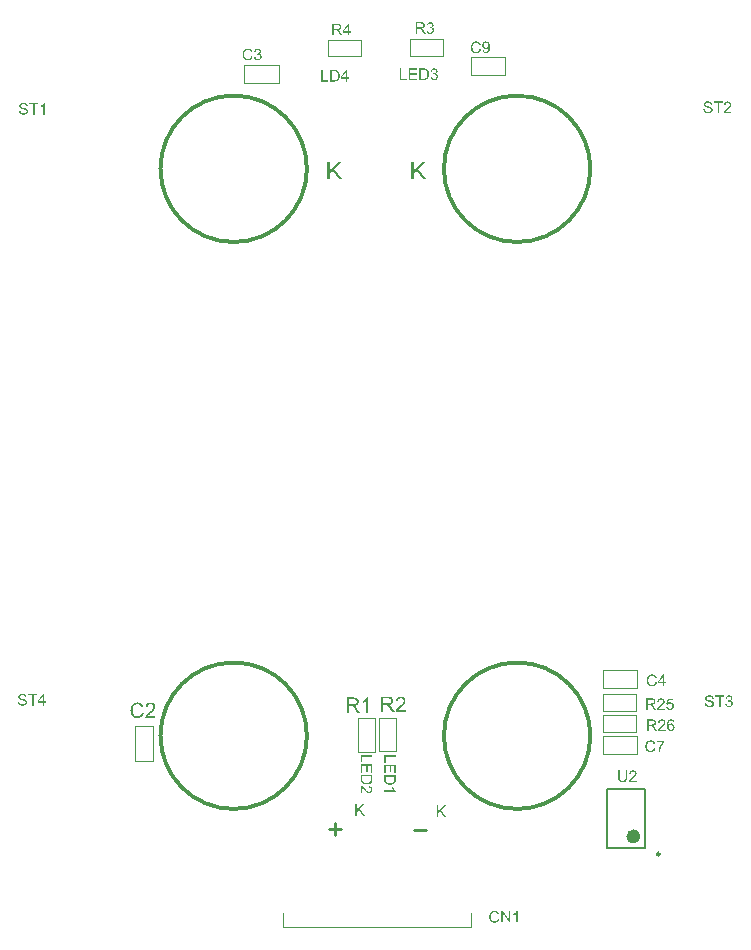
<source format=gto>
G04*
G04 #@! TF.GenerationSoftware,Altium Limited,Altium Designer,21.4.1 (30)*
G04*
G04 Layer_Color=65535*
%FSLAX25Y25*%
%MOIN*%
G70*
G04*
G04 #@! TF.SameCoordinates,64B9E5F6-B95A-4245-B4AC-9C5B3A661B38*
G04*
G04*
G04 #@! TF.FilePolarity,Positive*
G04*
G01*
G75*
%ADD10C,0.01181*%
%ADD11C,0.02362*%
%ADD12C,0.00984*%
%ADD13C,0.00787*%
%ADD14C,0.00394*%
%ADD15C,0.00197*%
%ADD16C,0.01000*%
G36*
X-5257Y-118869D02*
X-3575Y-121150D01*
X-4247D01*
X-5612Y-119213D01*
X-6239Y-119818D01*
Y-121150D01*
X-6750D01*
Y-117309D01*
X-6239D01*
Y-119219D01*
X-4341Y-117309D01*
X-3647D01*
X-5257Y-118869D01*
D02*
G37*
G36*
X21993Y-119219D02*
X23675Y-121500D01*
X23003D01*
X21638Y-119563D01*
X21011Y-120168D01*
Y-121500D01*
X20500D01*
Y-117659D01*
X21011D01*
Y-119569D01*
X22909Y-117659D01*
X23602D01*
X21993Y-119219D01*
D02*
G37*
G36*
X-13759Y94424D02*
X-11235Y91000D01*
X-12243D01*
X-14292Y93907D01*
X-15234Y92999D01*
Y91000D01*
X-16000D01*
Y96764D01*
X-15234D01*
Y93899D01*
X-12385Y96764D01*
X-11344D01*
X-13759Y94424D01*
D02*
G37*
G36*
X14241D02*
X16765Y91000D01*
X15757D01*
X13708Y93907D01*
X12766Y92999D01*
Y91000D01*
X12000D01*
Y96764D01*
X12766D01*
Y93899D01*
X15615Y96764D01*
X16657D01*
X14241Y94424D01*
D02*
G37*
G36*
X18398Y143356D02*
X18470Y143345D01*
X18559Y143329D01*
X18659Y143301D01*
X18759Y143268D01*
X18859Y143223D01*
X18864D01*
X18870Y143218D01*
X18903Y143201D01*
X18953Y143168D01*
X19009Y143129D01*
X19075Y143073D01*
X19142Y143012D01*
X19208Y142940D01*
X19264Y142857D01*
X19270Y142846D01*
X19286Y142818D01*
X19308Y142768D01*
X19336Y142707D01*
X19364Y142635D01*
X19386Y142552D01*
X19403Y142457D01*
X19408Y142363D01*
Y142352D01*
Y142318D01*
X19403Y142274D01*
X19392Y142213D01*
X19375Y142141D01*
X19347Y142063D01*
X19314Y141985D01*
X19270Y141908D01*
X19264Y141897D01*
X19247Y141875D01*
X19214Y141836D01*
X19170Y141791D01*
X19114Y141741D01*
X19048Y141686D01*
X18970Y141636D01*
X18875Y141586D01*
X18881D01*
X18892Y141580D01*
X18909Y141575D01*
X18931Y141569D01*
X18992Y141547D01*
X19070Y141514D01*
X19158Y141469D01*
X19247Y141414D01*
X19331Y141342D01*
X19408Y141259D01*
X19414Y141247D01*
X19436Y141214D01*
X19469Y141159D01*
X19502Y141086D01*
X19536Y140998D01*
X19569Y140892D01*
X19591Y140770D01*
X19597Y140637D01*
Y140631D01*
Y140615D01*
Y140587D01*
X19591Y140554D01*
X19586Y140509D01*
X19575Y140459D01*
X19564Y140404D01*
X19553Y140343D01*
X19508Y140209D01*
X19475Y140137D01*
X19442Y140071D01*
X19397Y139999D01*
X19347Y139927D01*
X19292Y139854D01*
X19225Y139788D01*
X19219Y139782D01*
X19208Y139771D01*
X19186Y139754D01*
X19158Y139732D01*
X19125Y139705D01*
X19081Y139677D01*
X19031Y139643D01*
X18970Y139616D01*
X18909Y139582D01*
X18836Y139549D01*
X18764Y139521D01*
X18681Y139494D01*
X18592Y139471D01*
X18498Y139455D01*
X18404Y139444D01*
X18298Y139438D01*
X18248D01*
X18215Y139444D01*
X18171Y139449D01*
X18121Y139455D01*
X18065Y139466D01*
X18004Y139477D01*
X17871Y139510D01*
X17732Y139566D01*
X17660Y139599D01*
X17593Y139638D01*
X17527Y139688D01*
X17460Y139738D01*
X17455Y139743D01*
X17444Y139754D01*
X17427Y139771D01*
X17410Y139793D01*
X17382Y139821D01*
X17355Y139860D01*
X17321Y139899D01*
X17288Y139949D01*
X17255Y140004D01*
X17221Y140060D01*
X17161Y140193D01*
X17110Y140348D01*
X17094Y140431D01*
X17083Y140520D01*
X17555Y140581D01*
Y140576D01*
X17560Y140565D01*
X17566Y140542D01*
X17571Y140515D01*
X17577Y140481D01*
X17588Y140443D01*
X17616Y140359D01*
X17654Y140260D01*
X17704Y140165D01*
X17760Y140076D01*
X17826Y139999D01*
X17838Y139993D01*
X17860Y139971D01*
X17904Y139943D01*
X17960Y139915D01*
X18026Y139882D01*
X18110Y139854D01*
X18204Y139832D01*
X18304Y139827D01*
X18337D01*
X18359Y139832D01*
X18420Y139838D01*
X18498Y139854D01*
X18587Y139882D01*
X18681Y139921D01*
X18776Y139976D01*
X18864Y140054D01*
X18875Y140065D01*
X18903Y140099D01*
X18936Y140148D01*
X18981Y140215D01*
X19025Y140298D01*
X19059Y140393D01*
X19086Y140504D01*
X19097Y140626D01*
Y140631D01*
Y140642D01*
Y140659D01*
X19092Y140681D01*
X19086Y140742D01*
X19070Y140814D01*
X19048Y140903D01*
X19009Y140992D01*
X18953Y141081D01*
X18881Y141164D01*
X18870Y141175D01*
X18842Y141197D01*
X18798Y141231D01*
X18737Y141270D01*
X18659Y141308D01*
X18565Y141342D01*
X18459Y141364D01*
X18343Y141375D01*
X18293D01*
X18254Y141369D01*
X18204Y141364D01*
X18148Y141353D01*
X18082Y141342D01*
X18010Y141325D01*
X18065Y141741D01*
X18093D01*
X18115Y141736D01*
X18187D01*
X18248Y141747D01*
X18320Y141758D01*
X18404Y141775D01*
X18498Y141802D01*
X18587Y141841D01*
X18681Y141891D01*
X18687D01*
X18692Y141897D01*
X18720Y141919D01*
X18759Y141958D01*
X18803Y142008D01*
X18848Y142080D01*
X18887Y142163D01*
X18914Y142257D01*
X18925Y142313D01*
Y142374D01*
Y142380D01*
Y142385D01*
Y142418D01*
X18914Y142463D01*
X18903Y142524D01*
X18881Y142590D01*
X18853Y142663D01*
X18809Y142735D01*
X18748Y142801D01*
X18742Y142807D01*
X18714Y142829D01*
X18676Y142857D01*
X18626Y142890D01*
X18559Y142918D01*
X18481Y142946D01*
X18393Y142968D01*
X18293Y142973D01*
X18248D01*
X18198Y142962D01*
X18132Y142951D01*
X18059Y142929D01*
X17987Y142901D01*
X17910Y142857D01*
X17838Y142801D01*
X17832Y142796D01*
X17810Y142768D01*
X17776Y142729D01*
X17738Y142674D01*
X17699Y142602D01*
X17660Y142513D01*
X17627Y142407D01*
X17604Y142285D01*
X17133Y142368D01*
Y142374D01*
X17138Y142391D01*
X17144Y142413D01*
X17149Y142446D01*
X17161Y142485D01*
X17177Y142529D01*
X17210Y142635D01*
X17266Y142757D01*
X17333Y142879D01*
X17416Y142996D01*
X17521Y143101D01*
X17527Y143107D01*
X17538Y143112D01*
X17555Y143123D01*
X17577Y143140D01*
X17604Y143162D01*
X17643Y143184D01*
X17682Y143207D01*
X17732Y143234D01*
X17843Y143279D01*
X17971Y143323D01*
X18121Y143351D01*
X18198Y143362D01*
X18337D01*
X18398Y143356D01*
D02*
G37*
G36*
X15229Y143340D02*
X15279D01*
X15396Y143334D01*
X15518Y143317D01*
X15651Y143301D01*
X15773Y143273D01*
X15834Y143256D01*
X15884Y143240D01*
X15890D01*
X15895Y143234D01*
X15928Y143218D01*
X15978Y143195D01*
X16039Y143157D01*
X16106Y143107D01*
X16178Y143040D01*
X16245Y142962D01*
X16311Y142874D01*
Y142868D01*
X16317Y142862D01*
X16339Y142829D01*
X16361Y142774D01*
X16395Y142701D01*
X16422Y142618D01*
X16450Y142518D01*
X16467Y142413D01*
X16472Y142296D01*
Y142291D01*
Y142280D01*
Y142257D01*
X16467Y142230D01*
Y142191D01*
X16461Y142152D01*
X16439Y142058D01*
X16406Y141947D01*
X16361Y141830D01*
X16295Y141714D01*
X16250Y141658D01*
X16206Y141603D01*
X16200Y141597D01*
X16195Y141592D01*
X16178Y141575D01*
X16156Y141558D01*
X16128Y141536D01*
X16095Y141514D01*
X16050Y141486D01*
X16006Y141453D01*
X15951Y141425D01*
X15890Y141397D01*
X15823Y141364D01*
X15751Y141336D01*
X15667Y141314D01*
X15584Y141286D01*
X15490Y141270D01*
X15390Y141253D01*
X15401Y141247D01*
X15423Y141236D01*
X15457Y141214D01*
X15501Y141192D01*
X15601Y141131D01*
X15651Y141092D01*
X15695Y141059D01*
X15706Y141048D01*
X15734Y141020D01*
X15778Y140975D01*
X15834Y140920D01*
X15895Y140842D01*
X15967Y140759D01*
X16039Y140659D01*
X16117Y140548D01*
X16778Y139505D01*
X16145D01*
X15640Y140304D01*
Y140309D01*
X15629Y140321D01*
X15618Y140337D01*
X15601Y140359D01*
X15562Y140420D01*
X15512Y140498D01*
X15451Y140581D01*
X15390Y140670D01*
X15329Y140753D01*
X15273Y140831D01*
X15268Y140837D01*
X15251Y140859D01*
X15224Y140892D01*
X15185Y140931D01*
X15101Y141014D01*
X15057Y141053D01*
X15013Y141086D01*
X15007Y141092D01*
X14996Y141097D01*
X14974Y141109D01*
X14941Y141125D01*
X14907Y141142D01*
X14868Y141159D01*
X14780Y141186D01*
X14774D01*
X14763Y141192D01*
X14741D01*
X14713Y141197D01*
X14674Y141203D01*
X14630D01*
X14569Y141209D01*
X13914D01*
Y139505D01*
X13403D01*
Y143345D01*
X15185D01*
X15229Y143340D01*
D02*
G37*
G36*
X19695Y127956D02*
X19767Y127945D01*
X19856Y127929D01*
X19956Y127901D01*
X20055Y127868D01*
X20155Y127823D01*
X20161D01*
X20167Y127818D01*
X20200Y127801D01*
X20250Y127768D01*
X20305Y127729D01*
X20372Y127673D01*
X20438Y127612D01*
X20505Y127540D01*
X20561Y127457D01*
X20566Y127446D01*
X20583Y127418D01*
X20605Y127368D01*
X20633Y127307D01*
X20661Y127235D01*
X20683Y127152D01*
X20699Y127057D01*
X20705Y126963D01*
Y126952D01*
Y126918D01*
X20699Y126874D01*
X20688Y126813D01*
X20672Y126741D01*
X20644Y126663D01*
X20611Y126585D01*
X20566Y126508D01*
X20561Y126497D01*
X20544Y126474D01*
X20511Y126436D01*
X20466Y126391D01*
X20411Y126341D01*
X20344Y126286D01*
X20267Y126236D01*
X20172Y126186D01*
X20178D01*
X20189Y126180D01*
X20205Y126175D01*
X20228Y126169D01*
X20289Y126147D01*
X20366Y126114D01*
X20455Y126069D01*
X20544Y126014D01*
X20627Y125942D01*
X20705Y125858D01*
X20710Y125847D01*
X20733Y125814D01*
X20766Y125759D01*
X20799Y125686D01*
X20833Y125598D01*
X20866Y125492D01*
X20888Y125370D01*
X20894Y125237D01*
Y125231D01*
Y125215D01*
Y125187D01*
X20888Y125154D01*
X20883Y125109D01*
X20871Y125059D01*
X20860Y125004D01*
X20849Y124943D01*
X20805Y124810D01*
X20772Y124737D01*
X20738Y124671D01*
X20694Y124599D01*
X20644Y124527D01*
X20588Y124454D01*
X20522Y124388D01*
X20516Y124382D01*
X20505Y124371D01*
X20483Y124354D01*
X20455Y124332D01*
X20422Y124304D01*
X20377Y124277D01*
X20327Y124243D01*
X20267Y124216D01*
X20205Y124182D01*
X20133Y124149D01*
X20061Y124121D01*
X19978Y124094D01*
X19889Y124071D01*
X19795Y124055D01*
X19700Y124044D01*
X19595Y124038D01*
X19545D01*
X19512Y124044D01*
X19467Y124049D01*
X19417Y124055D01*
X19362Y124066D01*
X19301Y124077D01*
X19168Y124110D01*
X19029Y124166D01*
X18957Y124199D01*
X18890Y124238D01*
X18823Y124288D01*
X18757Y124338D01*
X18751Y124343D01*
X18740Y124354D01*
X18724Y124371D01*
X18707Y124393D01*
X18679Y124421D01*
X18651Y124460D01*
X18618Y124499D01*
X18585Y124549D01*
X18552Y124604D01*
X18518Y124660D01*
X18457Y124793D01*
X18407Y124948D01*
X18391Y125031D01*
X18379Y125120D01*
X18851Y125181D01*
Y125176D01*
X18857Y125165D01*
X18862Y125143D01*
X18868Y125115D01*
X18873Y125082D01*
X18884Y125043D01*
X18912Y124959D01*
X18951Y124859D01*
X19001Y124765D01*
X19057Y124676D01*
X19123Y124599D01*
X19134Y124593D01*
X19157Y124571D01*
X19201Y124543D01*
X19256Y124515D01*
X19323Y124482D01*
X19406Y124454D01*
X19501Y124432D01*
X19601Y124427D01*
X19634D01*
X19656Y124432D01*
X19717Y124438D01*
X19795Y124454D01*
X19884Y124482D01*
X19978Y124521D01*
X20072Y124576D01*
X20161Y124654D01*
X20172Y124665D01*
X20200Y124698D01*
X20233Y124749D01*
X20278Y124815D01*
X20322Y124898D01*
X20355Y124993D01*
X20383Y125104D01*
X20394Y125226D01*
Y125231D01*
Y125242D01*
Y125259D01*
X20389Y125281D01*
X20383Y125342D01*
X20366Y125415D01*
X20344Y125503D01*
X20305Y125592D01*
X20250Y125681D01*
X20178Y125764D01*
X20167Y125775D01*
X20139Y125797D01*
X20094Y125831D01*
X20033Y125870D01*
X19956Y125908D01*
X19861Y125942D01*
X19756Y125964D01*
X19639Y125975D01*
X19589D01*
X19550Y125970D01*
X19501Y125964D01*
X19445Y125953D01*
X19378Y125942D01*
X19306Y125925D01*
X19362Y126341D01*
X19389D01*
X19412Y126336D01*
X19484D01*
X19545Y126347D01*
X19617Y126358D01*
X19700Y126375D01*
X19795Y126402D01*
X19884Y126441D01*
X19978Y126491D01*
X19983D01*
X19989Y126497D01*
X20017Y126519D01*
X20055Y126558D01*
X20100Y126608D01*
X20144Y126680D01*
X20183Y126763D01*
X20211Y126857D01*
X20222Y126913D01*
Y126974D01*
Y126980D01*
Y126985D01*
Y127018D01*
X20211Y127063D01*
X20200Y127124D01*
X20178Y127190D01*
X20150Y127263D01*
X20106Y127335D01*
X20044Y127401D01*
X20039Y127407D01*
X20011Y127429D01*
X19972Y127457D01*
X19922Y127490D01*
X19856Y127518D01*
X19778Y127546D01*
X19689Y127568D01*
X19589Y127573D01*
X19545D01*
X19495Y127562D01*
X19428Y127551D01*
X19356Y127529D01*
X19284Y127501D01*
X19206Y127457D01*
X19134Y127401D01*
X19129Y127396D01*
X19106Y127368D01*
X19073Y127329D01*
X19034Y127274D01*
X18995Y127202D01*
X18957Y127113D01*
X18923Y127007D01*
X18901Y126885D01*
X18429Y126969D01*
Y126974D01*
X18435Y126991D01*
X18440Y127013D01*
X18446Y127046D01*
X18457Y127085D01*
X18474Y127129D01*
X18507Y127235D01*
X18563Y127357D01*
X18629Y127479D01*
X18712Y127596D01*
X18818Y127701D01*
X18823Y127707D01*
X18835Y127712D01*
X18851Y127723D01*
X18873Y127740D01*
X18901Y127762D01*
X18940Y127784D01*
X18979Y127806D01*
X19029Y127834D01*
X19140Y127879D01*
X19267Y127923D01*
X19417Y127951D01*
X19495Y127962D01*
X19634D01*
X19695Y127956D01*
D02*
G37*
G36*
X16270Y127940D02*
X16382Y127934D01*
X16492Y127923D01*
X16603Y127906D01*
X16698Y127890D01*
X16703D01*
X16714Y127884D01*
X16731D01*
X16753Y127873D01*
X16814Y127857D01*
X16892Y127829D01*
X16981Y127790D01*
X17075Y127740D01*
X17170Y127684D01*
X17258Y127612D01*
X17264Y127607D01*
X17269Y127601D01*
X17286Y127585D01*
X17308Y127568D01*
X17364Y127512D01*
X17430Y127435D01*
X17503Y127340D01*
X17580Y127229D01*
X17652Y127102D01*
X17714Y126957D01*
Y126952D01*
X17719Y126941D01*
X17730Y126918D01*
X17736Y126885D01*
X17752Y126846D01*
X17763Y126802D01*
X17774Y126752D01*
X17791Y126691D01*
X17808Y126630D01*
X17819Y126558D01*
X17847Y126402D01*
X17863Y126230D01*
X17869Y126042D01*
Y126036D01*
Y126025D01*
Y125997D01*
Y125970D01*
X17863Y125931D01*
Y125886D01*
X17858Y125781D01*
X17841Y125659D01*
X17824Y125531D01*
X17797Y125398D01*
X17763Y125265D01*
Y125259D01*
X17758Y125248D01*
X17752Y125231D01*
X17747Y125209D01*
X17725Y125148D01*
X17691Y125070D01*
X17658Y124982D01*
X17614Y124893D01*
X17558Y124798D01*
X17503Y124710D01*
X17497Y124698D01*
X17475Y124671D01*
X17442Y124632D01*
X17397Y124582D01*
X17347Y124527D01*
X17286Y124471D01*
X17225Y124410D01*
X17153Y124360D01*
X17142Y124354D01*
X17120Y124338D01*
X17081Y124316D01*
X17025Y124288D01*
X16959Y124255D01*
X16881Y124227D01*
X16792Y124194D01*
X16692Y124166D01*
X16681D01*
X16665Y124160D01*
X16648Y124155D01*
X16592Y124149D01*
X16515Y124138D01*
X16426Y124127D01*
X16320Y124116D01*
X16204Y124110D01*
X16076Y124105D01*
X14694D01*
Y127945D01*
X16171D01*
X16270Y127940D01*
D02*
G37*
G36*
X13901Y127490D02*
X11631D01*
Y126319D01*
X13756D01*
Y125864D01*
X11631D01*
Y124560D01*
X13989D01*
Y124105D01*
X11120D01*
Y127945D01*
X13901D01*
Y127490D01*
D02*
G37*
G36*
X8617Y124560D02*
X10510D01*
Y124105D01*
X8106D01*
Y127945D01*
X8617D01*
Y124560D01*
D02*
G37*
G36*
X110945Y116981D02*
X110984D01*
X111089Y116970D01*
X111206Y116954D01*
X111328Y116926D01*
X111461Y116893D01*
X111583Y116848D01*
X111589D01*
X111600Y116843D01*
X111616Y116832D01*
X111638Y116820D01*
X111694Y116793D01*
X111766Y116743D01*
X111849Y116687D01*
X111933Y116615D01*
X112010Y116532D01*
X112083Y116437D01*
Y116432D01*
X112088Y116426D01*
X112099Y116410D01*
X112110Y116393D01*
X112138Y116338D01*
X112171Y116265D01*
X112210Y116177D01*
X112238Y116071D01*
X112266Y115960D01*
X112277Y115838D01*
X111788Y115799D01*
Y115805D01*
Y115816D01*
X111783Y115832D01*
X111777Y115860D01*
X111761Y115921D01*
X111738Y116005D01*
X111705Y116093D01*
X111655Y116182D01*
X111594Y116265D01*
X111516Y116343D01*
X111505Y116349D01*
X111477Y116371D01*
X111422Y116404D01*
X111350Y116437D01*
X111256Y116471D01*
X111144Y116504D01*
X111006Y116526D01*
X110850Y116532D01*
X110773D01*
X110739Y116526D01*
X110695Y116521D01*
X110595Y116510D01*
X110484Y116487D01*
X110373Y116460D01*
X110268Y116415D01*
X110223Y116387D01*
X110179Y116360D01*
X110168Y116354D01*
X110145Y116332D01*
X110112Y116293D01*
X110079Y116249D01*
X110040Y116188D01*
X110007Y116121D01*
X109985Y116043D01*
X109974Y115955D01*
Y115944D01*
Y115921D01*
X109979Y115882D01*
X109990Y115838D01*
X110007Y115782D01*
X110035Y115727D01*
X110068Y115672D01*
X110118Y115616D01*
X110123Y115611D01*
X110151Y115594D01*
X110173Y115577D01*
X110196Y115566D01*
X110229Y115550D01*
X110268Y115527D01*
X110318Y115511D01*
X110373Y115488D01*
X110434Y115466D01*
X110506Y115438D01*
X110584Y115416D01*
X110673Y115389D01*
X110773Y115366D01*
X110884Y115339D01*
X110889D01*
X110911Y115333D01*
X110945Y115327D01*
X110984Y115316D01*
X111033Y115305D01*
X111095Y115289D01*
X111156Y115272D01*
X111222Y115255D01*
X111366Y115217D01*
X111505Y115178D01*
X111572Y115155D01*
X111633Y115133D01*
X111688Y115117D01*
X111733Y115094D01*
X111738D01*
X111749Y115089D01*
X111766Y115078D01*
X111788Y115067D01*
X111849Y115033D01*
X111922Y114989D01*
X112005Y114928D01*
X112088Y114861D01*
X112166Y114784D01*
X112232Y114700D01*
X112238Y114689D01*
X112260Y114661D01*
X112282Y114611D01*
X112316Y114545D01*
X112343Y114467D01*
X112371Y114373D01*
X112388Y114267D01*
X112393Y114156D01*
Y114151D01*
Y114145D01*
Y114129D01*
Y114106D01*
X112382Y114045D01*
X112371Y113968D01*
X112349Y113879D01*
X112321Y113785D01*
X112277Y113685D01*
X112216Y113579D01*
Y113574D01*
X112210Y113568D01*
X112182Y113535D01*
X112144Y113485D01*
X112088Y113429D01*
X112016Y113363D01*
X111927Y113291D01*
X111827Y113224D01*
X111711Y113163D01*
X111705D01*
X111694Y113157D01*
X111677Y113152D01*
X111655Y113141D01*
X111622Y113130D01*
X111583Y113113D01*
X111494Y113091D01*
X111389Y113063D01*
X111261Y113035D01*
X111122Y113019D01*
X110972Y113013D01*
X110884D01*
X110839Y113019D01*
X110789D01*
X110734Y113024D01*
X110667Y113030D01*
X110529Y113052D01*
X110384Y113074D01*
X110240Y113113D01*
X110101Y113163D01*
X110096D01*
X110084Y113169D01*
X110068Y113180D01*
X110046Y113191D01*
X109979Y113224D01*
X109901Y113274D01*
X109812Y113341D01*
X109718Y113418D01*
X109629Y113513D01*
X109546Y113618D01*
Y113624D01*
X109535Y113635D01*
X109529Y113651D01*
X109513Y113674D01*
X109502Y113701D01*
X109485Y113735D01*
X109446Y113818D01*
X109407Y113923D01*
X109374Y114040D01*
X109352Y114173D01*
X109341Y114312D01*
X109818Y114356D01*
Y114351D01*
Y114345D01*
X109824Y114328D01*
Y114306D01*
X109835Y114256D01*
X109851Y114184D01*
X109874Y114112D01*
X109896Y114029D01*
X109935Y113951D01*
X109974Y113879D01*
X109979Y113873D01*
X109996Y113851D01*
X110023Y113812D01*
X110068Y113774D01*
X110123Y113724D01*
X110184Y113674D01*
X110268Y113624D01*
X110356Y113579D01*
X110362D01*
X110368Y113574D01*
X110384Y113568D01*
X110401Y113563D01*
X110456Y113546D01*
X110529Y113524D01*
X110617Y113502D01*
X110717Y113485D01*
X110828Y113474D01*
X110950Y113468D01*
X111000D01*
X111056Y113474D01*
X111122Y113479D01*
X111200Y113490D01*
X111289Y113502D01*
X111378Y113524D01*
X111461Y113551D01*
X111472Y113557D01*
X111500Y113568D01*
X111539Y113590D01*
X111589Y113612D01*
X111638Y113651D01*
X111694Y113690D01*
X111749Y113735D01*
X111794Y113790D01*
X111799Y113796D01*
X111811Y113818D01*
X111827Y113846D01*
X111849Y113890D01*
X111872Y113934D01*
X111888Y113990D01*
X111899Y114051D01*
X111905Y114118D01*
Y114123D01*
Y114151D01*
X111899Y114184D01*
X111894Y114228D01*
X111877Y114273D01*
X111861Y114328D01*
X111833Y114384D01*
X111794Y114434D01*
X111788Y114439D01*
X111772Y114456D01*
X111749Y114478D01*
X111711Y114512D01*
X111666Y114545D01*
X111605Y114584D01*
X111533Y114623D01*
X111450Y114656D01*
X111444Y114661D01*
X111416Y114667D01*
X111372Y114684D01*
X111344Y114689D01*
X111305Y114700D01*
X111267Y114717D01*
X111217Y114728D01*
X111161Y114745D01*
X111095Y114761D01*
X111028Y114778D01*
X110950Y114800D01*
X110862Y114822D01*
X110767Y114845D01*
X110762D01*
X110745Y114850D01*
X110717Y114856D01*
X110684Y114867D01*
X110640Y114878D01*
X110590Y114889D01*
X110478Y114922D01*
X110356Y114961D01*
X110229Y115000D01*
X110118Y115039D01*
X110068Y115061D01*
X110023Y115083D01*
X110018D01*
X110012Y115089D01*
X109979Y115111D01*
X109929Y115139D01*
X109874Y115183D01*
X109807Y115233D01*
X109740Y115294D01*
X109674Y115366D01*
X109618Y115444D01*
X109613Y115455D01*
X109596Y115483D01*
X109574Y115527D01*
X109552Y115583D01*
X109529Y115655D01*
X109507Y115738D01*
X109491Y115827D01*
X109485Y115921D01*
Y115927D01*
Y115932D01*
Y115949D01*
Y115971D01*
X109496Y116027D01*
X109507Y116099D01*
X109524Y116182D01*
X109552Y116277D01*
X109590Y116371D01*
X109646Y116465D01*
Y116471D01*
X109652Y116476D01*
X109679Y116510D01*
X109718Y116554D01*
X109768Y116610D01*
X109835Y116671D01*
X109918Y116737D01*
X110018Y116798D01*
X110129Y116854D01*
X110134D01*
X110145Y116859D01*
X110162Y116865D01*
X110184Y116876D01*
X110212Y116887D01*
X110251Y116898D01*
X110334Y116920D01*
X110440Y116943D01*
X110562Y116965D01*
X110689Y116981D01*
X110834Y116987D01*
X110906D01*
X110945Y116981D01*
D02*
G37*
G36*
X117544Y116931D02*
X117588Y116926D01*
X117644Y116920D01*
X117705Y116909D01*
X117766Y116898D01*
X117910Y116859D01*
X118054Y116804D01*
X118126Y116771D01*
X118199Y116732D01*
X118265Y116682D01*
X118326Y116626D01*
X118332Y116621D01*
X118343Y116615D01*
X118354Y116593D01*
X118376Y116571D01*
X118404Y116543D01*
X118432Y116504D01*
X118459Y116465D01*
X118493Y116415D01*
X118548Y116310D01*
X118604Y116177D01*
X118626Y116110D01*
X118637Y116032D01*
X118648Y115955D01*
X118654Y115871D01*
Y115860D01*
Y115832D01*
X118648Y115788D01*
X118643Y115727D01*
X118631Y115660D01*
X118609Y115583D01*
X118587Y115499D01*
X118554Y115416D01*
X118548Y115405D01*
X118537Y115377D01*
X118515Y115333D01*
X118482Y115272D01*
X118437Y115205D01*
X118382Y115122D01*
X118315Y115039D01*
X118237Y114945D01*
X118226Y114933D01*
X118199Y114900D01*
X118171Y114872D01*
X118143Y114845D01*
X118110Y114811D01*
X118065Y114767D01*
X118021Y114723D01*
X117965Y114673D01*
X117910Y114617D01*
X117843Y114556D01*
X117771Y114495D01*
X117693Y114423D01*
X117605Y114351D01*
X117516Y114273D01*
X117510Y114267D01*
X117499Y114256D01*
X117477Y114240D01*
X117449Y114217D01*
X117416Y114184D01*
X117377Y114151D01*
X117288Y114079D01*
X117194Y113996D01*
X117105Y113912D01*
X117027Y113840D01*
X116994Y113812D01*
X116966Y113785D01*
X116961Y113779D01*
X116944Y113762D01*
X116922Y113740D01*
X116894Y113707D01*
X116867Y113668D01*
X116833Y113629D01*
X116767Y113535D01*
X118659D01*
Y113080D01*
X116112D01*
Y113085D01*
Y113107D01*
Y113141D01*
X116117Y113185D01*
X116123Y113235D01*
X116134Y113291D01*
X116145Y113346D01*
X116167Y113407D01*
Y113413D01*
X116173Y113418D01*
X116184Y113452D01*
X116206Y113502D01*
X116239Y113568D01*
X116284Y113646D01*
X116339Y113735D01*
X116400Y113823D01*
X116478Y113918D01*
Y113923D01*
X116489Y113929D01*
X116517Y113962D01*
X116567Y114012D01*
X116639Y114084D01*
X116722Y114167D01*
X116828Y114267D01*
X116955Y114378D01*
X117094Y114495D01*
X117100Y114500D01*
X117122Y114517D01*
X117155Y114545D01*
X117194Y114578D01*
X117244Y114623D01*
X117305Y114673D01*
X117366Y114728D01*
X117438Y114789D01*
X117577Y114922D01*
X117716Y115056D01*
X117782Y115122D01*
X117843Y115189D01*
X117899Y115250D01*
X117943Y115311D01*
Y115316D01*
X117954Y115322D01*
X117965Y115339D01*
X117977Y115361D01*
X118015Y115422D01*
X118060Y115494D01*
X118099Y115583D01*
X118138Y115677D01*
X118160Y115782D01*
X118171Y115882D01*
Y115888D01*
Y115894D01*
X118165Y115927D01*
X118160Y115982D01*
X118143Y116043D01*
X118121Y116121D01*
X118082Y116199D01*
X118032Y116277D01*
X117965Y116354D01*
X117954Y116365D01*
X117927Y116387D01*
X117888Y116415D01*
X117827Y116454D01*
X117749Y116487D01*
X117660Y116521D01*
X117555Y116543D01*
X117438Y116549D01*
X117405D01*
X117383Y116543D01*
X117316Y116537D01*
X117238Y116521D01*
X117155Y116498D01*
X117061Y116460D01*
X116972Y116410D01*
X116889Y116343D01*
X116878Y116332D01*
X116856Y116304D01*
X116822Y116260D01*
X116789Y116193D01*
X116750Y116116D01*
X116717Y116016D01*
X116694Y115905D01*
X116683Y115777D01*
X116201Y115827D01*
Y115832D01*
X116206Y115849D01*
Y115877D01*
X116212Y115916D01*
X116223Y115960D01*
X116234Y116010D01*
X116251Y116071D01*
X116267Y116132D01*
X116312Y116265D01*
X116378Y116399D01*
X116417Y116465D01*
X116467Y116532D01*
X116517Y116593D01*
X116572Y116648D01*
X116578Y116654D01*
X116589Y116659D01*
X116606Y116676D01*
X116633Y116693D01*
X116667Y116715D01*
X116706Y116737D01*
X116750Y116765D01*
X116806Y116793D01*
X116867Y116820D01*
X116933Y116848D01*
X117005Y116870D01*
X117083Y116893D01*
X117166Y116909D01*
X117255Y116926D01*
X117349Y116931D01*
X117449Y116937D01*
X117505D01*
X117544Y116931D01*
D02*
G37*
G36*
X115845Y116465D02*
X114580D01*
Y113080D01*
X114069D01*
Y116465D01*
X112804D01*
Y116920D01*
X115845D01*
Y116465D01*
D02*
G37*
G36*
X111425Y-81019D02*
X111464D01*
X111570Y-81030D01*
X111686Y-81046D01*
X111808Y-81074D01*
X111942Y-81107D01*
X112064Y-81152D01*
X112069D01*
X112080Y-81157D01*
X112097Y-81169D01*
X112119Y-81180D01*
X112174Y-81207D01*
X112247Y-81257D01*
X112330Y-81313D01*
X112413Y-81385D01*
X112491Y-81468D01*
X112563Y-81563D01*
Y-81568D01*
X112569Y-81574D01*
X112580Y-81590D01*
X112591Y-81607D01*
X112619Y-81662D01*
X112652Y-81735D01*
X112691Y-81823D01*
X112718Y-81929D01*
X112746Y-82040D01*
X112757Y-82162D01*
X112269Y-82201D01*
Y-82195D01*
Y-82184D01*
X112263Y-82168D01*
X112258Y-82140D01*
X112241Y-82079D01*
X112219Y-81995D01*
X112186Y-81907D01*
X112136Y-81818D01*
X112075Y-81735D01*
X111997Y-81657D01*
X111986Y-81651D01*
X111958Y-81629D01*
X111903Y-81596D01*
X111830Y-81563D01*
X111736Y-81529D01*
X111625Y-81496D01*
X111486Y-81474D01*
X111331Y-81468D01*
X111253D01*
X111220Y-81474D01*
X111176Y-81479D01*
X111076Y-81490D01*
X110965Y-81513D01*
X110854Y-81540D01*
X110748Y-81585D01*
X110704Y-81612D01*
X110659Y-81640D01*
X110648Y-81646D01*
X110626Y-81668D01*
X110593Y-81707D01*
X110559Y-81751D01*
X110521Y-81812D01*
X110487Y-81879D01*
X110465Y-81957D01*
X110454Y-82045D01*
Y-82056D01*
Y-82079D01*
X110460Y-82118D01*
X110471Y-82162D01*
X110487Y-82217D01*
X110515Y-82273D01*
X110548Y-82328D01*
X110598Y-82384D01*
X110604Y-82389D01*
X110632Y-82406D01*
X110654Y-82423D01*
X110676Y-82434D01*
X110709Y-82450D01*
X110748Y-82473D01*
X110798Y-82489D01*
X110854Y-82512D01*
X110915Y-82534D01*
X110987Y-82561D01*
X111065Y-82584D01*
X111153Y-82612D01*
X111253Y-82634D01*
X111364Y-82661D01*
X111370D01*
X111392Y-82667D01*
X111425Y-82673D01*
X111464Y-82684D01*
X111514Y-82695D01*
X111575Y-82711D01*
X111636Y-82728D01*
X111703Y-82745D01*
X111847Y-82784D01*
X111986Y-82822D01*
X112052Y-82845D01*
X112113Y-82867D01*
X112169Y-82884D01*
X112213Y-82906D01*
X112219D01*
X112230Y-82911D01*
X112247Y-82922D01*
X112269Y-82933D01*
X112330Y-82967D01*
X112402Y-83011D01*
X112485Y-83072D01*
X112569Y-83139D01*
X112646Y-83216D01*
X112713Y-83300D01*
X112718Y-83311D01*
X112741Y-83338D01*
X112763Y-83389D01*
X112796Y-83455D01*
X112824Y-83533D01*
X112852Y-83627D01*
X112868Y-83733D01*
X112874Y-83844D01*
Y-83849D01*
Y-83855D01*
Y-83871D01*
Y-83894D01*
X112863Y-83955D01*
X112852Y-84032D01*
X112829Y-84121D01*
X112802Y-84215D01*
X112757Y-84315D01*
X112696Y-84421D01*
Y-84426D01*
X112691Y-84432D01*
X112663Y-84465D01*
X112624Y-84515D01*
X112569Y-84571D01*
X112496Y-84637D01*
X112408Y-84709D01*
X112308Y-84776D01*
X112191Y-84837D01*
X112186D01*
X112174Y-84843D01*
X112158Y-84848D01*
X112136Y-84859D01*
X112102Y-84870D01*
X112064Y-84887D01*
X111975Y-84909D01*
X111869Y-84937D01*
X111742Y-84965D01*
X111603Y-84981D01*
X111453Y-84987D01*
X111364D01*
X111320Y-84981D01*
X111270D01*
X111214Y-84976D01*
X111148Y-84970D01*
X111009Y-84948D01*
X110865Y-84926D01*
X110721Y-84887D01*
X110582Y-84837D01*
X110576D01*
X110565Y-84832D01*
X110548Y-84820D01*
X110526Y-84809D01*
X110460Y-84776D01*
X110382Y-84726D01*
X110293Y-84659D01*
X110199Y-84582D01*
X110110Y-84487D01*
X110027Y-84382D01*
Y-84376D01*
X110016Y-84365D01*
X110010Y-84349D01*
X109993Y-84326D01*
X109982Y-84299D01*
X109966Y-84265D01*
X109927Y-84182D01*
X109888Y-84077D01*
X109855Y-83960D01*
X109832Y-83827D01*
X109821Y-83688D01*
X110299Y-83644D01*
Y-83649D01*
Y-83655D01*
X110304Y-83672D01*
Y-83694D01*
X110315Y-83744D01*
X110332Y-83816D01*
X110354Y-83888D01*
X110376Y-83971D01*
X110415Y-84049D01*
X110454Y-84121D01*
X110460Y-84127D01*
X110476Y-84149D01*
X110504Y-84188D01*
X110548Y-84227D01*
X110604Y-84276D01*
X110665Y-84326D01*
X110748Y-84376D01*
X110837Y-84421D01*
X110843D01*
X110848Y-84426D01*
X110865Y-84432D01*
X110881Y-84438D01*
X110937Y-84454D01*
X111009Y-84476D01*
X111098Y-84499D01*
X111198Y-84515D01*
X111309Y-84526D01*
X111431Y-84532D01*
X111481D01*
X111536Y-84526D01*
X111603Y-84521D01*
X111681Y-84510D01*
X111769Y-84499D01*
X111858Y-84476D01*
X111942Y-84449D01*
X111952Y-84443D01*
X111980Y-84432D01*
X112019Y-84410D01*
X112069Y-84387D01*
X112119Y-84349D01*
X112174Y-84310D01*
X112230Y-84265D01*
X112275Y-84210D01*
X112280Y-84204D01*
X112291Y-84182D01*
X112308Y-84154D01*
X112330Y-84110D01*
X112352Y-84066D01*
X112369Y-84010D01*
X112380Y-83949D01*
X112385Y-83882D01*
Y-83877D01*
Y-83849D01*
X112380Y-83816D01*
X112374Y-83772D01*
X112358Y-83727D01*
X112341Y-83672D01*
X112313Y-83616D01*
X112275Y-83566D01*
X112269Y-83561D01*
X112252Y-83544D01*
X112230Y-83522D01*
X112191Y-83488D01*
X112147Y-83455D01*
X112086Y-83416D01*
X112014Y-83377D01*
X111930Y-83344D01*
X111925Y-83338D01*
X111897Y-83333D01*
X111853Y-83316D01*
X111825Y-83311D01*
X111786Y-83300D01*
X111747Y-83283D01*
X111697Y-83272D01*
X111642Y-83255D01*
X111575Y-83239D01*
X111509Y-83222D01*
X111431Y-83200D01*
X111342Y-83178D01*
X111248Y-83155D01*
X111242D01*
X111225Y-83150D01*
X111198Y-83144D01*
X111164Y-83133D01*
X111120Y-83122D01*
X111070Y-83111D01*
X110959Y-83078D01*
X110837Y-83039D01*
X110709Y-83000D01*
X110598Y-82961D01*
X110548Y-82939D01*
X110504Y-82917D01*
X110498D01*
X110493Y-82911D01*
X110460Y-82889D01*
X110410Y-82861D01*
X110354Y-82817D01*
X110288Y-82767D01*
X110221Y-82706D01*
X110154Y-82634D01*
X110099Y-82556D01*
X110093Y-82545D01*
X110077Y-82517D01*
X110054Y-82473D01*
X110032Y-82417D01*
X110010Y-82345D01*
X109988Y-82262D01*
X109971Y-82173D01*
X109966Y-82079D01*
Y-82073D01*
Y-82068D01*
Y-82051D01*
Y-82029D01*
X109977Y-81973D01*
X109988Y-81901D01*
X110004Y-81818D01*
X110032Y-81723D01*
X110071Y-81629D01*
X110127Y-81535D01*
Y-81529D01*
X110132Y-81524D01*
X110160Y-81490D01*
X110199Y-81446D01*
X110249Y-81391D01*
X110315Y-81329D01*
X110399Y-81263D01*
X110498Y-81202D01*
X110609Y-81146D01*
X110615D01*
X110626Y-81141D01*
X110643Y-81135D01*
X110665Y-81124D01*
X110693Y-81113D01*
X110731Y-81102D01*
X110815Y-81080D01*
X110920Y-81058D01*
X111042Y-81035D01*
X111170Y-81019D01*
X111314Y-81013D01*
X111386D01*
X111425Y-81019D01*
D02*
G37*
G36*
X117980Y-81069D02*
X118052Y-81080D01*
X118141Y-81096D01*
X118241Y-81124D01*
X118341Y-81157D01*
X118440Y-81202D01*
X118446D01*
X118452Y-81207D01*
X118485Y-81224D01*
X118535Y-81257D01*
X118590Y-81296D01*
X118657Y-81352D01*
X118724Y-81413D01*
X118790Y-81485D01*
X118846Y-81568D01*
X118851Y-81579D01*
X118868Y-81607D01*
X118890Y-81657D01*
X118918Y-81718D01*
X118946Y-81790D01*
X118968Y-81873D01*
X118984Y-81968D01*
X118990Y-82062D01*
Y-82073D01*
Y-82106D01*
X118984Y-82151D01*
X118973Y-82212D01*
X118957Y-82284D01*
X118929Y-82362D01*
X118896Y-82439D01*
X118851Y-82517D01*
X118846Y-82528D01*
X118829Y-82551D01*
X118796Y-82589D01*
X118751Y-82634D01*
X118696Y-82684D01*
X118629Y-82739D01*
X118552Y-82789D01*
X118457Y-82839D01*
X118463D01*
X118474Y-82845D01*
X118491Y-82850D01*
X118513Y-82856D01*
X118574Y-82878D01*
X118651Y-82911D01*
X118740Y-82956D01*
X118829Y-83011D01*
X118912Y-83083D01*
X118990Y-83166D01*
X118995Y-83178D01*
X119018Y-83211D01*
X119051Y-83266D01*
X119084Y-83338D01*
X119118Y-83427D01*
X119151Y-83533D01*
X119173Y-83655D01*
X119179Y-83788D01*
Y-83794D01*
Y-83810D01*
Y-83838D01*
X119173Y-83871D01*
X119168Y-83916D01*
X119156Y-83966D01*
X119145Y-84021D01*
X119134Y-84082D01*
X119090Y-84215D01*
X119056Y-84288D01*
X119023Y-84354D01*
X118979Y-84426D01*
X118929Y-84499D01*
X118873Y-84571D01*
X118807Y-84637D01*
X118801Y-84643D01*
X118790Y-84654D01*
X118768Y-84671D01*
X118740Y-84693D01*
X118707Y-84720D01*
X118663Y-84748D01*
X118613Y-84782D01*
X118552Y-84809D01*
X118491Y-84843D01*
X118418Y-84876D01*
X118346Y-84904D01*
X118263Y-84931D01*
X118174Y-84954D01*
X118080Y-84970D01*
X117985Y-84981D01*
X117880Y-84987D01*
X117830D01*
X117797Y-84981D01*
X117752Y-84976D01*
X117702Y-84970D01*
X117647Y-84959D01*
X117586Y-84948D01*
X117453Y-84915D01*
X117314Y-84859D01*
X117242Y-84826D01*
X117175Y-84787D01*
X117109Y-84737D01*
X117042Y-84687D01*
X117036Y-84682D01*
X117025Y-84671D01*
X117009Y-84654D01*
X116992Y-84632D01*
X116964Y-84604D01*
X116936Y-84565D01*
X116903Y-84526D01*
X116870Y-84476D01*
X116837Y-84421D01*
X116803Y-84365D01*
X116742Y-84232D01*
X116692Y-84077D01*
X116676Y-83993D01*
X116665Y-83905D01*
X117136Y-83844D01*
Y-83849D01*
X117142Y-83860D01*
X117147Y-83882D01*
X117153Y-83910D01*
X117158Y-83943D01*
X117170Y-83982D01*
X117197Y-84066D01*
X117236Y-84166D01*
X117286Y-84260D01*
X117342Y-84349D01*
X117408Y-84426D01*
X117419Y-84432D01*
X117441Y-84454D01*
X117486Y-84482D01*
X117541Y-84510D01*
X117608Y-84543D01*
X117691Y-84571D01*
X117786Y-84593D01*
X117885Y-84598D01*
X117919D01*
X117941Y-84593D01*
X118002Y-84587D01*
X118080Y-84571D01*
X118169Y-84543D01*
X118263Y-84504D01*
X118357Y-84449D01*
X118446Y-84371D01*
X118457Y-84360D01*
X118485Y-84326D01*
X118518Y-84276D01*
X118563Y-84210D01*
X118607Y-84127D01*
X118640Y-84032D01*
X118668Y-83921D01*
X118679Y-83799D01*
Y-83794D01*
Y-83783D01*
Y-83766D01*
X118674Y-83744D01*
X118668Y-83683D01*
X118651Y-83610D01*
X118629Y-83522D01*
X118590Y-83433D01*
X118535Y-83344D01*
X118463Y-83261D01*
X118452Y-83250D01*
X118424Y-83227D01*
X118379Y-83194D01*
X118318Y-83155D01*
X118241Y-83117D01*
X118146Y-83083D01*
X118041Y-83061D01*
X117924Y-83050D01*
X117874D01*
X117835Y-83056D01*
X117786Y-83061D01*
X117730Y-83072D01*
X117664Y-83083D01*
X117591Y-83100D01*
X117647Y-82684D01*
X117675D01*
X117697Y-82689D01*
X117769D01*
X117830Y-82678D01*
X117902Y-82667D01*
X117985Y-82650D01*
X118080Y-82623D01*
X118169Y-82584D01*
X118263Y-82534D01*
X118269D01*
X118274Y-82528D01*
X118302Y-82506D01*
X118341Y-82467D01*
X118385Y-82417D01*
X118429Y-82345D01*
X118468Y-82262D01*
X118496Y-82168D01*
X118507Y-82112D01*
Y-82051D01*
Y-82045D01*
Y-82040D01*
Y-82007D01*
X118496Y-81962D01*
X118485Y-81901D01*
X118463Y-81835D01*
X118435Y-81762D01*
X118391Y-81690D01*
X118330Y-81624D01*
X118324Y-81618D01*
X118296Y-81596D01*
X118257Y-81568D01*
X118207Y-81535D01*
X118141Y-81507D01*
X118063Y-81479D01*
X117974Y-81457D01*
X117874Y-81451D01*
X117830D01*
X117780Y-81463D01*
X117713Y-81474D01*
X117641Y-81496D01*
X117569Y-81524D01*
X117491Y-81568D01*
X117419Y-81624D01*
X117414Y-81629D01*
X117392Y-81657D01*
X117358Y-81696D01*
X117319Y-81751D01*
X117280Y-81823D01*
X117242Y-81912D01*
X117208Y-82018D01*
X117186Y-82140D01*
X116715Y-82056D01*
Y-82051D01*
X116720Y-82034D01*
X116726Y-82012D01*
X116731Y-81979D01*
X116742Y-81940D01*
X116759Y-81896D01*
X116792Y-81790D01*
X116848Y-81668D01*
X116914Y-81546D01*
X116998Y-81429D01*
X117103Y-81324D01*
X117109Y-81318D01*
X117120Y-81313D01*
X117136Y-81302D01*
X117158Y-81285D01*
X117186Y-81263D01*
X117225Y-81241D01*
X117264Y-81218D01*
X117314Y-81191D01*
X117425Y-81146D01*
X117552Y-81102D01*
X117702Y-81074D01*
X117780Y-81063D01*
X117919D01*
X117980Y-81069D01*
D02*
G37*
G36*
X116326Y-81535D02*
X115060D01*
Y-84920D01*
X114550D01*
Y-81535D01*
X113285D01*
Y-81080D01*
X116326D01*
Y-81535D01*
D02*
G37*
G36*
X-117566Y-80519D02*
X-117527D01*
X-117422Y-80530D01*
X-117306Y-80546D01*
X-117183Y-80574D01*
X-117050Y-80607D01*
X-116928Y-80652D01*
X-116923D01*
X-116911Y-80657D01*
X-116895Y-80668D01*
X-116873Y-80680D01*
X-116817Y-80707D01*
X-116745Y-80757D01*
X-116662Y-80813D01*
X-116578Y-80885D01*
X-116501Y-80968D01*
X-116429Y-81063D01*
Y-81068D01*
X-116423Y-81074D01*
X-116412Y-81090D01*
X-116401Y-81107D01*
X-116373Y-81163D01*
X-116340Y-81235D01*
X-116301Y-81323D01*
X-116273Y-81429D01*
X-116245Y-81540D01*
X-116234Y-81662D01*
X-116723Y-81701D01*
Y-81695D01*
Y-81684D01*
X-116728Y-81668D01*
X-116734Y-81640D01*
X-116751Y-81579D01*
X-116773Y-81495D01*
X-116806Y-81407D01*
X-116856Y-81318D01*
X-116917Y-81235D01*
X-116995Y-81157D01*
X-117006Y-81151D01*
X-117034Y-81129D01*
X-117089Y-81096D01*
X-117161Y-81063D01*
X-117256Y-81029D01*
X-117367Y-80996D01*
X-117505Y-80974D01*
X-117661Y-80968D01*
X-117738D01*
X-117772Y-80974D01*
X-117816Y-80979D01*
X-117916Y-80990D01*
X-118027Y-81013D01*
X-118138Y-81040D01*
X-118244Y-81085D01*
X-118288Y-81112D01*
X-118332Y-81140D01*
X-118343Y-81146D01*
X-118366Y-81168D01*
X-118399Y-81207D01*
X-118432Y-81251D01*
X-118471Y-81312D01*
X-118504Y-81379D01*
X-118526Y-81457D01*
X-118538Y-81545D01*
Y-81556D01*
Y-81579D01*
X-118532Y-81618D01*
X-118521Y-81662D01*
X-118504Y-81717D01*
X-118477Y-81773D01*
X-118443Y-81828D01*
X-118393Y-81884D01*
X-118388Y-81889D01*
X-118360Y-81906D01*
X-118338Y-81923D01*
X-118316Y-81934D01*
X-118282Y-81950D01*
X-118244Y-81973D01*
X-118193Y-81989D01*
X-118138Y-82012D01*
X-118077Y-82034D01*
X-118005Y-82061D01*
X-117927Y-82084D01*
X-117838Y-82112D01*
X-117738Y-82134D01*
X-117627Y-82161D01*
X-117622D01*
X-117600Y-82167D01*
X-117566Y-82173D01*
X-117527Y-82184D01*
X-117478Y-82195D01*
X-117417Y-82211D01*
X-117356Y-82228D01*
X-117289Y-82245D01*
X-117145Y-82284D01*
X-117006Y-82322D01*
X-116939Y-82345D01*
X-116878Y-82367D01*
X-116823Y-82384D01*
X-116778Y-82406D01*
X-116773D01*
X-116762Y-82411D01*
X-116745Y-82422D01*
X-116723Y-82433D01*
X-116662Y-82467D01*
X-116590Y-82511D01*
X-116506Y-82572D01*
X-116423Y-82639D01*
X-116345Y-82716D01*
X-116279Y-82800D01*
X-116273Y-82811D01*
X-116251Y-82838D01*
X-116229Y-82889D01*
X-116195Y-82955D01*
X-116168Y-83033D01*
X-116140Y-83127D01*
X-116123Y-83233D01*
X-116118Y-83344D01*
Y-83349D01*
Y-83355D01*
Y-83371D01*
Y-83394D01*
X-116129Y-83455D01*
X-116140Y-83532D01*
X-116162Y-83621D01*
X-116190Y-83715D01*
X-116234Y-83815D01*
X-116295Y-83921D01*
Y-83926D01*
X-116301Y-83932D01*
X-116329Y-83965D01*
X-116368Y-84015D01*
X-116423Y-84071D01*
X-116495Y-84137D01*
X-116584Y-84209D01*
X-116684Y-84276D01*
X-116800Y-84337D01*
X-116806D01*
X-116817Y-84343D01*
X-116834Y-84348D01*
X-116856Y-84359D01*
X-116889Y-84370D01*
X-116928Y-84387D01*
X-117017Y-84409D01*
X-117122Y-84437D01*
X-117250Y-84465D01*
X-117389Y-84481D01*
X-117539Y-84487D01*
X-117627D01*
X-117672Y-84481D01*
X-117722D01*
X-117777Y-84476D01*
X-117844Y-84470D01*
X-117983Y-84448D01*
X-118127Y-84426D01*
X-118271Y-84387D01*
X-118410Y-84337D01*
X-118415D01*
X-118427Y-84332D01*
X-118443Y-84320D01*
X-118465Y-84309D01*
X-118532Y-84276D01*
X-118610Y-84226D01*
X-118699Y-84159D01*
X-118793Y-84082D01*
X-118882Y-83987D01*
X-118965Y-83882D01*
Y-83876D01*
X-118976Y-83865D01*
X-118982Y-83849D01*
X-118998Y-83826D01*
X-119009Y-83799D01*
X-119026Y-83765D01*
X-119065Y-83682D01*
X-119104Y-83577D01*
X-119137Y-83460D01*
X-119159Y-83327D01*
X-119170Y-83188D01*
X-118693Y-83144D01*
Y-83149D01*
Y-83155D01*
X-118687Y-83172D01*
Y-83194D01*
X-118676Y-83244D01*
X-118660Y-83316D01*
X-118638Y-83388D01*
X-118615Y-83471D01*
X-118577Y-83549D01*
X-118538Y-83621D01*
X-118532Y-83627D01*
X-118515Y-83649D01*
X-118488Y-83688D01*
X-118443Y-83727D01*
X-118388Y-83776D01*
X-118327Y-83826D01*
X-118244Y-83876D01*
X-118155Y-83921D01*
X-118149D01*
X-118144Y-83926D01*
X-118127Y-83932D01*
X-118110Y-83938D01*
X-118055Y-83954D01*
X-117983Y-83976D01*
X-117894Y-83999D01*
X-117794Y-84015D01*
X-117683Y-84026D01*
X-117561Y-84032D01*
X-117511D01*
X-117455Y-84026D01*
X-117389Y-84021D01*
X-117311Y-84010D01*
X-117222Y-83999D01*
X-117133Y-83976D01*
X-117050Y-83949D01*
X-117039Y-83943D01*
X-117011Y-83932D01*
X-116972Y-83910D01*
X-116923Y-83887D01*
X-116873Y-83849D01*
X-116817Y-83810D01*
X-116762Y-83765D01*
X-116717Y-83710D01*
X-116712Y-83704D01*
X-116701Y-83682D01*
X-116684Y-83654D01*
X-116662Y-83610D01*
X-116639Y-83566D01*
X-116623Y-83510D01*
X-116612Y-83449D01*
X-116606Y-83382D01*
Y-83377D01*
Y-83349D01*
X-116612Y-83316D01*
X-116617Y-83271D01*
X-116634Y-83227D01*
X-116651Y-83172D01*
X-116678Y-83116D01*
X-116717Y-83066D01*
X-116723Y-83061D01*
X-116739Y-83044D01*
X-116762Y-83022D01*
X-116800Y-82988D01*
X-116845Y-82955D01*
X-116906Y-82916D01*
X-116978Y-82877D01*
X-117061Y-82844D01*
X-117067Y-82838D01*
X-117095Y-82833D01*
X-117139Y-82816D01*
X-117167Y-82811D01*
X-117206Y-82800D01*
X-117245Y-82783D01*
X-117294Y-82772D01*
X-117350Y-82755D01*
X-117417Y-82739D01*
X-117483Y-82722D01*
X-117561Y-82700D01*
X-117650Y-82678D01*
X-117744Y-82655D01*
X-117750D01*
X-117766Y-82650D01*
X-117794Y-82644D01*
X-117827Y-82633D01*
X-117872Y-82622D01*
X-117922Y-82611D01*
X-118033Y-82578D01*
X-118155Y-82539D01*
X-118282Y-82500D01*
X-118393Y-82461D01*
X-118443Y-82439D01*
X-118488Y-82417D01*
X-118493D01*
X-118499Y-82411D01*
X-118532Y-82389D01*
X-118582Y-82361D01*
X-118638Y-82317D01*
X-118704Y-82267D01*
X-118771Y-82206D01*
X-118837Y-82134D01*
X-118893Y-82056D01*
X-118898Y-82045D01*
X-118915Y-82017D01*
X-118937Y-81973D01*
X-118959Y-81917D01*
X-118982Y-81845D01*
X-119004Y-81762D01*
X-119020Y-81673D01*
X-119026Y-81579D01*
Y-81573D01*
Y-81568D01*
Y-81551D01*
Y-81529D01*
X-119015Y-81473D01*
X-119004Y-81401D01*
X-118987Y-81318D01*
X-118959Y-81223D01*
X-118921Y-81129D01*
X-118865Y-81035D01*
Y-81029D01*
X-118860Y-81024D01*
X-118832Y-80990D01*
X-118793Y-80946D01*
X-118743Y-80891D01*
X-118676Y-80829D01*
X-118593Y-80763D01*
X-118493Y-80702D01*
X-118382Y-80646D01*
X-118377D01*
X-118366Y-80641D01*
X-118349Y-80635D01*
X-118327Y-80624D01*
X-118299Y-80613D01*
X-118260Y-80602D01*
X-118177Y-80580D01*
X-118071Y-80558D01*
X-117949Y-80535D01*
X-117822Y-80519D01*
X-117677Y-80513D01*
X-117605D01*
X-117566Y-80519D01*
D02*
G37*
G36*
X-110351Y-83066D02*
X-109830D01*
Y-83499D01*
X-110351D01*
Y-84420D01*
X-110823D01*
Y-83499D01*
X-112494D01*
Y-83066D01*
X-110734Y-80580D01*
X-110351D01*
Y-83066D01*
D02*
G37*
G36*
X-112666Y-81035D02*
X-113931D01*
Y-84420D01*
X-114442D01*
Y-81035D01*
X-115707D01*
Y-80580D01*
X-112666D01*
Y-81035D01*
D02*
G37*
G36*
X-117203Y116481D02*
X-117164D01*
X-117059Y116470D01*
X-116942Y116454D01*
X-116820Y116426D01*
X-116687Y116393D01*
X-116565Y116348D01*
X-116559D01*
X-116548Y116343D01*
X-116531Y116332D01*
X-116509Y116320D01*
X-116454Y116293D01*
X-116381Y116243D01*
X-116298Y116187D01*
X-116215Y116115D01*
X-116137Y116032D01*
X-116065Y115937D01*
Y115932D01*
X-116060Y115926D01*
X-116049Y115910D01*
X-116037Y115893D01*
X-116010Y115838D01*
X-115976Y115765D01*
X-115937Y115677D01*
X-115910Y115571D01*
X-115882Y115460D01*
X-115871Y115338D01*
X-116359Y115299D01*
Y115305D01*
Y115316D01*
X-116365Y115332D01*
X-116370Y115360D01*
X-116387Y115421D01*
X-116409Y115505D01*
X-116443Y115593D01*
X-116492Y115682D01*
X-116553Y115765D01*
X-116631Y115843D01*
X-116642Y115849D01*
X-116670Y115871D01*
X-116726Y115904D01*
X-116798Y115937D01*
X-116892Y115971D01*
X-117003Y116004D01*
X-117142Y116026D01*
X-117297Y116032D01*
X-117375D01*
X-117408Y116026D01*
X-117453Y116021D01*
X-117552Y116010D01*
X-117664Y115987D01*
X-117774Y115960D01*
X-117880Y115915D01*
X-117924Y115887D01*
X-117969Y115860D01*
X-117980Y115854D01*
X-118002Y115832D01*
X-118035Y115793D01*
X-118069Y115749D01*
X-118107Y115688D01*
X-118141Y115621D01*
X-118163Y115543D01*
X-118174Y115455D01*
Y115444D01*
Y115421D01*
X-118169Y115382D01*
X-118157Y115338D01*
X-118141Y115282D01*
X-118113Y115227D01*
X-118080Y115172D01*
X-118030Y115116D01*
X-118024Y115111D01*
X-117997Y115094D01*
X-117974Y115077D01*
X-117952Y115066D01*
X-117919Y115050D01*
X-117880Y115027D01*
X-117830Y115011D01*
X-117774Y114988D01*
X-117713Y114966D01*
X-117641Y114938D01*
X-117564Y114916D01*
X-117475Y114889D01*
X-117375Y114866D01*
X-117264Y114839D01*
X-117258D01*
X-117236Y114833D01*
X-117203Y114827D01*
X-117164Y114816D01*
X-117114Y114805D01*
X-117053Y114789D01*
X-116992Y114772D01*
X-116925Y114755D01*
X-116781Y114716D01*
X-116642Y114678D01*
X-116576Y114655D01*
X-116515Y114633D01*
X-116459Y114617D01*
X-116415Y114594D01*
X-116409D01*
X-116398Y114589D01*
X-116381Y114578D01*
X-116359Y114567D01*
X-116298Y114533D01*
X-116226Y114489D01*
X-116143Y114428D01*
X-116060Y114361D01*
X-115982Y114284D01*
X-115915Y114200D01*
X-115910Y114189D01*
X-115887Y114161D01*
X-115865Y114111D01*
X-115832Y114045D01*
X-115804Y113967D01*
X-115777Y113873D01*
X-115760Y113767D01*
X-115754Y113656D01*
Y113651D01*
Y113645D01*
Y113629D01*
Y113606D01*
X-115765Y113545D01*
X-115777Y113468D01*
X-115799Y113379D01*
X-115826Y113285D01*
X-115871Y113185D01*
X-115932Y113079D01*
Y113074D01*
X-115937Y113068D01*
X-115965Y113035D01*
X-116004Y112985D01*
X-116060Y112929D01*
X-116132Y112863D01*
X-116220Y112791D01*
X-116320Y112724D01*
X-116437Y112663D01*
X-116443D01*
X-116454Y112657D01*
X-116470Y112652D01*
X-116492Y112641D01*
X-116526Y112630D01*
X-116565Y112613D01*
X-116653Y112591D01*
X-116759Y112563D01*
X-116886Y112535D01*
X-117025Y112519D01*
X-117175Y112513D01*
X-117264D01*
X-117308Y112519D01*
X-117358D01*
X-117414Y112524D01*
X-117480Y112530D01*
X-117619Y112552D01*
X-117763Y112574D01*
X-117908Y112613D01*
X-118046Y112663D01*
X-118052D01*
X-118063Y112669D01*
X-118080Y112680D01*
X-118102Y112691D01*
X-118169Y112724D01*
X-118246Y112774D01*
X-118335Y112841D01*
X-118429Y112918D01*
X-118518Y113013D01*
X-118601Y113118D01*
Y113124D01*
X-118613Y113135D01*
X-118618Y113151D01*
X-118635Y113174D01*
X-118646Y113201D01*
X-118663Y113235D01*
X-118701Y113318D01*
X-118740Y113423D01*
X-118773Y113540D01*
X-118796Y113673D01*
X-118807Y113812D01*
X-118330Y113856D01*
Y113851D01*
Y113845D01*
X-118324Y113828D01*
Y113806D01*
X-118313Y113756D01*
X-118296Y113684D01*
X-118274Y113612D01*
X-118252Y113529D01*
X-118213Y113451D01*
X-118174Y113379D01*
X-118169Y113373D01*
X-118152Y113351D01*
X-118124Y113312D01*
X-118080Y113274D01*
X-118024Y113224D01*
X-117963Y113174D01*
X-117880Y113124D01*
X-117791Y113079D01*
X-117786D01*
X-117780Y113074D01*
X-117763Y113068D01*
X-117747Y113063D01*
X-117691Y113046D01*
X-117619Y113024D01*
X-117530Y113002D01*
X-117430Y112985D01*
X-117319Y112974D01*
X-117197Y112968D01*
X-117147D01*
X-117092Y112974D01*
X-117025Y112979D01*
X-116948Y112990D01*
X-116859Y113002D01*
X-116770Y113024D01*
X-116687Y113051D01*
X-116676Y113057D01*
X-116648Y113068D01*
X-116609Y113090D01*
X-116559Y113112D01*
X-116509Y113151D01*
X-116454Y113190D01*
X-116398Y113235D01*
X-116354Y113290D01*
X-116348Y113296D01*
X-116337Y113318D01*
X-116320Y113346D01*
X-116298Y113390D01*
X-116276Y113434D01*
X-116259Y113490D01*
X-116248Y113551D01*
X-116243Y113618D01*
Y113623D01*
Y113651D01*
X-116248Y113684D01*
X-116254Y113728D01*
X-116270Y113773D01*
X-116287Y113828D01*
X-116315Y113884D01*
X-116354Y113934D01*
X-116359Y113939D01*
X-116376Y113956D01*
X-116398Y113978D01*
X-116437Y114012D01*
X-116481Y114045D01*
X-116542Y114084D01*
X-116615Y114123D01*
X-116698Y114156D01*
X-116703Y114161D01*
X-116731Y114167D01*
X-116776Y114184D01*
X-116803Y114189D01*
X-116842Y114200D01*
X-116881Y114217D01*
X-116931Y114228D01*
X-116986Y114245D01*
X-117053Y114261D01*
X-117120Y114278D01*
X-117197Y114300D01*
X-117286Y114322D01*
X-117380Y114345D01*
X-117386D01*
X-117403Y114350D01*
X-117430Y114356D01*
X-117464Y114367D01*
X-117508Y114378D01*
X-117558Y114389D01*
X-117669Y114422D01*
X-117791Y114461D01*
X-117919Y114500D01*
X-118030Y114539D01*
X-118080Y114561D01*
X-118124Y114583D01*
X-118130D01*
X-118135Y114589D01*
X-118169Y114611D01*
X-118219Y114639D01*
X-118274Y114683D01*
X-118341Y114733D01*
X-118407Y114794D01*
X-118474Y114866D01*
X-118529Y114944D01*
X-118535Y114955D01*
X-118552Y114983D01*
X-118574Y115027D01*
X-118596Y115083D01*
X-118618Y115155D01*
X-118640Y115238D01*
X-118657Y115327D01*
X-118663Y115421D01*
Y115427D01*
Y115432D01*
Y115449D01*
Y115471D01*
X-118651Y115527D01*
X-118640Y115599D01*
X-118624Y115682D01*
X-118596Y115777D01*
X-118557Y115871D01*
X-118501Y115965D01*
Y115971D01*
X-118496Y115976D01*
X-118468Y116010D01*
X-118429Y116054D01*
X-118379Y116110D01*
X-118313Y116171D01*
X-118230Y116237D01*
X-118130Y116298D01*
X-118019Y116354D01*
X-118013D01*
X-118002Y116359D01*
X-117985Y116365D01*
X-117963Y116376D01*
X-117935Y116387D01*
X-117897Y116398D01*
X-117813Y116420D01*
X-117708Y116443D01*
X-117586Y116465D01*
X-117458Y116481D01*
X-117314Y116487D01*
X-117242D01*
X-117203Y116481D01*
D02*
G37*
G36*
X-110193Y112580D02*
X-110665D01*
Y115582D01*
X-110670Y115577D01*
X-110698Y115554D01*
X-110731Y115521D01*
X-110787Y115482D01*
X-110848Y115432D01*
X-110926Y115377D01*
X-111015Y115316D01*
X-111115Y115255D01*
X-111120D01*
X-111126Y115249D01*
X-111159Y115227D01*
X-111214Y115199D01*
X-111281Y115166D01*
X-111359Y115127D01*
X-111442Y115088D01*
X-111525Y115050D01*
X-111608Y115016D01*
Y115471D01*
X-111603D01*
X-111592Y115482D01*
X-111570Y115488D01*
X-111542Y115505D01*
X-111509Y115521D01*
X-111470Y115543D01*
X-111375Y115599D01*
X-111264Y115660D01*
X-111153Y115738D01*
X-111037Y115826D01*
X-110920Y115921D01*
X-110915Y115926D01*
X-110909Y115932D01*
X-110892Y115949D01*
X-110870Y115965D01*
X-110820Y116021D01*
X-110754Y116087D01*
X-110687Y116165D01*
X-110615Y116254D01*
X-110554Y116343D01*
X-110498Y116437D01*
X-110193D01*
Y112580D01*
D02*
G37*
G36*
X-112302Y115965D02*
X-113568D01*
Y112580D01*
X-114078D01*
Y115965D01*
X-115344D01*
Y116420D01*
X-112302D01*
Y115965D01*
D02*
G37*
G36*
X-8733Y140334D02*
X-8211D01*
Y139901D01*
X-8733D01*
Y138980D01*
X-9205D01*
Y139901D01*
X-10875D01*
Y140334D01*
X-9116Y142820D01*
X-8733D01*
Y140334D01*
D02*
G37*
G36*
X-12563Y142815D02*
X-12513D01*
X-12396Y142809D01*
X-12274Y142793D01*
X-12141Y142776D01*
X-12019Y142748D01*
X-11958Y142731D01*
X-11908Y142715D01*
X-11902D01*
X-11897Y142709D01*
X-11863Y142693D01*
X-11813Y142671D01*
X-11752Y142632D01*
X-11686Y142582D01*
X-11614Y142515D01*
X-11547Y142437D01*
X-11480Y142349D01*
Y142343D01*
X-11475Y142337D01*
X-11453Y142304D01*
X-11430Y142249D01*
X-11397Y142176D01*
X-11369Y142093D01*
X-11342Y141993D01*
X-11325Y141888D01*
X-11319Y141771D01*
Y141766D01*
Y141755D01*
Y141733D01*
X-11325Y141705D01*
Y141666D01*
X-11331Y141627D01*
X-11353Y141533D01*
X-11386Y141422D01*
X-11430Y141305D01*
X-11497Y141189D01*
X-11541Y141133D01*
X-11586Y141078D01*
X-11591Y141072D01*
X-11597Y141067D01*
X-11614Y141050D01*
X-11636Y141033D01*
X-11664Y141011D01*
X-11697Y140989D01*
X-11741Y140961D01*
X-11786Y140928D01*
X-11841Y140900D01*
X-11902Y140872D01*
X-11969Y140839D01*
X-12041Y140811D01*
X-12124Y140789D01*
X-12207Y140761D01*
X-12302Y140745D01*
X-12402Y140728D01*
X-12391Y140722D01*
X-12368Y140711D01*
X-12335Y140689D01*
X-12291Y140667D01*
X-12191Y140606D01*
X-12141Y140567D01*
X-12096Y140534D01*
X-12085Y140523D01*
X-12058Y140495D01*
X-12013Y140451D01*
X-11958Y140395D01*
X-11897Y140317D01*
X-11824Y140234D01*
X-11752Y140134D01*
X-11675Y140023D01*
X-11014Y138980D01*
X-11647D01*
X-12152Y139779D01*
Y139784D01*
X-12163Y139796D01*
X-12174Y139812D01*
X-12191Y139834D01*
X-12230Y139895D01*
X-12280Y139973D01*
X-12341Y140056D01*
X-12402Y140145D01*
X-12463Y140228D01*
X-12518Y140306D01*
X-12524Y140312D01*
X-12540Y140334D01*
X-12568Y140367D01*
X-12607Y140406D01*
X-12690Y140489D01*
X-12735Y140528D01*
X-12779Y140561D01*
X-12785Y140567D01*
X-12796Y140573D01*
X-12818Y140584D01*
X-12851Y140600D01*
X-12885Y140617D01*
X-12923Y140634D01*
X-13012Y140661D01*
X-13018D01*
X-13029Y140667D01*
X-13051D01*
X-13079Y140673D01*
X-13118Y140678D01*
X-13162D01*
X-13223Y140683D01*
X-13878D01*
Y138980D01*
X-14389D01*
Y142820D01*
X-12607D01*
X-12563Y142815D01*
D02*
G37*
G36*
X8577Y-81474D02*
X8635Y-81481D01*
X8708Y-81489D01*
X8788Y-81503D01*
X8869Y-81518D01*
X9058Y-81569D01*
X9248Y-81642D01*
X9342Y-81685D01*
X9437Y-81736D01*
X9525Y-81802D01*
X9605Y-81875D01*
X9612Y-81882D01*
X9627Y-81889D01*
X9641Y-81919D01*
X9670Y-81948D01*
X9707Y-81984D01*
X9743Y-82035D01*
X9780Y-82086D01*
X9824Y-82152D01*
X9896Y-82291D01*
X9969Y-82465D01*
X9999Y-82553D01*
X10013Y-82655D01*
X10028Y-82757D01*
X10035Y-82866D01*
Y-82881D01*
Y-82917D01*
X10028Y-82976D01*
X10020Y-83056D01*
X10006Y-83143D01*
X9977Y-83245D01*
X9947Y-83355D01*
X9904Y-83464D01*
X9896Y-83479D01*
X9882Y-83515D01*
X9853Y-83574D01*
X9809Y-83654D01*
X9751Y-83741D01*
X9678Y-83851D01*
X9590Y-83960D01*
X9488Y-84084D01*
X9474Y-84098D01*
X9437Y-84142D01*
X9401Y-84179D01*
X9364Y-84215D01*
X9321Y-84259D01*
X9262Y-84317D01*
X9204Y-84375D01*
X9131Y-84441D01*
X9058Y-84514D01*
X8971Y-84594D01*
X8876Y-84674D01*
X8774Y-84769D01*
X8657Y-84864D01*
X8541Y-84966D01*
X8533Y-84973D01*
X8519Y-84988D01*
X8489Y-85010D01*
X8453Y-85039D01*
X8409Y-85083D01*
X8358Y-85126D01*
X8242Y-85221D01*
X8118Y-85330D01*
X8001Y-85440D01*
X7899Y-85535D01*
X7855Y-85571D01*
X7819Y-85607D01*
X7812Y-85615D01*
X7790Y-85637D01*
X7761Y-85666D01*
X7724Y-85710D01*
X7688Y-85760D01*
X7644Y-85812D01*
X7556Y-85935D01*
X10042D01*
Y-86533D01*
X6696D01*
Y-86526D01*
Y-86497D01*
Y-86453D01*
X6703Y-86395D01*
X6711Y-86329D01*
X6725Y-86256D01*
X6740Y-86183D01*
X6769Y-86103D01*
Y-86096D01*
X6776Y-86089D01*
X6791Y-86045D01*
X6820Y-85979D01*
X6864Y-85892D01*
X6922Y-85790D01*
X6995Y-85673D01*
X7075Y-85556D01*
X7177Y-85432D01*
Y-85425D01*
X7192Y-85418D01*
X7228Y-85374D01*
X7294Y-85309D01*
X7389Y-85214D01*
X7498Y-85104D01*
X7637Y-84973D01*
X7804Y-84827D01*
X7987Y-84674D01*
X7994Y-84667D01*
X8023Y-84645D01*
X8067Y-84609D01*
X8118Y-84565D01*
X8183Y-84507D01*
X8264Y-84441D01*
X8344Y-84368D01*
X8439Y-84288D01*
X8621Y-84113D01*
X8803Y-83938D01*
X8890Y-83851D01*
X8971Y-83763D01*
X9044Y-83683D01*
X9102Y-83603D01*
Y-83595D01*
X9116Y-83588D01*
X9131Y-83566D01*
X9146Y-83537D01*
X9197Y-83457D01*
X9255Y-83362D01*
X9306Y-83245D01*
X9357Y-83122D01*
X9386Y-82983D01*
X9401Y-82852D01*
Y-82845D01*
Y-82837D01*
X9393Y-82793D01*
X9386Y-82721D01*
X9364Y-82640D01*
X9335Y-82538D01*
X9284Y-82436D01*
X9218Y-82334D01*
X9131Y-82232D01*
X9116Y-82218D01*
X9080Y-82188D01*
X9029Y-82152D01*
X8949Y-82101D01*
X8847Y-82057D01*
X8730Y-82013D01*
X8592Y-81984D01*
X8439Y-81977D01*
X8395D01*
X8366Y-81984D01*
X8278Y-81992D01*
X8176Y-82013D01*
X8067Y-82043D01*
X7943Y-82094D01*
X7826Y-82159D01*
X7717Y-82247D01*
X7702Y-82261D01*
X7673Y-82298D01*
X7629Y-82356D01*
X7586Y-82444D01*
X7535Y-82546D01*
X7491Y-82677D01*
X7462Y-82823D01*
X7447Y-82990D01*
X6813Y-82925D01*
Y-82917D01*
X6820Y-82896D01*
Y-82859D01*
X6827Y-82808D01*
X6842Y-82750D01*
X6857Y-82684D01*
X6878Y-82604D01*
X6900Y-82524D01*
X6959Y-82349D01*
X7046Y-82174D01*
X7097Y-82086D01*
X7163Y-81999D01*
X7228Y-81919D01*
X7301Y-81846D01*
X7309Y-81839D01*
X7323Y-81831D01*
X7345Y-81809D01*
X7382Y-81788D01*
X7425Y-81758D01*
X7476Y-81729D01*
X7535Y-81693D01*
X7608Y-81656D01*
X7688Y-81620D01*
X7775Y-81583D01*
X7870Y-81554D01*
X7972Y-81525D01*
X8081Y-81503D01*
X8198Y-81481D01*
X8322Y-81474D01*
X8453Y-81467D01*
X8526D01*
X8577Y-81474D01*
D02*
G37*
G36*
X4356Y-81496D02*
X4422D01*
X4575Y-81503D01*
X4735Y-81525D01*
X4910Y-81547D01*
X5071Y-81583D01*
X5151Y-81605D01*
X5216Y-81627D01*
X5224D01*
X5231Y-81634D01*
X5275Y-81656D01*
X5340Y-81685D01*
X5421Y-81736D01*
X5508Y-81802D01*
X5603Y-81889D01*
X5690Y-81992D01*
X5778Y-82108D01*
Y-82116D01*
X5785Y-82123D01*
X5814Y-82167D01*
X5843Y-82240D01*
X5887Y-82334D01*
X5923Y-82444D01*
X5960Y-82575D01*
X5982Y-82713D01*
X5989Y-82866D01*
Y-82874D01*
Y-82888D01*
Y-82917D01*
X5982Y-82954D01*
Y-83005D01*
X5974Y-83056D01*
X5945Y-83180D01*
X5902Y-83326D01*
X5843Y-83479D01*
X5756Y-83632D01*
X5697Y-83705D01*
X5639Y-83778D01*
X5632Y-83785D01*
X5625Y-83792D01*
X5603Y-83814D01*
X5573Y-83836D01*
X5537Y-83865D01*
X5493Y-83894D01*
X5435Y-83931D01*
X5377Y-83974D01*
X5304Y-84011D01*
X5224Y-84047D01*
X5136Y-84091D01*
X5041Y-84128D01*
X4932Y-84157D01*
X4823Y-84193D01*
X4699Y-84215D01*
X4567Y-84237D01*
X4582Y-84244D01*
X4611Y-84259D01*
X4655Y-84288D01*
X4713Y-84317D01*
X4845Y-84397D01*
X4910Y-84448D01*
X4969Y-84492D01*
X4983Y-84507D01*
X5020Y-84543D01*
X5078Y-84601D01*
X5151Y-84674D01*
X5231Y-84776D01*
X5326Y-84886D01*
X5421Y-85017D01*
X5522Y-85163D01*
X6390Y-86533D01*
X5559D01*
X4896Y-85483D01*
Y-85476D01*
X4881Y-85462D01*
X4866Y-85440D01*
X4845Y-85411D01*
X4794Y-85330D01*
X4728Y-85228D01*
X4648Y-85119D01*
X4567Y-85002D01*
X4487Y-84893D01*
X4414Y-84791D01*
X4407Y-84784D01*
X4385Y-84755D01*
X4349Y-84711D01*
X4298Y-84660D01*
X4188Y-84550D01*
X4130Y-84499D01*
X4072Y-84456D01*
X4064Y-84448D01*
X4050Y-84441D01*
X4021Y-84426D01*
X3977Y-84405D01*
X3933Y-84383D01*
X3882Y-84361D01*
X3766Y-84324D01*
X3758D01*
X3744Y-84317D01*
X3715D01*
X3678Y-84310D01*
X3627Y-84303D01*
X3569D01*
X3489Y-84295D01*
X2628D01*
Y-86533D01*
X1958D01*
Y-81489D01*
X4298D01*
X4356Y-81496D01*
D02*
G37*
G36*
X-2421Y-86789D02*
X-3040D01*
Y-82845D01*
X-3048Y-82853D01*
X-3084Y-82882D01*
X-3128Y-82925D01*
X-3201Y-82977D01*
X-3281Y-83042D01*
X-3383Y-83115D01*
X-3500Y-83195D01*
X-3631Y-83275D01*
X-3638D01*
X-3645Y-83283D01*
X-3689Y-83312D01*
X-3762Y-83348D01*
X-3850Y-83392D01*
X-3951Y-83443D01*
X-4061Y-83494D01*
X-4170Y-83545D01*
X-4280Y-83589D01*
Y-82991D01*
X-4272D01*
X-4258Y-82977D01*
X-4228Y-82969D01*
X-4192Y-82947D01*
X-4148Y-82925D01*
X-4097Y-82896D01*
X-3973Y-82823D01*
X-3828Y-82743D01*
X-3682Y-82641D01*
X-3529Y-82525D01*
X-3376Y-82401D01*
X-3368Y-82393D01*
X-3361Y-82386D01*
X-3339Y-82364D01*
X-3310Y-82342D01*
X-3244Y-82269D01*
X-3157Y-82182D01*
X-3069Y-82080D01*
X-2975Y-81963D01*
X-2895Y-81847D01*
X-2822Y-81723D01*
X-2421D01*
Y-86789D01*
D02*
G37*
G36*
X-7181Y-81752D02*
X-7115D01*
X-6962Y-81759D01*
X-6802Y-81781D01*
X-6627Y-81803D01*
X-6467Y-81839D01*
X-6386Y-81861D01*
X-6321Y-81883D01*
X-6313D01*
X-6306Y-81890D01*
X-6262Y-81912D01*
X-6197Y-81941D01*
X-6117Y-81992D01*
X-6029Y-82058D01*
X-5934Y-82146D01*
X-5847Y-82248D01*
X-5759Y-82364D01*
Y-82371D01*
X-5752Y-82379D01*
X-5723Y-82423D01*
X-5694Y-82495D01*
X-5650Y-82590D01*
X-5614Y-82700D01*
X-5577Y-82831D01*
X-5555Y-82969D01*
X-5548Y-83122D01*
Y-83130D01*
Y-83144D01*
Y-83173D01*
X-5555Y-83210D01*
Y-83261D01*
X-5563Y-83312D01*
X-5592Y-83436D01*
X-5635Y-83582D01*
X-5694Y-83735D01*
X-5781Y-83888D01*
X-5840Y-83961D01*
X-5898Y-84034D01*
X-5905Y-84041D01*
X-5912Y-84048D01*
X-5934Y-84070D01*
X-5964Y-84092D01*
X-6000Y-84121D01*
X-6044Y-84150D01*
X-6102Y-84187D01*
X-6160Y-84230D01*
X-6233Y-84267D01*
X-6313Y-84303D01*
X-6401Y-84347D01*
X-6496Y-84383D01*
X-6605Y-84413D01*
X-6714Y-84449D01*
X-6838Y-84471D01*
X-6970Y-84493D01*
X-6955Y-84500D01*
X-6926Y-84515D01*
X-6882Y-84544D01*
X-6824Y-84573D01*
X-6692Y-84653D01*
X-6627Y-84704D01*
X-6569Y-84748D01*
X-6554Y-84763D01*
X-6518Y-84799D01*
X-6459Y-84857D01*
X-6386Y-84930D01*
X-6306Y-85032D01*
X-6211Y-85142D01*
X-6117Y-85273D01*
X-6015Y-85419D01*
X-5147Y-86789D01*
X-5978D01*
X-6641Y-85739D01*
Y-85732D01*
X-6656Y-85718D01*
X-6671Y-85696D01*
X-6692Y-85667D01*
X-6744Y-85586D01*
X-6809Y-85484D01*
X-6889Y-85375D01*
X-6970Y-85258D01*
X-7050Y-85149D01*
X-7123Y-85047D01*
X-7130Y-85040D01*
X-7152Y-85010D01*
X-7188Y-84967D01*
X-7239Y-84916D01*
X-7349Y-84806D01*
X-7407Y-84755D01*
X-7465Y-84711D01*
X-7473Y-84704D01*
X-7487Y-84697D01*
X-7516Y-84682D01*
X-7560Y-84661D01*
X-7604Y-84639D01*
X-7655Y-84617D01*
X-7772Y-84580D01*
X-7779D01*
X-7793Y-84573D01*
X-7823D01*
X-7859Y-84566D01*
X-7910Y-84558D01*
X-7968D01*
X-8049Y-84551D01*
X-8909D01*
Y-86789D01*
X-9579D01*
Y-81744D01*
X-7239D01*
X-7181Y-81752D01*
D02*
G37*
G36*
X39864Y-152819D02*
X39914Y-152824D01*
X39975Y-152830D01*
X40036Y-152835D01*
X40108Y-152852D01*
X40258Y-152885D01*
X40424Y-152935D01*
X40508Y-152969D01*
X40585Y-153007D01*
X40663Y-153057D01*
X40741Y-153107D01*
X40746Y-153113D01*
X40758Y-153118D01*
X40780Y-153135D01*
X40808Y-153163D01*
X40835Y-153191D01*
X40874Y-153229D01*
X40913Y-153274D01*
X40957Y-153318D01*
X41002Y-153374D01*
X41046Y-153440D01*
X41096Y-153507D01*
X41140Y-153579D01*
X41179Y-153662D01*
X41224Y-153745D01*
X41257Y-153834D01*
X41290Y-153934D01*
X40791Y-154051D01*
Y-154045D01*
X40785Y-154034D01*
X40774Y-154012D01*
X40763Y-153984D01*
X40752Y-153951D01*
X40735Y-153906D01*
X40691Y-153818D01*
X40635Y-153718D01*
X40569Y-153618D01*
X40486Y-153524D01*
X40397Y-153440D01*
X40386Y-153429D01*
X40352Y-153407D01*
X40297Y-153379D01*
X40225Y-153340D01*
X40130Y-153307D01*
X40025Y-153274D01*
X39897Y-153252D01*
X39759Y-153246D01*
X39714D01*
X39686Y-153252D01*
X39647D01*
X39603Y-153257D01*
X39498Y-153274D01*
X39381Y-153296D01*
X39259Y-153335D01*
X39131Y-153390D01*
X39015Y-153462D01*
X39009D01*
X39004Y-153474D01*
X38965Y-153501D01*
X38915Y-153546D01*
X38854Y-153612D01*
X38782Y-153696D01*
X38715Y-153790D01*
X38654Y-153906D01*
X38599Y-154034D01*
Y-154040D01*
X38593Y-154051D01*
X38587Y-154067D01*
X38582Y-154095D01*
X38571Y-154128D01*
X38560Y-154167D01*
X38543Y-154262D01*
X38521Y-154373D01*
X38499Y-154495D01*
X38487Y-154628D01*
X38482Y-154772D01*
Y-154778D01*
Y-154795D01*
Y-154822D01*
Y-154856D01*
X38487Y-154894D01*
Y-154944D01*
X38493Y-155000D01*
X38499Y-155061D01*
X38515Y-155194D01*
X38543Y-155338D01*
X38576Y-155483D01*
X38621Y-155627D01*
Y-155632D01*
X38626Y-155644D01*
X38637Y-155660D01*
X38649Y-155688D01*
X38682Y-155755D01*
X38732Y-155832D01*
X38793Y-155921D01*
X38870Y-156016D01*
X38959Y-156099D01*
X39065Y-156176D01*
X39070D01*
X39081Y-156182D01*
X39098Y-156193D01*
X39120Y-156204D01*
X39148Y-156215D01*
X39181Y-156232D01*
X39259Y-156265D01*
X39359Y-156298D01*
X39470Y-156326D01*
X39592Y-156349D01*
X39720Y-156354D01*
X39759D01*
X39792Y-156349D01*
X39831D01*
X39869Y-156343D01*
X39969Y-156321D01*
X40086Y-156293D01*
X40203Y-156249D01*
X40325Y-156187D01*
X40386Y-156154D01*
X40441Y-156110D01*
X40447Y-156104D01*
X40452Y-156099D01*
X40469Y-156082D01*
X40491Y-156065D01*
X40513Y-156038D01*
X40541Y-156004D01*
X40574Y-155971D01*
X40602Y-155927D01*
X40635Y-155877D01*
X40674Y-155821D01*
X40707Y-155766D01*
X40741Y-155699D01*
X40769Y-155627D01*
X40796Y-155549D01*
X40824Y-155466D01*
X40846Y-155377D01*
X41357Y-155505D01*
Y-155510D01*
X41351Y-155533D01*
X41340Y-155566D01*
X41324Y-155610D01*
X41307Y-155660D01*
X41285Y-155721D01*
X41257Y-155788D01*
X41224Y-155860D01*
X41146Y-156016D01*
X41046Y-156171D01*
X40985Y-156249D01*
X40924Y-156326D01*
X40857Y-156393D01*
X40780Y-156459D01*
X40774Y-156465D01*
X40763Y-156476D01*
X40735Y-156487D01*
X40707Y-156509D01*
X40663Y-156537D01*
X40619Y-156565D01*
X40558Y-156593D01*
X40497Y-156620D01*
X40424Y-156654D01*
X40347Y-156681D01*
X40264Y-156709D01*
X40175Y-156737D01*
X40080Y-156759D01*
X39981Y-156770D01*
X39875Y-156781D01*
X39764Y-156787D01*
X39703D01*
X39659Y-156781D01*
X39609D01*
X39548Y-156776D01*
X39481Y-156765D01*
X39403Y-156754D01*
X39242Y-156726D01*
X39076Y-156681D01*
X38909Y-156620D01*
X38832Y-156581D01*
X38754Y-156537D01*
X38748Y-156532D01*
X38737Y-156526D01*
X38715Y-156509D01*
X38693Y-156487D01*
X38660Y-156465D01*
X38621Y-156432D01*
X38576Y-156393D01*
X38532Y-156349D01*
X38487Y-156298D01*
X38438Y-156249D01*
X38338Y-156121D01*
X38243Y-155971D01*
X38160Y-155805D01*
Y-155799D01*
X38149Y-155782D01*
X38144Y-155755D01*
X38127Y-155721D01*
X38116Y-155677D01*
X38099Y-155621D01*
X38077Y-155560D01*
X38060Y-155494D01*
X38043Y-155422D01*
X38021Y-155338D01*
X37994Y-155166D01*
X37971Y-154972D01*
X37960Y-154772D01*
Y-154767D01*
Y-154745D01*
Y-154711D01*
X37966Y-154672D01*
Y-154617D01*
X37971Y-154561D01*
X37977Y-154489D01*
X37988Y-154417D01*
X38016Y-154256D01*
X38055Y-154078D01*
X38110Y-153901D01*
X38188Y-153729D01*
X38193Y-153723D01*
X38199Y-153707D01*
X38210Y-153684D01*
X38232Y-153657D01*
X38254Y-153618D01*
X38282Y-153574D01*
X38354Y-153474D01*
X38449Y-153363D01*
X38560Y-153252D01*
X38687Y-153141D01*
X38837Y-153046D01*
X38843Y-153041D01*
X38859Y-153035D01*
X38882Y-153024D01*
X38909Y-153007D01*
X38954Y-152991D01*
X38998Y-152974D01*
X39054Y-152952D01*
X39115Y-152930D01*
X39181Y-152907D01*
X39253Y-152885D01*
X39409Y-152852D01*
X39586Y-152824D01*
X39770Y-152813D01*
X39825D01*
X39864Y-152819D01*
D02*
G37*
G36*
X45003Y-156720D02*
X44476D01*
X42467Y-153707D01*
Y-156720D01*
X41978D01*
Y-152880D01*
X42500D01*
X44515Y-155899D01*
Y-152880D01*
X45003D01*
Y-156720D01*
D02*
G37*
G36*
X47440D02*
X46968D01*
Y-153718D01*
X46962Y-153723D01*
X46935Y-153745D01*
X46901Y-153779D01*
X46846Y-153818D01*
X46785Y-153868D01*
X46707Y-153923D01*
X46618Y-153984D01*
X46518Y-154045D01*
X46513D01*
X46507Y-154051D01*
X46474Y-154073D01*
X46418Y-154101D01*
X46352Y-154134D01*
X46274Y-154173D01*
X46191Y-154212D01*
X46108Y-154251D01*
X46025Y-154284D01*
Y-153829D01*
X46030D01*
X46041Y-153818D01*
X46063Y-153812D01*
X46091Y-153796D01*
X46124Y-153779D01*
X46163Y-153757D01*
X46257Y-153701D01*
X46369Y-153640D01*
X46480Y-153562D01*
X46596Y-153474D01*
X46713Y-153379D01*
X46718Y-153374D01*
X46724Y-153368D01*
X46740Y-153351D01*
X46763Y-153335D01*
X46812Y-153279D01*
X46879Y-153213D01*
X46946Y-153135D01*
X47018Y-153046D01*
X47079Y-152957D01*
X47134Y-152863D01*
X47440D01*
Y-156720D01*
D02*
G37*
G36*
X-9426Y124934D02*
X-8905D01*
Y124501D01*
X-9426D01*
Y123580D01*
X-9898D01*
Y124501D01*
X-11569D01*
Y124934D01*
X-9809Y127420D01*
X-9426D01*
Y124934D01*
D02*
G37*
G36*
X-13511Y127415D02*
X-13400Y127409D01*
X-13289Y127398D01*
X-13178Y127381D01*
X-13084Y127365D01*
X-13078D01*
X-13067Y127359D01*
X-13050D01*
X-13028Y127348D01*
X-12967Y127331D01*
X-12889Y127304D01*
X-12801Y127265D01*
X-12706Y127215D01*
X-12612Y127159D01*
X-12523Y127087D01*
X-12518Y127082D01*
X-12512Y127076D01*
X-12495Y127059D01*
X-12473Y127043D01*
X-12418Y126987D01*
X-12351Y126910D01*
X-12279Y126815D01*
X-12201Y126704D01*
X-12129Y126577D01*
X-12068Y126432D01*
Y126427D01*
X-12063Y126416D01*
X-12051Y126394D01*
X-12046Y126360D01*
X-12029Y126321D01*
X-12018Y126277D01*
X-12007Y126227D01*
X-11990Y126166D01*
X-11974Y126105D01*
X-11963Y126033D01*
X-11935Y125877D01*
X-11918Y125705D01*
X-11913Y125517D01*
Y125511D01*
Y125500D01*
Y125472D01*
Y125444D01*
X-11918Y125406D01*
Y125361D01*
X-11924Y125256D01*
X-11940Y125134D01*
X-11957Y125006D01*
X-11985Y124873D01*
X-12018Y124740D01*
Y124734D01*
X-12024Y124723D01*
X-12029Y124706D01*
X-12035Y124684D01*
X-12057Y124623D01*
X-12090Y124545D01*
X-12124Y124457D01*
X-12168Y124368D01*
X-12224Y124274D01*
X-12279Y124185D01*
X-12285Y124174D01*
X-12307Y124146D01*
X-12340Y124107D01*
X-12384Y124057D01*
X-12434Y124002D01*
X-12495Y123946D01*
X-12557Y123885D01*
X-12629Y123835D01*
X-12640Y123829D01*
X-12662Y123813D01*
X-12701Y123791D01*
X-12756Y123763D01*
X-12823Y123730D01*
X-12901Y123702D01*
X-12989Y123669D01*
X-13089Y123641D01*
X-13100D01*
X-13117Y123635D01*
X-13134Y123630D01*
X-13189Y123624D01*
X-13267Y123613D01*
X-13356Y123602D01*
X-13461Y123591D01*
X-13578Y123585D01*
X-13705Y123580D01*
X-15087D01*
Y127420D01*
X-13611D01*
X-13511Y127415D01*
D02*
G37*
G36*
X-17585Y124035D02*
X-15692D01*
Y123580D01*
X-18095D01*
Y127420D01*
X-17585D01*
Y124035D01*
D02*
G37*
G36*
X33726Y136981D02*
X33776Y136976D01*
X33837Y136970D01*
X33898Y136965D01*
X33970Y136948D01*
X34120Y136915D01*
X34287Y136865D01*
X34370Y136831D01*
X34448Y136793D01*
X34525Y136743D01*
X34603Y136693D01*
X34609Y136687D01*
X34620Y136682D01*
X34642Y136665D01*
X34670Y136637D01*
X34697Y136609D01*
X34736Y136571D01*
X34775Y136526D01*
X34820Y136482D01*
X34864Y136426D01*
X34908Y136360D01*
X34958Y136293D01*
X35003Y136221D01*
X35042Y136138D01*
X35086Y136055D01*
X35119Y135966D01*
X35153Y135866D01*
X34653Y135749D01*
Y135755D01*
X34648Y135766D01*
X34637Y135788D01*
X34625Y135816D01*
X34614Y135849D01*
X34598Y135894D01*
X34553Y135982D01*
X34498Y136082D01*
X34431Y136182D01*
X34348Y136276D01*
X34259Y136360D01*
X34248Y136371D01*
X34215Y136393D01*
X34159Y136421D01*
X34087Y136460D01*
X33993Y136493D01*
X33887Y136526D01*
X33760Y136548D01*
X33621Y136554D01*
X33576D01*
X33549Y136548D01*
X33510D01*
X33465Y136543D01*
X33360Y136526D01*
X33243Y136504D01*
X33121Y136465D01*
X32994Y136410D01*
X32877Y136338D01*
X32872D01*
X32866Y136326D01*
X32827Y136299D01*
X32777Y136254D01*
X32716Y136188D01*
X32644Y136104D01*
X32577Y136010D01*
X32516Y135894D01*
X32461Y135766D01*
Y135760D01*
X32455Y135749D01*
X32450Y135733D01*
X32444Y135705D01*
X32433Y135672D01*
X32422Y135633D01*
X32405Y135538D01*
X32383Y135427D01*
X32361Y135305D01*
X32350Y135172D01*
X32344Y135028D01*
Y135022D01*
Y135005D01*
Y134978D01*
Y134944D01*
X32350Y134906D01*
Y134856D01*
X32355Y134800D01*
X32361Y134739D01*
X32378Y134606D01*
X32405Y134462D01*
X32439Y134317D01*
X32483Y134173D01*
Y134168D01*
X32489Y134156D01*
X32500Y134140D01*
X32511Y134112D01*
X32544Y134045D01*
X32594Y133968D01*
X32655Y133879D01*
X32733Y133784D01*
X32822Y133701D01*
X32927Y133624D01*
X32933D01*
X32944Y133618D01*
X32960Y133607D01*
X32983Y133596D01*
X33010Y133585D01*
X33044Y133568D01*
X33121Y133535D01*
X33221Y133502D01*
X33332Y133474D01*
X33454Y133451D01*
X33582Y133446D01*
X33621D01*
X33654Y133451D01*
X33693D01*
X33732Y133457D01*
X33832Y133479D01*
X33948Y133507D01*
X34065Y133551D01*
X34187Y133613D01*
X34248Y133646D01*
X34304Y133690D01*
X34309Y133696D01*
X34315Y133701D01*
X34331Y133718D01*
X34353Y133735D01*
X34376Y133762D01*
X34403Y133796D01*
X34437Y133829D01*
X34464Y133873D01*
X34498Y133923D01*
X34537Y133979D01*
X34570Y134034D01*
X34603Y134101D01*
X34631Y134173D01*
X34659Y134251D01*
X34686Y134334D01*
X34709Y134423D01*
X35219Y134295D01*
Y134290D01*
X35214Y134267D01*
X35203Y134234D01*
X35186Y134190D01*
X35169Y134140D01*
X35147Y134079D01*
X35119Y134012D01*
X35086Y133940D01*
X35008Y133784D01*
X34908Y133629D01*
X34847Y133551D01*
X34786Y133474D01*
X34720Y133407D01*
X34642Y133341D01*
X34637Y133335D01*
X34625Y133324D01*
X34598Y133313D01*
X34570Y133291D01*
X34525Y133263D01*
X34481Y133235D01*
X34420Y133207D01*
X34359Y133180D01*
X34287Y133146D01*
X34209Y133119D01*
X34126Y133091D01*
X34037Y133063D01*
X33943Y133041D01*
X33843Y133030D01*
X33737Y133019D01*
X33626Y133013D01*
X33565D01*
X33521Y133019D01*
X33471D01*
X33410Y133024D01*
X33343Y133035D01*
X33266Y133046D01*
X33105Y133074D01*
X32938Y133119D01*
X32772Y133180D01*
X32694Y133219D01*
X32616Y133263D01*
X32611Y133268D01*
X32600Y133274D01*
X32577Y133291D01*
X32555Y133313D01*
X32522Y133335D01*
X32483Y133368D01*
X32439Y133407D01*
X32394Y133451D01*
X32350Y133502D01*
X32300Y133551D01*
X32200Y133679D01*
X32106Y133829D01*
X32022Y133995D01*
Y134001D01*
X32011Y134018D01*
X32006Y134045D01*
X31989Y134079D01*
X31978Y134123D01*
X31961Y134179D01*
X31939Y134240D01*
X31923Y134306D01*
X31906Y134378D01*
X31884Y134462D01*
X31856Y134634D01*
X31834Y134828D01*
X31823Y135028D01*
Y135033D01*
Y135055D01*
Y135089D01*
X31828Y135128D01*
Y135183D01*
X31834Y135239D01*
X31839Y135311D01*
X31850Y135383D01*
X31878Y135544D01*
X31917Y135722D01*
X31973Y135899D01*
X32050Y136071D01*
X32056Y136077D01*
X32061Y136093D01*
X32072Y136116D01*
X32095Y136143D01*
X32117Y136182D01*
X32144Y136226D01*
X32217Y136326D01*
X32311Y136437D01*
X32422Y136548D01*
X32550Y136659D01*
X32699Y136754D01*
X32705Y136759D01*
X32722Y136765D01*
X32744Y136776D01*
X32772Y136793D01*
X32816Y136809D01*
X32860Y136826D01*
X32916Y136848D01*
X32977Y136870D01*
X33044Y136893D01*
X33116Y136915D01*
X33271Y136948D01*
X33449Y136976D01*
X33632Y136987D01*
X33687D01*
X33726Y136981D01*
D02*
G37*
G36*
X36923Y136931D02*
X36951D01*
X36990Y136926D01*
X37084Y136909D01*
X37189Y136887D01*
X37306Y136848D01*
X37423Y136798D01*
X37539Y136732D01*
X37545D01*
X37550Y136721D01*
X37567Y136709D01*
X37589Y136693D01*
X37645Y136648D01*
X37717Y136587D01*
X37789Y136504D01*
X37872Y136404D01*
X37944Y136288D01*
X38011Y136154D01*
Y136149D01*
X38016Y136138D01*
X38028Y136116D01*
X38039Y136088D01*
X38050Y136049D01*
X38066Y135999D01*
X38078Y135943D01*
X38094Y135882D01*
X38111Y135810D01*
X38127Y135727D01*
X38138Y135638D01*
X38150Y135544D01*
X38161Y135438D01*
X38172Y135327D01*
X38177Y135205D01*
Y135078D01*
Y135072D01*
Y135044D01*
Y135005D01*
Y134956D01*
X38172Y134895D01*
Y134822D01*
X38166Y134739D01*
X38155Y134656D01*
X38138Y134467D01*
X38111Y134267D01*
X38072Y134079D01*
X38044Y133984D01*
X38016Y133901D01*
Y133896D01*
X38011Y133884D01*
X38000Y133862D01*
X37989Y133829D01*
X37972Y133796D01*
X37950Y133751D01*
X37894Y133657D01*
X37828Y133551D01*
X37750Y133440D01*
X37650Y133335D01*
X37539Y133241D01*
X37534D01*
X37523Y133229D01*
X37506Y133219D01*
X37484Y133207D01*
X37450Y133191D01*
X37417Y133168D01*
X37373Y133146D01*
X37328Y133130D01*
X37223Y133085D01*
X37095Y133046D01*
X36956Y133024D01*
X36801Y133013D01*
X36757D01*
X36729Y133019D01*
X36690D01*
X36646Y133024D01*
X36540Y133046D01*
X36424Y133074D01*
X36301Y133119D01*
X36179Y133180D01*
X36118Y133219D01*
X36063Y133263D01*
X36057Y133268D01*
X36052Y133274D01*
X36035Y133291D01*
X36018Y133307D01*
X35996Y133335D01*
X35969Y133368D01*
X35913Y133446D01*
X35857Y133546D01*
X35802Y133668D01*
X35758Y133807D01*
X35724Y133968D01*
X36179Y134007D01*
Y134001D01*
X36185Y133990D01*
Y133979D01*
X36191Y133957D01*
X36207Y133896D01*
X36229Y133829D01*
X36257Y133751D01*
X36296Y133674D01*
X36340Y133601D01*
X36396Y133540D01*
X36401Y133535D01*
X36424Y133518D01*
X36462Y133496D01*
X36507Y133474D01*
X36568Y133446D01*
X36640Y133424D01*
X36723Y133407D01*
X36812Y133402D01*
X36851D01*
X36890Y133407D01*
X36940Y133413D01*
X37001Y133424D01*
X37062Y133440D01*
X37128Y133463D01*
X37189Y133496D01*
X37195Y133502D01*
X37217Y133513D01*
X37251Y133535D01*
X37284Y133568D01*
X37328Y133607D01*
X37373Y133651D01*
X37417Y133701D01*
X37461Y133762D01*
X37467Y133768D01*
X37478Y133796D01*
X37500Y133835D01*
X37523Y133884D01*
X37550Y133951D01*
X37578Y134029D01*
X37606Y134118D01*
X37633Y134218D01*
Y134223D01*
X37639Y134229D01*
Y134245D01*
X37645Y134267D01*
X37656Y134323D01*
X37672Y134395D01*
X37683Y134484D01*
X37694Y134578D01*
X37700Y134684D01*
X37706Y134795D01*
Y134800D01*
Y134817D01*
Y134845D01*
Y134889D01*
X37700Y134878D01*
X37678Y134850D01*
X37645Y134811D01*
X37606Y134756D01*
X37550Y134700D01*
X37484Y134639D01*
X37406Y134578D01*
X37317Y134523D01*
X37306Y134517D01*
X37273Y134501D01*
X37223Y134478D01*
X37162Y134456D01*
X37078Y134428D01*
X36990Y134406D01*
X36890Y134389D01*
X36784Y134384D01*
X36740D01*
X36707Y134389D01*
X36662Y134395D01*
X36618Y134401D01*
X36562Y134412D01*
X36507Y134428D01*
X36379Y134467D01*
X36313Y134495D01*
X36246Y134528D01*
X36174Y134567D01*
X36107Y134617D01*
X36041Y134667D01*
X35980Y134728D01*
X35974Y134734D01*
X35963Y134745D01*
X35952Y134761D01*
X35930Y134789D01*
X35902Y134828D01*
X35874Y134867D01*
X35846Y134917D01*
X35819Y134972D01*
X35785Y135033D01*
X35758Y135100D01*
X35730Y135178D01*
X35702Y135255D01*
X35680Y135344D01*
X35669Y135438D01*
X35658Y135533D01*
X35652Y135638D01*
Y135644D01*
Y135666D01*
Y135694D01*
X35658Y135733D01*
X35663Y135783D01*
X35669Y135844D01*
X35680Y135905D01*
X35697Y135977D01*
X35735Y136121D01*
X35763Y136199D01*
X35796Y136282D01*
X35835Y136360D01*
X35885Y136432D01*
X35935Y136510D01*
X35996Y136576D01*
X36002Y136582D01*
X36013Y136593D01*
X36029Y136609D01*
X36057Y136632D01*
X36091Y136659D01*
X36135Y136693D01*
X36179Y136721D01*
X36235Y136759D01*
X36290Y136793D01*
X36357Y136820D01*
X36507Y136881D01*
X36584Y136904D01*
X36673Y136920D01*
X36762Y136931D01*
X36856Y136937D01*
X36895D01*
X36923Y136931D01*
D02*
G37*
G36*
X98645Y-89044D02*
X98684D01*
X98729Y-89049D01*
X98834Y-89071D01*
X98951Y-89099D01*
X99073Y-89144D01*
X99195Y-89210D01*
X99256Y-89249D01*
X99311Y-89293D01*
X99317Y-89299D01*
X99322Y-89305D01*
X99339Y-89321D01*
X99356Y-89338D01*
X99384Y-89366D01*
X99406Y-89399D01*
X99467Y-89477D01*
X99528Y-89576D01*
X99583Y-89698D01*
X99633Y-89837D01*
X99667Y-89993D01*
X99195Y-90031D01*
Y-90026D01*
X99189Y-90020D01*
X99184Y-89987D01*
X99167Y-89937D01*
X99145Y-89876D01*
X99123Y-89810D01*
X99089Y-89743D01*
X99050Y-89682D01*
X99012Y-89632D01*
X99001Y-89621D01*
X98978Y-89599D01*
X98940Y-89565D01*
X98884Y-89526D01*
X98812Y-89493D01*
X98734Y-89460D01*
X98640Y-89438D01*
X98540Y-89427D01*
X98501D01*
X98457Y-89432D01*
X98407Y-89443D01*
X98340Y-89460D01*
X98274Y-89482D01*
X98207Y-89510D01*
X98140Y-89554D01*
X98129Y-89560D01*
X98102Y-89582D01*
X98063Y-89621D01*
X98013Y-89676D01*
X97957Y-89743D01*
X97896Y-89821D01*
X97841Y-89921D01*
X97785Y-90031D01*
Y-90037D01*
X97780Y-90048D01*
X97774Y-90065D01*
X97763Y-90087D01*
X97757Y-90120D01*
X97746Y-90159D01*
X97735Y-90204D01*
X97724Y-90259D01*
X97707Y-90320D01*
X97696Y-90387D01*
X97685Y-90459D01*
X97680Y-90537D01*
X97669Y-90625D01*
X97663Y-90714D01*
X97658Y-90814D01*
Y-90914D01*
X97663Y-90908D01*
X97685Y-90875D01*
X97724Y-90831D01*
X97774Y-90775D01*
X97830Y-90709D01*
X97902Y-90648D01*
X97979Y-90587D01*
X98068Y-90531D01*
X98074D01*
X98079Y-90526D01*
X98113Y-90509D01*
X98163Y-90492D01*
X98229Y-90464D01*
X98307Y-90442D01*
X98396Y-90426D01*
X98490Y-90409D01*
X98590Y-90403D01*
X98634D01*
X98668Y-90409D01*
X98712Y-90415D01*
X98756Y-90420D01*
X98812Y-90431D01*
X98867Y-90448D01*
X98995Y-90487D01*
X99062Y-90514D01*
X99128Y-90553D01*
X99195Y-90592D01*
X99267Y-90636D01*
X99334Y-90692D01*
X99395Y-90753D01*
X99400Y-90759D01*
X99411Y-90770D01*
X99428Y-90786D01*
X99445Y-90814D01*
X99472Y-90853D01*
X99500Y-90892D01*
X99528Y-90942D01*
X99561Y-90997D01*
X99594Y-91058D01*
X99622Y-91125D01*
X99650Y-91203D01*
X99678Y-91280D01*
X99694Y-91364D01*
X99711Y-91458D01*
X99722Y-91552D01*
X99728Y-91652D01*
Y-91658D01*
Y-91669D01*
Y-91685D01*
Y-91713D01*
X99722Y-91746D01*
Y-91780D01*
X99705Y-91869D01*
X99689Y-91974D01*
X99661Y-92085D01*
X99622Y-92207D01*
X99567Y-92324D01*
Y-92329D01*
X99561Y-92335D01*
X99550Y-92351D01*
X99539Y-92374D01*
X99506Y-92429D01*
X99456Y-92501D01*
X99395Y-92579D01*
X99322Y-92657D01*
X99234Y-92734D01*
X99139Y-92801D01*
X99134D01*
X99128Y-92807D01*
X99112Y-92818D01*
X99089Y-92823D01*
X99034Y-92851D01*
X98962Y-92879D01*
X98867Y-92912D01*
X98762Y-92934D01*
X98645Y-92956D01*
X98518Y-92962D01*
X98490D01*
X98462Y-92956D01*
X98418D01*
X98368Y-92951D01*
X98312Y-92940D01*
X98246Y-92923D01*
X98179Y-92906D01*
X98102Y-92884D01*
X98024Y-92857D01*
X97946Y-92823D01*
X97863Y-92779D01*
X97785Y-92729D01*
X97707Y-92673D01*
X97630Y-92607D01*
X97558Y-92529D01*
X97552Y-92523D01*
X97541Y-92507D01*
X97524Y-92485D01*
X97502Y-92446D01*
X97469Y-92396D01*
X97441Y-92340D01*
X97408Y-92268D01*
X97374Y-92190D01*
X97336Y-92096D01*
X97302Y-91991D01*
X97275Y-91874D01*
X97247Y-91746D01*
X97219Y-91602D01*
X97202Y-91447D01*
X97191Y-91280D01*
X97186Y-91103D01*
Y-91097D01*
Y-91092D01*
Y-91075D01*
Y-91053D01*
X97191Y-90997D01*
Y-90920D01*
X97197Y-90831D01*
X97208Y-90725D01*
X97219Y-90609D01*
X97236Y-90481D01*
X97258Y-90353D01*
X97286Y-90215D01*
X97319Y-90082D01*
X97358Y-89948D01*
X97408Y-89821D01*
X97463Y-89698D01*
X97524Y-89582D01*
X97597Y-89482D01*
X97602Y-89477D01*
X97613Y-89465D01*
X97635Y-89443D01*
X97663Y-89410D01*
X97696Y-89377D01*
X97741Y-89343D01*
X97796Y-89299D01*
X97852Y-89260D01*
X97918Y-89221D01*
X97991Y-89177D01*
X98074Y-89144D01*
X98157Y-89105D01*
X98251Y-89077D01*
X98351Y-89055D01*
X98457Y-89044D01*
X98568Y-89038D01*
X98612D01*
X98645Y-89044D01*
D02*
G37*
G36*
X95587D02*
X95632Y-89049D01*
X95687Y-89055D01*
X95748Y-89066D01*
X95809Y-89077D01*
X95954Y-89116D01*
X96098Y-89171D01*
X96170Y-89205D01*
X96242Y-89243D01*
X96309Y-89293D01*
X96370Y-89349D01*
X96376Y-89354D01*
X96386Y-89360D01*
X96398Y-89382D01*
X96420Y-89404D01*
X96448Y-89432D01*
X96475Y-89471D01*
X96503Y-89510D01*
X96536Y-89560D01*
X96592Y-89665D01*
X96647Y-89798D01*
X96670Y-89865D01*
X96681Y-89943D01*
X96692Y-90020D01*
X96697Y-90104D01*
Y-90115D01*
Y-90143D01*
X96692Y-90187D01*
X96686Y-90248D01*
X96675Y-90315D01*
X96653Y-90392D01*
X96631Y-90475D01*
X96597Y-90559D01*
X96592Y-90570D01*
X96581Y-90598D01*
X96559Y-90642D01*
X96525Y-90703D01*
X96481Y-90770D01*
X96425Y-90853D01*
X96359Y-90936D01*
X96281Y-91031D01*
X96270Y-91042D01*
X96242Y-91075D01*
X96214Y-91103D01*
X96187Y-91130D01*
X96153Y-91164D01*
X96109Y-91208D01*
X96065Y-91252D01*
X96009Y-91303D01*
X95954Y-91358D01*
X95887Y-91419D01*
X95815Y-91480D01*
X95737Y-91552D01*
X95648Y-91624D01*
X95560Y-91702D01*
X95554Y-91708D01*
X95543Y-91719D01*
X95521Y-91735D01*
X95493Y-91758D01*
X95460Y-91791D01*
X95421Y-91824D01*
X95332Y-91896D01*
X95238Y-91980D01*
X95149Y-92063D01*
X95071Y-92135D01*
X95038Y-92163D01*
X95010Y-92190D01*
X95005Y-92196D01*
X94988Y-92213D01*
X94966Y-92235D01*
X94938Y-92268D01*
X94910Y-92307D01*
X94877Y-92346D01*
X94810Y-92440D01*
X96703D01*
Y-92895D01*
X94155D01*
Y-92890D01*
Y-92868D01*
Y-92834D01*
X94161Y-92790D01*
X94166Y-92740D01*
X94178Y-92684D01*
X94189Y-92629D01*
X94211Y-92568D01*
Y-92562D01*
X94217Y-92557D01*
X94228Y-92523D01*
X94250Y-92474D01*
X94283Y-92407D01*
X94327Y-92329D01*
X94383Y-92240D01*
X94444Y-92152D01*
X94522Y-92057D01*
Y-92052D01*
X94533Y-92046D01*
X94561Y-92013D01*
X94611Y-91963D01*
X94683Y-91891D01*
X94766Y-91808D01*
X94871Y-91708D01*
X94999Y-91597D01*
X95138Y-91480D01*
X95143Y-91474D01*
X95165Y-91458D01*
X95199Y-91430D01*
X95238Y-91397D01*
X95288Y-91352D01*
X95349Y-91303D01*
X95410Y-91247D01*
X95482Y-91186D01*
X95621Y-91053D01*
X95759Y-90920D01*
X95826Y-90853D01*
X95887Y-90786D01*
X95943Y-90725D01*
X95987Y-90664D01*
Y-90659D01*
X95998Y-90653D01*
X96009Y-90636D01*
X96020Y-90614D01*
X96059Y-90553D01*
X96104Y-90481D01*
X96142Y-90392D01*
X96181Y-90298D01*
X96203Y-90193D01*
X96214Y-90093D01*
Y-90087D01*
Y-90082D01*
X96209Y-90048D01*
X96203Y-89993D01*
X96187Y-89932D01*
X96165Y-89854D01*
X96126Y-89776D01*
X96076Y-89698D01*
X96009Y-89621D01*
X95998Y-89610D01*
X95970Y-89587D01*
X95931Y-89560D01*
X95870Y-89521D01*
X95793Y-89488D01*
X95704Y-89454D01*
X95599Y-89432D01*
X95482Y-89427D01*
X95449D01*
X95426Y-89432D01*
X95360Y-89438D01*
X95282Y-89454D01*
X95199Y-89477D01*
X95104Y-89515D01*
X95016Y-89565D01*
X94932Y-89632D01*
X94921Y-89643D01*
X94899Y-89671D01*
X94866Y-89715D01*
X94833Y-89782D01*
X94794Y-89859D01*
X94760Y-89959D01*
X94738Y-90070D01*
X94727Y-90198D01*
X94244Y-90148D01*
Y-90143D01*
X94250Y-90126D01*
Y-90098D01*
X94255Y-90059D01*
X94266Y-90015D01*
X94278Y-89965D01*
X94294Y-89904D01*
X94311Y-89843D01*
X94355Y-89710D01*
X94422Y-89576D01*
X94461Y-89510D01*
X94511Y-89443D01*
X94561Y-89382D01*
X94616Y-89327D01*
X94622Y-89321D01*
X94633Y-89316D01*
X94649Y-89299D01*
X94677Y-89282D01*
X94710Y-89260D01*
X94749Y-89238D01*
X94794Y-89210D01*
X94849Y-89182D01*
X94910Y-89155D01*
X94977Y-89127D01*
X95049Y-89105D01*
X95127Y-89082D01*
X95210Y-89066D01*
X95299Y-89049D01*
X95393Y-89044D01*
X95493Y-89038D01*
X95548D01*
X95587Y-89044D01*
D02*
G37*
G36*
X92374Y-89060D02*
X92424D01*
X92540Y-89066D01*
X92663Y-89082D01*
X92796Y-89099D01*
X92918Y-89127D01*
X92979Y-89144D01*
X93029Y-89160D01*
X93034D01*
X93040Y-89166D01*
X93073Y-89182D01*
X93123Y-89205D01*
X93184Y-89243D01*
X93251Y-89293D01*
X93323Y-89360D01*
X93389Y-89438D01*
X93456Y-89526D01*
Y-89532D01*
X93462Y-89538D01*
X93484Y-89571D01*
X93506Y-89626D01*
X93539Y-89698D01*
X93567Y-89782D01*
X93595Y-89882D01*
X93612Y-89987D01*
X93617Y-90104D01*
Y-90109D01*
Y-90120D01*
Y-90143D01*
X93612Y-90170D01*
Y-90209D01*
X93606Y-90248D01*
X93584Y-90342D01*
X93550Y-90453D01*
X93506Y-90570D01*
X93440Y-90686D01*
X93395Y-90742D01*
X93351Y-90797D01*
X93345Y-90803D01*
X93340Y-90808D01*
X93323Y-90825D01*
X93301Y-90842D01*
X93273Y-90864D01*
X93240Y-90886D01*
X93195Y-90914D01*
X93151Y-90947D01*
X93095Y-90975D01*
X93034Y-91003D01*
X92968Y-91036D01*
X92896Y-91064D01*
X92812Y-91086D01*
X92729Y-91114D01*
X92635Y-91130D01*
X92535Y-91147D01*
X92546Y-91153D01*
X92568Y-91164D01*
X92601Y-91186D01*
X92646Y-91208D01*
X92746Y-91269D01*
X92796Y-91308D01*
X92840Y-91341D01*
X92851Y-91352D01*
X92879Y-91380D01*
X92923Y-91425D01*
X92979Y-91480D01*
X93040Y-91558D01*
X93112Y-91641D01*
X93184Y-91741D01*
X93262Y-91852D01*
X93922Y-92895D01*
X93290D01*
X92785Y-92096D01*
Y-92091D01*
X92773Y-92080D01*
X92762Y-92063D01*
X92746Y-92041D01*
X92707Y-91980D01*
X92657Y-91902D01*
X92596Y-91819D01*
X92535Y-91730D01*
X92474Y-91647D01*
X92418Y-91569D01*
X92413Y-91563D01*
X92396Y-91541D01*
X92368Y-91508D01*
X92330Y-91469D01*
X92246Y-91386D01*
X92202Y-91347D01*
X92157Y-91314D01*
X92152Y-91308D01*
X92141Y-91303D01*
X92119Y-91291D01*
X92085Y-91275D01*
X92052Y-91258D01*
X92013Y-91241D01*
X91924Y-91214D01*
X91919D01*
X91908Y-91208D01*
X91886D01*
X91858Y-91203D01*
X91819Y-91197D01*
X91774D01*
X91714Y-91192D01*
X91059D01*
Y-92895D01*
X90548D01*
Y-89055D01*
X92330D01*
X92374Y-89060D01*
D02*
G37*
G36*
X99314Y-82554D02*
X97777D01*
X97572Y-83592D01*
X97577Y-83587D01*
X97588Y-83581D01*
X97605Y-83570D01*
X97633Y-83553D01*
X97666Y-83537D01*
X97705Y-83514D01*
X97794Y-83470D01*
X97905Y-83426D01*
X98027Y-83387D01*
X98160Y-83359D01*
X98226Y-83348D01*
X98349D01*
X98382Y-83353D01*
X98426Y-83359D01*
X98476Y-83364D01*
X98532Y-83376D01*
X98593Y-83392D01*
X98726Y-83431D01*
X98798Y-83459D01*
X98870Y-83498D01*
X98942Y-83537D01*
X99015Y-83581D01*
X99081Y-83636D01*
X99148Y-83697D01*
X99153Y-83703D01*
X99164Y-83714D01*
X99181Y-83731D01*
X99203Y-83759D01*
X99231Y-83797D01*
X99259Y-83836D01*
X99292Y-83886D01*
X99325Y-83942D01*
X99353Y-84003D01*
X99386Y-84069D01*
X99414Y-84147D01*
X99442Y-84225D01*
X99464Y-84308D01*
X99481Y-84402D01*
X99492Y-84497D01*
X99497Y-84597D01*
Y-84602D01*
Y-84619D01*
Y-84647D01*
X99492Y-84685D01*
X99486Y-84730D01*
X99481Y-84780D01*
X99470Y-84841D01*
X99459Y-84902D01*
X99425Y-85046D01*
X99370Y-85196D01*
X99336Y-85274D01*
X99292Y-85346D01*
X99248Y-85424D01*
X99192Y-85496D01*
X99187Y-85501D01*
X99176Y-85518D01*
X99153Y-85540D01*
X99126Y-85568D01*
X99087Y-85601D01*
X99042Y-85646D01*
X98987Y-85684D01*
X98926Y-85729D01*
X98859Y-85773D01*
X98782Y-85812D01*
X98698Y-85851D01*
X98609Y-85890D01*
X98515Y-85918D01*
X98410Y-85940D01*
X98299Y-85956D01*
X98182Y-85962D01*
X98132D01*
X98093Y-85956D01*
X98049Y-85951D01*
X97999Y-85945D01*
X97938Y-85940D01*
X97877Y-85923D01*
X97738Y-85890D01*
X97599Y-85840D01*
X97527Y-85807D01*
X97455Y-85768D01*
X97388Y-85723D01*
X97322Y-85673D01*
X97316Y-85668D01*
X97305Y-85662D01*
X97294Y-85640D01*
X97272Y-85618D01*
X97244Y-85590D01*
X97216Y-85557D01*
X97183Y-85512D01*
X97155Y-85462D01*
X97122Y-85413D01*
X97089Y-85351D01*
X97028Y-85218D01*
X96978Y-85063D01*
X96961Y-84980D01*
X96950Y-84891D01*
X97444Y-84852D01*
Y-84857D01*
Y-84869D01*
X97449Y-84885D01*
X97455Y-84913D01*
X97472Y-84974D01*
X97494Y-85057D01*
X97527Y-85141D01*
X97572Y-85235D01*
X97627Y-85318D01*
X97694Y-85396D01*
X97705Y-85401D01*
X97727Y-85424D01*
X97771Y-85451D01*
X97832Y-85485D01*
X97899Y-85518D01*
X97982Y-85546D01*
X98077Y-85568D01*
X98182Y-85573D01*
X98215D01*
X98238Y-85568D01*
X98304Y-85562D01*
X98382Y-85540D01*
X98476Y-85512D01*
X98571Y-85468D01*
X98671Y-85401D01*
X98715Y-85362D01*
X98759Y-85318D01*
X98765Y-85313D01*
X98770Y-85307D01*
X98782Y-85290D01*
X98798Y-85274D01*
X98837Y-85213D01*
X98881Y-85135D01*
X98920Y-85041D01*
X98959Y-84924D01*
X98987Y-84785D01*
X98998Y-84713D01*
Y-84636D01*
Y-84630D01*
Y-84619D01*
Y-84597D01*
X98992Y-84569D01*
Y-84536D01*
X98987Y-84497D01*
X98970Y-84408D01*
X98942Y-84303D01*
X98904Y-84197D01*
X98848Y-84097D01*
X98770Y-84003D01*
Y-83997D01*
X98759Y-83992D01*
X98731Y-83964D01*
X98682Y-83925D01*
X98615Y-83881D01*
X98526Y-83842D01*
X98426Y-83803D01*
X98310Y-83775D01*
X98243Y-83764D01*
X98138D01*
X98093Y-83770D01*
X98038Y-83775D01*
X97971Y-83792D01*
X97905Y-83808D01*
X97832Y-83836D01*
X97760Y-83870D01*
X97755Y-83875D01*
X97733Y-83886D01*
X97699Y-83914D01*
X97655Y-83942D01*
X97610Y-83981D01*
X97566Y-84030D01*
X97516Y-84080D01*
X97477Y-84141D01*
X97033Y-84080D01*
X97405Y-82105D01*
X99314D01*
Y-82554D01*
D02*
G37*
G36*
X95329Y-82044D02*
X95374Y-82049D01*
X95429Y-82055D01*
X95490Y-82066D01*
X95551Y-82077D01*
X95696Y-82116D01*
X95840Y-82171D01*
X95912Y-82205D01*
X95984Y-82243D01*
X96051Y-82293D01*
X96112Y-82349D01*
X96118Y-82354D01*
X96129Y-82360D01*
X96140Y-82382D01*
X96162Y-82404D01*
X96190Y-82432D01*
X96217Y-82471D01*
X96245Y-82510D01*
X96278Y-82560D01*
X96334Y-82665D01*
X96389Y-82798D01*
X96412Y-82865D01*
X96423Y-82943D01*
X96434Y-83020D01*
X96439Y-83104D01*
Y-83115D01*
Y-83143D01*
X96434Y-83187D01*
X96428Y-83248D01*
X96417Y-83315D01*
X96395Y-83392D01*
X96373Y-83476D01*
X96339Y-83559D01*
X96334Y-83570D01*
X96323Y-83598D01*
X96301Y-83642D01*
X96267Y-83703D01*
X96223Y-83770D01*
X96167Y-83853D01*
X96101Y-83936D01*
X96023Y-84030D01*
X96012Y-84042D01*
X95984Y-84075D01*
X95956Y-84103D01*
X95929Y-84130D01*
X95895Y-84164D01*
X95851Y-84208D01*
X95807Y-84253D01*
X95751Y-84303D01*
X95696Y-84358D01*
X95629Y-84419D01*
X95557Y-84480D01*
X95479Y-84552D01*
X95390Y-84624D01*
X95302Y-84702D01*
X95296Y-84708D01*
X95285Y-84719D01*
X95263Y-84735D01*
X95235Y-84758D01*
X95202Y-84791D01*
X95163Y-84824D01*
X95074Y-84896D01*
X94980Y-84980D01*
X94891Y-85063D01*
X94813Y-85135D01*
X94780Y-85163D01*
X94752Y-85190D01*
X94747Y-85196D01*
X94730Y-85213D01*
X94708Y-85235D01*
X94680Y-85268D01*
X94652Y-85307D01*
X94619Y-85346D01*
X94552Y-85440D01*
X96445D01*
Y-85895D01*
X93897D01*
Y-85890D01*
Y-85868D01*
Y-85834D01*
X93903Y-85790D01*
X93909Y-85740D01*
X93920Y-85684D01*
X93931Y-85629D01*
X93953Y-85568D01*
Y-85562D01*
X93958Y-85557D01*
X93970Y-85523D01*
X93992Y-85474D01*
X94025Y-85407D01*
X94069Y-85329D01*
X94125Y-85240D01*
X94186Y-85152D01*
X94264Y-85057D01*
Y-85052D01*
X94275Y-85046D01*
X94303Y-85013D01*
X94353Y-84963D01*
X94425Y-84891D01*
X94508Y-84807D01*
X94613Y-84708D01*
X94741Y-84597D01*
X94880Y-84480D01*
X94885Y-84474D01*
X94908Y-84458D01*
X94941Y-84430D01*
X94980Y-84397D01*
X95030Y-84352D01*
X95091Y-84303D01*
X95152Y-84247D01*
X95224Y-84186D01*
X95363Y-84053D01*
X95501Y-83920D01*
X95568Y-83853D01*
X95629Y-83786D01*
X95685Y-83725D01*
X95729Y-83664D01*
Y-83659D01*
X95740Y-83653D01*
X95751Y-83636D01*
X95762Y-83614D01*
X95801Y-83553D01*
X95846Y-83481D01*
X95884Y-83392D01*
X95923Y-83298D01*
X95945Y-83192D01*
X95956Y-83093D01*
Y-83087D01*
Y-83082D01*
X95951Y-83048D01*
X95945Y-82993D01*
X95929Y-82932D01*
X95907Y-82854D01*
X95868Y-82776D01*
X95818Y-82699D01*
X95751Y-82621D01*
X95740Y-82610D01*
X95712Y-82587D01*
X95674Y-82560D01*
X95612Y-82521D01*
X95535Y-82488D01*
X95446Y-82454D01*
X95341Y-82432D01*
X95224Y-82427D01*
X95191D01*
X95168Y-82432D01*
X95102Y-82438D01*
X95024Y-82454D01*
X94941Y-82477D01*
X94846Y-82515D01*
X94758Y-82565D01*
X94674Y-82632D01*
X94663Y-82643D01*
X94641Y-82671D01*
X94608Y-82715D01*
X94575Y-82782D01*
X94536Y-82859D01*
X94502Y-82959D01*
X94480Y-83070D01*
X94469Y-83198D01*
X93986Y-83148D01*
Y-83143D01*
X93992Y-83126D01*
Y-83098D01*
X93997Y-83059D01*
X94008Y-83015D01*
X94020Y-82965D01*
X94036Y-82904D01*
X94053Y-82843D01*
X94097Y-82710D01*
X94164Y-82576D01*
X94203Y-82510D01*
X94253Y-82443D01*
X94303Y-82382D01*
X94358Y-82327D01*
X94364Y-82321D01*
X94375Y-82316D01*
X94391Y-82299D01*
X94419Y-82282D01*
X94453Y-82260D01*
X94491Y-82238D01*
X94536Y-82210D01*
X94591Y-82182D01*
X94652Y-82155D01*
X94719Y-82127D01*
X94791Y-82105D01*
X94869Y-82082D01*
X94952Y-82066D01*
X95041Y-82049D01*
X95135Y-82044D01*
X95235Y-82038D01*
X95290D01*
X95329Y-82044D01*
D02*
G37*
G36*
X92116Y-82060D02*
X92166D01*
X92282Y-82066D01*
X92405Y-82082D01*
X92538Y-82099D01*
X92660Y-82127D01*
X92721Y-82143D01*
X92771Y-82160D01*
X92776D01*
X92782Y-82166D01*
X92815Y-82182D01*
X92865Y-82205D01*
X92926Y-82243D01*
X92993Y-82293D01*
X93065Y-82360D01*
X93132Y-82438D01*
X93198Y-82526D01*
Y-82532D01*
X93204Y-82538D01*
X93226Y-82571D01*
X93248Y-82626D01*
X93281Y-82699D01*
X93309Y-82782D01*
X93337Y-82882D01*
X93354Y-82987D01*
X93359Y-83104D01*
Y-83109D01*
Y-83120D01*
Y-83143D01*
X93354Y-83170D01*
Y-83209D01*
X93348Y-83248D01*
X93326Y-83342D01*
X93292Y-83453D01*
X93248Y-83570D01*
X93182Y-83686D01*
X93137Y-83742D01*
X93093Y-83797D01*
X93087Y-83803D01*
X93082Y-83808D01*
X93065Y-83825D01*
X93043Y-83842D01*
X93015Y-83864D01*
X92982Y-83886D01*
X92937Y-83914D01*
X92893Y-83947D01*
X92837Y-83975D01*
X92776Y-84003D01*
X92710Y-84036D01*
X92638Y-84064D01*
X92554Y-84086D01*
X92471Y-84114D01*
X92377Y-84130D01*
X92277Y-84147D01*
X92288Y-84153D01*
X92310Y-84164D01*
X92343Y-84186D01*
X92388Y-84208D01*
X92488Y-84269D01*
X92538Y-84308D01*
X92582Y-84341D01*
X92593Y-84352D01*
X92621Y-84380D01*
X92665Y-84425D01*
X92721Y-84480D01*
X92782Y-84558D01*
X92854Y-84641D01*
X92926Y-84741D01*
X93004Y-84852D01*
X93664Y-85895D01*
X93032D01*
X92527Y-85096D01*
Y-85091D01*
X92515Y-85079D01*
X92504Y-85063D01*
X92488Y-85041D01*
X92449Y-84980D01*
X92399Y-84902D01*
X92338Y-84819D01*
X92277Y-84730D01*
X92216Y-84647D01*
X92160Y-84569D01*
X92155Y-84563D01*
X92138Y-84541D01*
X92110Y-84508D01*
X92071Y-84469D01*
X91988Y-84386D01*
X91944Y-84347D01*
X91900Y-84314D01*
X91894Y-84308D01*
X91883Y-84303D01*
X91861Y-84291D01*
X91827Y-84275D01*
X91794Y-84258D01*
X91755Y-84241D01*
X91666Y-84214D01*
X91661D01*
X91650Y-84208D01*
X91628D01*
X91600Y-84203D01*
X91561Y-84197D01*
X91517D01*
X91456Y-84192D01*
X90801D01*
Y-85895D01*
X90290D01*
Y-82055D01*
X92071D01*
X92116Y-82060D01*
D02*
G37*
G36*
X91867Y-96019D02*
X91917Y-96024D01*
X91978Y-96030D01*
X92039Y-96035D01*
X92111Y-96052D01*
X92261Y-96085D01*
X92427Y-96135D01*
X92511Y-96169D01*
X92588Y-96207D01*
X92666Y-96257D01*
X92744Y-96307D01*
X92749Y-96313D01*
X92760Y-96318D01*
X92783Y-96335D01*
X92810Y-96363D01*
X92838Y-96390D01*
X92877Y-96429D01*
X92916Y-96474D01*
X92960Y-96518D01*
X93005Y-96574D01*
X93049Y-96640D01*
X93099Y-96707D01*
X93143Y-96779D01*
X93182Y-96862D01*
X93227Y-96946D01*
X93260Y-97034D01*
X93293Y-97134D01*
X92794Y-97251D01*
Y-97245D01*
X92788Y-97234D01*
X92777Y-97212D01*
X92766Y-97184D01*
X92755Y-97151D01*
X92738Y-97106D01*
X92694Y-97018D01*
X92638Y-96918D01*
X92572Y-96818D01*
X92488Y-96724D01*
X92400Y-96640D01*
X92388Y-96629D01*
X92355Y-96607D01*
X92300Y-96579D01*
X92228Y-96540D01*
X92133Y-96507D01*
X92028Y-96474D01*
X91900Y-96451D01*
X91761Y-96446D01*
X91717D01*
X91689Y-96451D01*
X91650D01*
X91606Y-96457D01*
X91501Y-96474D01*
X91384Y-96496D01*
X91262Y-96535D01*
X91134Y-96590D01*
X91018Y-96662D01*
X91012D01*
X91007Y-96674D01*
X90968Y-96701D01*
X90918Y-96746D01*
X90857Y-96812D01*
X90785Y-96896D01*
X90718Y-96990D01*
X90657Y-97106D01*
X90601Y-97234D01*
Y-97240D01*
X90596Y-97251D01*
X90590Y-97267D01*
X90585Y-97295D01*
X90574Y-97328D01*
X90563Y-97367D01*
X90546Y-97462D01*
X90524Y-97573D01*
X90501Y-97695D01*
X90490Y-97828D01*
X90485Y-97972D01*
Y-97978D01*
Y-97994D01*
Y-98022D01*
Y-98055D01*
X90490Y-98094D01*
Y-98144D01*
X90496Y-98200D01*
X90501Y-98261D01*
X90518Y-98394D01*
X90546Y-98538D01*
X90579Y-98683D01*
X90624Y-98827D01*
Y-98832D01*
X90629Y-98844D01*
X90640Y-98860D01*
X90651Y-98888D01*
X90685Y-98955D01*
X90735Y-99032D01*
X90796Y-99121D01*
X90873Y-99215D01*
X90962Y-99299D01*
X91068Y-99376D01*
X91073D01*
X91084Y-99382D01*
X91101Y-99393D01*
X91123Y-99404D01*
X91151Y-99415D01*
X91184Y-99432D01*
X91262Y-99465D01*
X91362Y-99498D01*
X91473Y-99526D01*
X91595Y-99549D01*
X91723Y-99554D01*
X91761D01*
X91795Y-99549D01*
X91834D01*
X91872Y-99543D01*
X91972Y-99521D01*
X92089Y-99493D01*
X92205Y-99449D01*
X92327Y-99388D01*
X92388Y-99354D01*
X92444Y-99310D01*
X92450Y-99304D01*
X92455Y-99299D01*
X92472Y-99282D01*
X92494Y-99265D01*
X92516Y-99238D01*
X92544Y-99204D01*
X92577Y-99171D01*
X92605Y-99127D01*
X92638Y-99077D01*
X92677Y-99021D01*
X92711Y-98966D01*
X92744Y-98899D01*
X92772Y-98827D01*
X92799Y-98749D01*
X92827Y-98666D01*
X92849Y-98577D01*
X93360Y-98705D01*
Y-98710D01*
X93354Y-98733D01*
X93343Y-98766D01*
X93326Y-98810D01*
X93310Y-98860D01*
X93288Y-98921D01*
X93260Y-98988D01*
X93227Y-99060D01*
X93149Y-99215D01*
X93049Y-99371D01*
X92988Y-99449D01*
X92927Y-99526D01*
X92860Y-99593D01*
X92783Y-99660D01*
X92777Y-99665D01*
X92766Y-99676D01*
X92738Y-99687D01*
X92711Y-99709D01*
X92666Y-99737D01*
X92622Y-99765D01*
X92561Y-99793D01*
X92500Y-99820D01*
X92427Y-99854D01*
X92350Y-99881D01*
X92266Y-99909D01*
X92178Y-99937D01*
X92083Y-99959D01*
X91983Y-99970D01*
X91878Y-99981D01*
X91767Y-99987D01*
X91706D01*
X91662Y-99981D01*
X91611D01*
X91550Y-99976D01*
X91484Y-99965D01*
X91406Y-99954D01*
X91245Y-99926D01*
X91079Y-99881D01*
X90912Y-99820D01*
X90835Y-99782D01*
X90757Y-99737D01*
X90751Y-99732D01*
X90740Y-99726D01*
X90718Y-99709D01*
X90696Y-99687D01*
X90662Y-99665D01*
X90624Y-99632D01*
X90579Y-99593D01*
X90535Y-99549D01*
X90490Y-99498D01*
X90440Y-99449D01*
X90341Y-99321D01*
X90246Y-99171D01*
X90163Y-99005D01*
Y-98999D01*
X90152Y-98982D01*
X90146Y-98955D01*
X90130Y-98921D01*
X90119Y-98877D01*
X90102Y-98821D01*
X90080Y-98760D01*
X90063Y-98694D01*
X90047Y-98622D01*
X90024Y-98538D01*
X89996Y-98366D01*
X89974Y-98172D01*
X89963Y-97972D01*
Y-97967D01*
Y-97944D01*
Y-97911D01*
X89969Y-97872D01*
Y-97817D01*
X89974Y-97761D01*
X89980Y-97689D01*
X89991Y-97617D01*
X90019Y-97456D01*
X90058Y-97278D01*
X90113Y-97101D01*
X90191Y-96929D01*
X90196Y-96923D01*
X90202Y-96907D01*
X90213Y-96885D01*
X90235Y-96857D01*
X90257Y-96818D01*
X90285Y-96773D01*
X90357Y-96674D01*
X90452Y-96562D01*
X90563Y-96451D01*
X90690Y-96341D01*
X90840Y-96246D01*
X90846Y-96241D01*
X90862Y-96235D01*
X90885Y-96224D01*
X90912Y-96207D01*
X90957Y-96191D01*
X91001Y-96174D01*
X91057Y-96152D01*
X91118Y-96130D01*
X91184Y-96107D01*
X91256Y-96085D01*
X91412Y-96052D01*
X91589Y-96024D01*
X91773Y-96013D01*
X91828D01*
X91867Y-96019D01*
D02*
G37*
G36*
X96312Y-96501D02*
X96307Y-96507D01*
X96296Y-96518D01*
X96274Y-96540D01*
X96251Y-96574D01*
X96218Y-96613D01*
X96174Y-96657D01*
X96129Y-96712D01*
X96079Y-96779D01*
X96029Y-96846D01*
X95968Y-96923D01*
X95907Y-97012D01*
X95846Y-97101D01*
X95780Y-97201D01*
X95713Y-97306D01*
X95646Y-97423D01*
X95580Y-97539D01*
X95574Y-97545D01*
X95563Y-97567D01*
X95547Y-97600D01*
X95519Y-97650D01*
X95491Y-97711D01*
X95458Y-97778D01*
X95419Y-97856D01*
X95380Y-97944D01*
X95336Y-98044D01*
X95286Y-98144D01*
X95241Y-98255D01*
X95197Y-98372D01*
X95108Y-98611D01*
X95025Y-98866D01*
Y-98871D01*
X95019Y-98888D01*
X95014Y-98916D01*
X95003Y-98949D01*
X94991Y-98993D01*
X94980Y-99049D01*
X94964Y-99110D01*
X94953Y-99177D01*
X94936Y-99254D01*
X94919Y-99338D01*
X94892Y-99515D01*
X94864Y-99709D01*
X94847Y-99920D01*
X94364D01*
Y-99915D01*
Y-99898D01*
Y-99876D01*
X94370Y-99843D01*
Y-99798D01*
X94375Y-99743D01*
X94381Y-99682D01*
X94387Y-99615D01*
X94398Y-99537D01*
X94409Y-99460D01*
X94425Y-99365D01*
X94442Y-99271D01*
X94459Y-99171D01*
X94481Y-99060D01*
X94536Y-98832D01*
Y-98827D01*
X94542Y-98805D01*
X94553Y-98772D01*
X94570Y-98721D01*
X94586Y-98666D01*
X94609Y-98599D01*
X94631Y-98522D01*
X94664Y-98439D01*
X94697Y-98344D01*
X94731Y-98250D01*
X94814Y-98039D01*
X94914Y-97817D01*
X95025Y-97595D01*
X95030Y-97589D01*
X95041Y-97567D01*
X95058Y-97539D01*
X95080Y-97495D01*
X95108Y-97445D01*
X95147Y-97384D01*
X95186Y-97317D01*
X95230Y-97245D01*
X95336Y-97084D01*
X95447Y-96918D01*
X95574Y-96746D01*
X95707Y-96585D01*
X93826D01*
Y-96130D01*
X96312D01*
Y-96501D01*
D02*
G37*
G36*
X92375Y-74019D02*
X92425Y-74024D01*
X92486Y-74030D01*
X92547Y-74035D01*
X92619Y-74052D01*
X92769Y-74085D01*
X92936Y-74135D01*
X93019Y-74168D01*
X93097Y-74207D01*
X93174Y-74257D01*
X93252Y-74307D01*
X93258Y-74313D01*
X93269Y-74318D01*
X93291Y-74335D01*
X93319Y-74363D01*
X93346Y-74391D01*
X93385Y-74429D01*
X93424Y-74474D01*
X93468Y-74518D01*
X93513Y-74574D01*
X93557Y-74640D01*
X93607Y-74707D01*
X93652Y-74779D01*
X93691Y-74862D01*
X93735Y-74945D01*
X93768Y-75034D01*
X93801Y-75134D01*
X93302Y-75251D01*
Y-75245D01*
X93296Y-75234D01*
X93285Y-75212D01*
X93274Y-75184D01*
X93263Y-75151D01*
X93247Y-75106D01*
X93202Y-75018D01*
X93147Y-74918D01*
X93080Y-74818D01*
X92997Y-74724D01*
X92908Y-74640D01*
X92897Y-74629D01*
X92864Y-74607D01*
X92808Y-74579D01*
X92736Y-74540D01*
X92642Y-74507D01*
X92536Y-74474D01*
X92409Y-74452D01*
X92270Y-74446D01*
X92225D01*
X92198Y-74452D01*
X92159D01*
X92114Y-74457D01*
X92009Y-74474D01*
X91892Y-74496D01*
X91770Y-74535D01*
X91643Y-74590D01*
X91526Y-74663D01*
X91521D01*
X91515Y-74674D01*
X91476Y-74701D01*
X91426Y-74746D01*
X91365Y-74812D01*
X91293Y-74896D01*
X91226Y-74990D01*
X91165Y-75106D01*
X91110Y-75234D01*
Y-75240D01*
X91104Y-75251D01*
X91099Y-75267D01*
X91093Y-75295D01*
X91082Y-75328D01*
X91071Y-75367D01*
X91054Y-75462D01*
X91032Y-75573D01*
X91010Y-75695D01*
X90999Y-75828D01*
X90993Y-75972D01*
Y-75978D01*
Y-75994D01*
Y-76022D01*
Y-76056D01*
X90999Y-76094D01*
Y-76144D01*
X91004Y-76200D01*
X91010Y-76261D01*
X91027Y-76394D01*
X91054Y-76538D01*
X91088Y-76683D01*
X91132Y-76827D01*
Y-76832D01*
X91137Y-76844D01*
X91149Y-76860D01*
X91160Y-76888D01*
X91193Y-76955D01*
X91243Y-77032D01*
X91304Y-77121D01*
X91382Y-77215D01*
X91470Y-77299D01*
X91576Y-77376D01*
X91581D01*
X91593Y-77382D01*
X91609Y-77393D01*
X91632Y-77404D01*
X91659Y-77415D01*
X91693Y-77432D01*
X91770Y-77465D01*
X91870Y-77499D01*
X91981Y-77526D01*
X92103Y-77548D01*
X92231Y-77554D01*
X92270D01*
X92303Y-77548D01*
X92342D01*
X92381Y-77543D01*
X92481Y-77521D01*
X92597Y-77493D01*
X92714Y-77449D01*
X92836Y-77387D01*
X92897Y-77354D01*
X92952Y-77310D01*
X92958Y-77304D01*
X92963Y-77299D01*
X92980Y-77282D01*
X93002Y-77265D01*
X93024Y-77238D01*
X93052Y-77204D01*
X93086Y-77171D01*
X93113Y-77127D01*
X93147Y-77077D01*
X93186Y-77021D01*
X93219Y-76966D01*
X93252Y-76899D01*
X93280Y-76827D01*
X93308Y-76749D01*
X93335Y-76666D01*
X93357Y-76577D01*
X93868Y-76705D01*
Y-76710D01*
X93863Y-76733D01*
X93852Y-76766D01*
X93835Y-76810D01*
X93818Y-76860D01*
X93796Y-76921D01*
X93768Y-76988D01*
X93735Y-77060D01*
X93657Y-77215D01*
X93557Y-77371D01*
X93496Y-77449D01*
X93435Y-77526D01*
X93369Y-77593D01*
X93291Y-77659D01*
X93285Y-77665D01*
X93274Y-77676D01*
X93247Y-77687D01*
X93219Y-77709D01*
X93174Y-77737D01*
X93130Y-77765D01*
X93069Y-77793D01*
X93008Y-77820D01*
X92936Y-77854D01*
X92858Y-77881D01*
X92775Y-77909D01*
X92686Y-77937D01*
X92592Y-77959D01*
X92492Y-77970D01*
X92386Y-77981D01*
X92275Y-77987D01*
X92214D01*
X92170Y-77981D01*
X92120D01*
X92059Y-77976D01*
X91992Y-77965D01*
X91914Y-77954D01*
X91754Y-77926D01*
X91587Y-77881D01*
X91421Y-77820D01*
X91343Y-77782D01*
X91265Y-77737D01*
X91260Y-77732D01*
X91249Y-77726D01*
X91226Y-77709D01*
X91204Y-77687D01*
X91171Y-77665D01*
X91132Y-77632D01*
X91088Y-77593D01*
X91043Y-77548D01*
X90999Y-77499D01*
X90949Y-77449D01*
X90849Y-77321D01*
X90755Y-77171D01*
X90671Y-77004D01*
Y-76999D01*
X90660Y-76982D01*
X90655Y-76955D01*
X90638Y-76921D01*
X90627Y-76877D01*
X90610Y-76821D01*
X90588Y-76760D01*
X90571Y-76694D01*
X90555Y-76622D01*
X90533Y-76538D01*
X90505Y-76366D01*
X90483Y-76172D01*
X90472Y-75972D01*
Y-75967D01*
Y-75945D01*
Y-75911D01*
X90477Y-75872D01*
Y-75817D01*
X90483Y-75761D01*
X90488Y-75689D01*
X90499Y-75617D01*
X90527Y-75456D01*
X90566Y-75279D01*
X90621Y-75101D01*
X90699Y-74929D01*
X90705Y-74923D01*
X90710Y-74907D01*
X90721Y-74884D01*
X90743Y-74857D01*
X90766Y-74818D01*
X90793Y-74774D01*
X90866Y-74674D01*
X90960Y-74563D01*
X91071Y-74452D01*
X91199Y-74340D01*
X91348Y-74246D01*
X91354Y-74241D01*
X91371Y-74235D01*
X91393Y-74224D01*
X91421Y-74207D01*
X91465Y-74191D01*
X91509Y-74174D01*
X91565Y-74152D01*
X91626Y-74130D01*
X91693Y-74107D01*
X91765Y-74085D01*
X91920Y-74052D01*
X92098Y-74024D01*
X92281Y-74013D01*
X92336D01*
X92375Y-74019D01*
D02*
G37*
G36*
X96282Y-76566D02*
X96804D01*
Y-76999D01*
X96282D01*
Y-77920D01*
X95811D01*
Y-76999D01*
X94140D01*
Y-76566D01*
X95899Y-74080D01*
X96282D01*
Y-76566D01*
D02*
G37*
G36*
X-42371Y134581D02*
X-42321Y134576D01*
X-42260Y134570D01*
X-42199Y134565D01*
X-42127Y134548D01*
X-41977Y134515D01*
X-41810Y134465D01*
X-41727Y134432D01*
X-41649Y134393D01*
X-41572Y134343D01*
X-41494Y134293D01*
X-41489Y134287D01*
X-41477Y134282D01*
X-41455Y134265D01*
X-41427Y134237D01*
X-41400Y134210D01*
X-41361Y134171D01*
X-41322Y134126D01*
X-41278Y134082D01*
X-41233Y134026D01*
X-41189Y133960D01*
X-41139Y133893D01*
X-41094Y133821D01*
X-41056Y133738D01*
X-41011Y133654D01*
X-40978Y133566D01*
X-40945Y133466D01*
X-41444Y133349D01*
Y133355D01*
X-41450Y133366D01*
X-41461Y133388D01*
X-41472Y133416D01*
X-41483Y133449D01*
X-41500Y133494D01*
X-41544Y133582D01*
X-41600Y133682D01*
X-41666Y133782D01*
X-41749Y133877D01*
X-41838Y133960D01*
X-41849Y133971D01*
X-41883Y133993D01*
X-41938Y134021D01*
X-42010Y134060D01*
X-42105Y134093D01*
X-42210Y134126D01*
X-42338Y134149D01*
X-42476Y134154D01*
X-42521D01*
X-42549Y134149D01*
X-42587D01*
X-42632Y134143D01*
X-42737Y134126D01*
X-42854Y134104D01*
X-42976Y134065D01*
X-43104Y134010D01*
X-43220Y133938D01*
X-43226D01*
X-43231Y133926D01*
X-43270Y133899D01*
X-43320Y133854D01*
X-43381Y133788D01*
X-43453Y133704D01*
X-43520Y133610D01*
X-43581Y133494D01*
X-43636Y133366D01*
Y133360D01*
X-43642Y133349D01*
X-43647Y133333D01*
X-43653Y133305D01*
X-43664Y133272D01*
X-43675Y133233D01*
X-43692Y133138D01*
X-43714Y133027D01*
X-43736Y132905D01*
X-43747Y132772D01*
X-43753Y132628D01*
Y132622D01*
Y132606D01*
Y132578D01*
Y132545D01*
X-43747Y132506D01*
Y132456D01*
X-43742Y132400D01*
X-43736Y132339D01*
X-43720Y132206D01*
X-43692Y132062D01*
X-43659Y131917D01*
X-43614Y131773D01*
Y131767D01*
X-43609Y131756D01*
X-43597Y131740D01*
X-43586Y131712D01*
X-43553Y131645D01*
X-43503Y131568D01*
X-43442Y131479D01*
X-43364Y131385D01*
X-43276Y131301D01*
X-43170Y131224D01*
X-43165D01*
X-43154Y131218D01*
X-43137Y131207D01*
X-43115Y131196D01*
X-43087Y131185D01*
X-43054Y131168D01*
X-42976Y131135D01*
X-42876Y131102D01*
X-42765Y131074D01*
X-42643Y131052D01*
X-42515Y131046D01*
X-42476D01*
X-42443Y131052D01*
X-42404D01*
X-42365Y131057D01*
X-42265Y131079D01*
X-42149Y131107D01*
X-42032Y131151D01*
X-41910Y131212D01*
X-41849Y131246D01*
X-41794Y131290D01*
X-41788Y131296D01*
X-41783Y131301D01*
X-41766Y131318D01*
X-41744Y131335D01*
X-41722Y131362D01*
X-41694Y131396D01*
X-41661Y131429D01*
X-41633Y131473D01*
X-41600Y131523D01*
X-41561Y131579D01*
X-41527Y131634D01*
X-41494Y131701D01*
X-41466Y131773D01*
X-41438Y131851D01*
X-41411Y131934D01*
X-41389Y132023D01*
X-40878Y131895D01*
Y131890D01*
X-40884Y131867D01*
X-40895Y131834D01*
X-40911Y131790D01*
X-40928Y131740D01*
X-40950Y131679D01*
X-40978Y131612D01*
X-41011Y131540D01*
X-41089Y131385D01*
X-41189Y131229D01*
X-41250Y131151D01*
X-41311Y131074D01*
X-41377Y131007D01*
X-41455Y130941D01*
X-41461Y130935D01*
X-41472Y130924D01*
X-41500Y130913D01*
X-41527Y130891D01*
X-41572Y130863D01*
X-41616Y130835D01*
X-41677Y130807D01*
X-41738Y130780D01*
X-41810Y130746D01*
X-41888Y130719D01*
X-41971Y130691D01*
X-42060Y130663D01*
X-42154Y130641D01*
X-42254Y130630D01*
X-42360Y130619D01*
X-42471Y130613D01*
X-42532D01*
X-42576Y130619D01*
X-42626D01*
X-42687Y130624D01*
X-42754Y130635D01*
X-42832Y130646D01*
X-42992Y130674D01*
X-43159Y130719D01*
X-43325Y130780D01*
X-43403Y130818D01*
X-43481Y130863D01*
X-43486Y130868D01*
X-43498Y130874D01*
X-43520Y130891D01*
X-43542Y130913D01*
X-43575Y130935D01*
X-43614Y130968D01*
X-43659Y131007D01*
X-43703Y131052D01*
X-43747Y131102D01*
X-43797Y131151D01*
X-43897Y131279D01*
X-43992Y131429D01*
X-44075Y131596D01*
Y131601D01*
X-44086Y131618D01*
X-44091Y131645D01*
X-44108Y131679D01*
X-44119Y131723D01*
X-44136Y131779D01*
X-44158Y131840D01*
X-44175Y131906D01*
X-44191Y131978D01*
X-44214Y132062D01*
X-44241Y132234D01*
X-44263Y132428D01*
X-44275Y132628D01*
Y132633D01*
Y132656D01*
Y132689D01*
X-44269Y132728D01*
Y132783D01*
X-44263Y132839D01*
X-44258Y132911D01*
X-44247Y132983D01*
X-44219Y133144D01*
X-44180Y133321D01*
X-44125Y133499D01*
X-44047Y133671D01*
X-44041Y133677D01*
X-44036Y133693D01*
X-44025Y133716D01*
X-44003Y133743D01*
X-43981Y133782D01*
X-43953Y133826D01*
X-43881Y133926D01*
X-43786Y134037D01*
X-43675Y134149D01*
X-43548Y134259D01*
X-43398Y134354D01*
X-43392Y134359D01*
X-43376Y134365D01*
X-43353Y134376D01*
X-43325Y134393D01*
X-43281Y134409D01*
X-43237Y134426D01*
X-43181Y134448D01*
X-43120Y134470D01*
X-43054Y134493D01*
X-42981Y134515D01*
X-42826Y134548D01*
X-42649Y134576D01*
X-42465Y134587D01*
X-42410D01*
X-42371Y134581D01*
D02*
G37*
G36*
X-39124Y134531D02*
X-39052Y134520D01*
X-38963Y134504D01*
X-38863Y134476D01*
X-38763Y134443D01*
X-38664Y134398D01*
X-38658D01*
X-38652Y134393D01*
X-38619Y134376D01*
X-38569Y134343D01*
X-38514Y134304D01*
X-38447Y134248D01*
X-38381Y134187D01*
X-38314Y134115D01*
X-38258Y134032D01*
X-38253Y134021D01*
X-38236Y133993D01*
X-38214Y133943D01*
X-38186Y133882D01*
X-38159Y133810D01*
X-38136Y133727D01*
X-38120Y133632D01*
X-38114Y133538D01*
Y133527D01*
Y133494D01*
X-38120Y133449D01*
X-38131Y133388D01*
X-38147Y133316D01*
X-38175Y133238D01*
X-38208Y133160D01*
X-38253Y133083D01*
X-38258Y133072D01*
X-38275Y133049D01*
X-38308Y133011D01*
X-38353Y132966D01*
X-38408Y132916D01*
X-38475Y132861D01*
X-38553Y132811D01*
X-38647Y132761D01*
X-38641D01*
X-38630Y132755D01*
X-38614Y132750D01*
X-38591Y132744D01*
X-38530Y132722D01*
X-38453Y132689D01*
X-38364Y132644D01*
X-38275Y132589D01*
X-38192Y132517D01*
X-38114Y132433D01*
X-38109Y132422D01*
X-38086Y132389D01*
X-38053Y132334D01*
X-38020Y132261D01*
X-37986Y132173D01*
X-37953Y132067D01*
X-37931Y131945D01*
X-37925Y131812D01*
Y131806D01*
Y131790D01*
Y131762D01*
X-37931Y131729D01*
X-37936Y131684D01*
X-37948Y131634D01*
X-37959Y131579D01*
X-37970Y131518D01*
X-38014Y131385D01*
X-38048Y131312D01*
X-38081Y131246D01*
X-38125Y131174D01*
X-38175Y131102D01*
X-38231Y131029D01*
X-38297Y130963D01*
X-38303Y130957D01*
X-38314Y130946D01*
X-38336Y130929D01*
X-38364Y130907D01*
X-38397Y130879D01*
X-38442Y130852D01*
X-38491Y130818D01*
X-38553Y130791D01*
X-38614Y130757D01*
X-38686Y130724D01*
X-38758Y130696D01*
X-38841Y130669D01*
X-38930Y130646D01*
X-39024Y130630D01*
X-39119Y130619D01*
X-39224Y130613D01*
X-39274D01*
X-39307Y130619D01*
X-39352Y130624D01*
X-39402Y130630D01*
X-39457Y130641D01*
X-39518Y130652D01*
X-39651Y130685D01*
X-39790Y130741D01*
X-39862Y130774D01*
X-39929Y130813D01*
X-39996Y130863D01*
X-40062Y130913D01*
X-40068Y130918D01*
X-40079Y130929D01*
X-40095Y130946D01*
X-40112Y130968D01*
X-40140Y130996D01*
X-40168Y131035D01*
X-40201Y131074D01*
X-40234Y131124D01*
X-40268Y131179D01*
X-40301Y131235D01*
X-40362Y131368D01*
X-40412Y131523D01*
X-40428Y131606D01*
X-40440Y131695D01*
X-39968Y131756D01*
Y131751D01*
X-39962Y131740D01*
X-39957Y131718D01*
X-39951Y131690D01*
X-39946Y131657D01*
X-39935Y131618D01*
X-39907Y131534D01*
X-39868Y131435D01*
X-39818Y131340D01*
X-39762Y131251D01*
X-39696Y131174D01*
X-39685Y131168D01*
X-39663Y131146D01*
X-39618Y131118D01*
X-39563Y131090D01*
X-39496Y131057D01*
X-39413Y131029D01*
X-39318Y131007D01*
X-39219Y131002D01*
X-39185D01*
X-39163Y131007D01*
X-39102Y131013D01*
X-39024Y131029D01*
X-38936Y131057D01*
X-38841Y131096D01*
X-38747Y131151D01*
X-38658Y131229D01*
X-38647Y131240D01*
X-38619Y131274D01*
X-38586Y131324D01*
X-38541Y131390D01*
X-38497Y131473D01*
X-38464Y131568D01*
X-38436Y131679D01*
X-38425Y131801D01*
Y131806D01*
Y131817D01*
Y131834D01*
X-38431Y131856D01*
X-38436Y131917D01*
X-38453Y131990D01*
X-38475Y132078D01*
X-38514Y132167D01*
X-38569Y132256D01*
X-38641Y132339D01*
X-38652Y132350D01*
X-38680Y132372D01*
X-38725Y132406D01*
X-38786Y132445D01*
X-38863Y132483D01*
X-38958Y132517D01*
X-39063Y132539D01*
X-39180Y132550D01*
X-39230D01*
X-39268Y132545D01*
X-39318Y132539D01*
X-39374Y132528D01*
X-39441Y132517D01*
X-39513Y132500D01*
X-39457Y132916D01*
X-39430D01*
X-39407Y132911D01*
X-39335D01*
X-39274Y132922D01*
X-39202Y132933D01*
X-39119Y132950D01*
X-39024Y132977D01*
X-38936Y133016D01*
X-38841Y133066D01*
X-38836D01*
X-38830Y133072D01*
X-38802Y133094D01*
X-38763Y133133D01*
X-38719Y133183D01*
X-38675Y133255D01*
X-38636Y133338D01*
X-38608Y133432D01*
X-38597Y133488D01*
Y133549D01*
Y133555D01*
Y133560D01*
Y133593D01*
X-38608Y133638D01*
X-38619Y133699D01*
X-38641Y133765D01*
X-38669Y133838D01*
X-38713Y133910D01*
X-38774Y133976D01*
X-38780Y133982D01*
X-38808Y134004D01*
X-38847Y134032D01*
X-38897Y134065D01*
X-38963Y134093D01*
X-39041Y134121D01*
X-39130Y134143D01*
X-39230Y134149D01*
X-39274D01*
X-39324Y134137D01*
X-39391Y134126D01*
X-39463Y134104D01*
X-39535Y134076D01*
X-39613Y134032D01*
X-39685Y133976D01*
X-39690Y133971D01*
X-39713Y133943D01*
X-39746Y133904D01*
X-39785Y133849D01*
X-39823Y133777D01*
X-39862Y133688D01*
X-39896Y133582D01*
X-39918Y133460D01*
X-40390Y133544D01*
Y133549D01*
X-40384Y133566D01*
X-40378Y133588D01*
X-40373Y133621D01*
X-40362Y133660D01*
X-40345Y133704D01*
X-40312Y133810D01*
X-40256Y133932D01*
X-40190Y134054D01*
X-40106Y134171D01*
X-40001Y134276D01*
X-39996Y134282D01*
X-39984Y134287D01*
X-39968Y134298D01*
X-39946Y134315D01*
X-39918Y134337D01*
X-39879Y134359D01*
X-39840Y134381D01*
X-39790Y134409D01*
X-39679Y134454D01*
X-39551Y134498D01*
X-39402Y134526D01*
X-39324Y134537D01*
X-39185D01*
X-39124Y134531D01*
D02*
G37*
G36*
X-79144Y-83398D02*
X-79078Y-83405D01*
X-78998Y-83412D01*
X-78918Y-83419D01*
X-78823Y-83441D01*
X-78626Y-83485D01*
X-78408Y-83551D01*
X-78298Y-83594D01*
X-78196Y-83645D01*
X-78094Y-83711D01*
X-77992Y-83776D01*
X-77985Y-83784D01*
X-77970Y-83791D01*
X-77941Y-83813D01*
X-77905Y-83850D01*
X-77868Y-83886D01*
X-77817Y-83937D01*
X-77766Y-83995D01*
X-77708Y-84054D01*
X-77649Y-84127D01*
X-77591Y-84214D01*
X-77526Y-84301D01*
X-77467Y-84396D01*
X-77416Y-84506D01*
X-77358Y-84615D01*
X-77314Y-84732D01*
X-77270Y-84863D01*
X-77926Y-85016D01*
Y-85009D01*
X-77934Y-84994D01*
X-77948Y-84965D01*
X-77963Y-84928D01*
X-77978Y-84885D01*
X-77999Y-84826D01*
X-78058Y-84710D01*
X-78131Y-84578D01*
X-78218Y-84447D01*
X-78327Y-84323D01*
X-78444Y-84214D01*
X-78459Y-84199D01*
X-78502Y-84170D01*
X-78575Y-84134D01*
X-78670Y-84083D01*
X-78794Y-84039D01*
X-78932Y-83995D01*
X-79100Y-83966D01*
X-79282Y-83959D01*
X-79341D01*
X-79377Y-83966D01*
X-79428D01*
X-79487Y-83973D01*
X-79625Y-83995D01*
X-79778Y-84024D01*
X-79939Y-84075D01*
X-80106Y-84148D01*
X-80259Y-84243D01*
X-80266D01*
X-80274Y-84258D01*
X-80325Y-84294D01*
X-80391Y-84352D01*
X-80471Y-84440D01*
X-80565Y-84549D01*
X-80653Y-84673D01*
X-80733Y-84826D01*
X-80806Y-84994D01*
Y-85001D01*
X-80813Y-85016D01*
X-80821Y-85038D01*
X-80828Y-85074D01*
X-80843Y-85118D01*
X-80857Y-85169D01*
X-80879Y-85293D01*
X-80908Y-85439D01*
X-80937Y-85599D01*
X-80952Y-85774D01*
X-80959Y-85963D01*
Y-85971D01*
Y-85993D01*
Y-86029D01*
Y-86073D01*
X-80952Y-86124D01*
Y-86190D01*
X-80945Y-86262D01*
X-80937Y-86343D01*
X-80915Y-86518D01*
X-80879Y-86707D01*
X-80835Y-86897D01*
X-80777Y-87086D01*
Y-87094D01*
X-80770Y-87108D01*
X-80755Y-87130D01*
X-80740Y-87166D01*
X-80697Y-87254D01*
X-80631Y-87356D01*
X-80551Y-87473D01*
X-80449Y-87596D01*
X-80332Y-87706D01*
X-80194Y-87808D01*
X-80186D01*
X-80172Y-87815D01*
X-80150Y-87830D01*
X-80121Y-87844D01*
X-80084Y-87859D01*
X-80041Y-87881D01*
X-79939Y-87925D01*
X-79807Y-87968D01*
X-79662Y-88005D01*
X-79501Y-88034D01*
X-79333Y-88041D01*
X-79282D01*
X-79239Y-88034D01*
X-79188D01*
X-79137Y-88027D01*
X-79005Y-87998D01*
X-78852Y-87961D01*
X-78699Y-87903D01*
X-78539Y-87823D01*
X-78459Y-87779D01*
X-78386Y-87720D01*
X-78378Y-87713D01*
X-78371Y-87706D01*
X-78349Y-87684D01*
X-78320Y-87662D01*
X-78291Y-87626D01*
X-78254Y-87582D01*
X-78211Y-87538D01*
X-78174Y-87480D01*
X-78131Y-87414D01*
X-78079Y-87341D01*
X-78036Y-87269D01*
X-77992Y-87181D01*
X-77956Y-87086D01*
X-77919Y-86984D01*
X-77883Y-86875D01*
X-77854Y-86758D01*
X-77183Y-86926D01*
Y-86933D01*
X-77190Y-86962D01*
X-77205Y-87006D01*
X-77227Y-87064D01*
X-77249Y-87130D01*
X-77278Y-87210D01*
X-77314Y-87298D01*
X-77358Y-87392D01*
X-77460Y-87596D01*
X-77591Y-87801D01*
X-77671Y-87903D01*
X-77751Y-88005D01*
X-77839Y-88092D01*
X-77941Y-88180D01*
X-77948Y-88187D01*
X-77963Y-88202D01*
X-77999Y-88216D01*
X-78036Y-88245D01*
X-78094Y-88282D01*
X-78152Y-88318D01*
X-78233Y-88355D01*
X-78313Y-88391D01*
X-78408Y-88435D01*
X-78510Y-88471D01*
X-78619Y-88508D01*
X-78736Y-88544D01*
X-78860Y-88573D01*
X-78991Y-88588D01*
X-79129Y-88603D01*
X-79275Y-88610D01*
X-79355D01*
X-79414Y-88603D01*
X-79479D01*
X-79559Y-88595D01*
X-79647Y-88581D01*
X-79749Y-88566D01*
X-79960Y-88530D01*
X-80179Y-88471D01*
X-80398Y-88391D01*
X-80500Y-88340D01*
X-80602Y-88282D01*
X-80609Y-88275D01*
X-80624Y-88267D01*
X-80653Y-88245D01*
X-80682Y-88216D01*
X-80726Y-88187D01*
X-80777Y-88143D01*
X-80835Y-88092D01*
X-80893Y-88034D01*
X-80952Y-87968D01*
X-81017Y-87903D01*
X-81149Y-87735D01*
X-81273Y-87538D01*
X-81382Y-87319D01*
Y-87312D01*
X-81397Y-87290D01*
X-81404Y-87254D01*
X-81426Y-87210D01*
X-81440Y-87152D01*
X-81462Y-87079D01*
X-81491Y-86999D01*
X-81513Y-86911D01*
X-81535Y-86817D01*
X-81564Y-86707D01*
X-81601Y-86481D01*
X-81630Y-86226D01*
X-81644Y-85963D01*
Y-85956D01*
Y-85927D01*
Y-85883D01*
X-81637Y-85832D01*
Y-85759D01*
X-81630Y-85686D01*
X-81622Y-85592D01*
X-81608Y-85497D01*
X-81572Y-85286D01*
X-81520Y-85052D01*
X-81447Y-84819D01*
X-81345Y-84593D01*
X-81338Y-84586D01*
X-81331Y-84564D01*
X-81316Y-84535D01*
X-81287Y-84498D01*
X-81258Y-84447D01*
X-81221Y-84389D01*
X-81127Y-84258D01*
X-81003Y-84112D01*
X-80857Y-83966D01*
X-80689Y-83820D01*
X-80493Y-83696D01*
X-80485Y-83689D01*
X-80463Y-83682D01*
X-80434Y-83667D01*
X-80398Y-83645D01*
X-80339Y-83623D01*
X-80281Y-83602D01*
X-80208Y-83572D01*
X-80128Y-83543D01*
X-80041Y-83514D01*
X-79946Y-83485D01*
X-79742Y-83441D01*
X-79508Y-83405D01*
X-79268Y-83390D01*
X-79195D01*
X-79144Y-83398D01*
D02*
G37*
G36*
X-74821Y-83463D02*
X-74763Y-83470D01*
X-74690Y-83478D01*
X-74610Y-83492D01*
X-74529Y-83507D01*
X-74340Y-83558D01*
X-74150Y-83631D01*
X-74055Y-83675D01*
X-73961Y-83726D01*
X-73873Y-83791D01*
X-73793Y-83864D01*
X-73786Y-83871D01*
X-73771Y-83879D01*
X-73757Y-83908D01*
X-73727Y-83937D01*
X-73691Y-83973D01*
X-73655Y-84024D01*
X-73618Y-84075D01*
X-73574Y-84141D01*
X-73501Y-84280D01*
X-73428Y-84455D01*
X-73399Y-84542D01*
X-73385Y-84644D01*
X-73370Y-84746D01*
X-73363Y-84856D01*
Y-84870D01*
Y-84907D01*
X-73370Y-84965D01*
X-73378Y-85045D01*
X-73392Y-85132D01*
X-73421Y-85235D01*
X-73450Y-85344D01*
X-73494Y-85453D01*
X-73501Y-85468D01*
X-73516Y-85504D01*
X-73545Y-85563D01*
X-73589Y-85643D01*
X-73647Y-85730D01*
X-73720Y-85840D01*
X-73808Y-85949D01*
X-73910Y-86073D01*
X-73924Y-86088D01*
X-73961Y-86131D01*
X-73997Y-86168D01*
X-74034Y-86204D01*
X-74077Y-86248D01*
X-74136Y-86306D01*
X-74194Y-86365D01*
X-74267Y-86430D01*
X-74340Y-86503D01*
X-74427Y-86583D01*
X-74522Y-86663D01*
X-74624Y-86758D01*
X-74741Y-86853D01*
X-74857Y-86955D01*
X-74865Y-86962D01*
X-74879Y-86977D01*
X-74908Y-86999D01*
X-74945Y-87028D01*
X-74989Y-87072D01*
X-75040Y-87115D01*
X-75156Y-87210D01*
X-75280Y-87319D01*
X-75397Y-87429D01*
X-75499Y-87524D01*
X-75543Y-87560D01*
X-75579Y-87596D01*
X-75586Y-87604D01*
X-75608Y-87626D01*
X-75637Y-87655D01*
X-75674Y-87699D01*
X-75710Y-87750D01*
X-75754Y-87801D01*
X-75841Y-87925D01*
X-73356D01*
Y-88522D01*
X-76702D01*
Y-88515D01*
Y-88486D01*
Y-88442D01*
X-76694Y-88384D01*
X-76687Y-88318D01*
X-76673Y-88245D01*
X-76658Y-88172D01*
X-76629Y-88092D01*
Y-88085D01*
X-76622Y-88078D01*
X-76607Y-88034D01*
X-76578Y-87968D01*
X-76534Y-87881D01*
X-76476Y-87779D01*
X-76403Y-87662D01*
X-76323Y-87546D01*
X-76221Y-87422D01*
Y-87414D01*
X-76206Y-87407D01*
X-76170Y-87363D01*
X-76104Y-87298D01*
X-76009Y-87203D01*
X-75900Y-87094D01*
X-75761Y-86962D01*
X-75594Y-86817D01*
X-75411Y-86663D01*
X-75404Y-86656D01*
X-75375Y-86634D01*
X-75331Y-86598D01*
X-75280Y-86554D01*
X-75215Y-86496D01*
X-75134Y-86430D01*
X-75054Y-86357D01*
X-74959Y-86277D01*
X-74777Y-86102D01*
X-74595Y-85927D01*
X-74507Y-85840D01*
X-74427Y-85752D01*
X-74354Y-85672D01*
X-74296Y-85592D01*
Y-85584D01*
X-74282Y-85577D01*
X-74267Y-85555D01*
X-74252Y-85526D01*
X-74201Y-85446D01*
X-74143Y-85351D01*
X-74092Y-85235D01*
X-74041Y-85111D01*
X-74012Y-84972D01*
X-73997Y-84841D01*
Y-84834D01*
Y-84826D01*
X-74004Y-84783D01*
X-74012Y-84710D01*
X-74034Y-84629D01*
X-74063Y-84527D01*
X-74114Y-84425D01*
X-74179Y-84323D01*
X-74267Y-84221D01*
X-74282Y-84207D01*
X-74318Y-84178D01*
X-74369Y-84141D01*
X-74449Y-84090D01*
X-74551Y-84046D01*
X-74668Y-84003D01*
X-74806Y-83973D01*
X-74959Y-83966D01*
X-75003D01*
X-75032Y-83973D01*
X-75120Y-83981D01*
X-75222Y-84003D01*
X-75331Y-84032D01*
X-75455Y-84083D01*
X-75572Y-84148D01*
X-75681Y-84236D01*
X-75696Y-84250D01*
X-75725Y-84287D01*
X-75769Y-84345D01*
X-75812Y-84433D01*
X-75863Y-84535D01*
X-75907Y-84666D01*
X-75936Y-84812D01*
X-75951Y-84979D01*
X-76585Y-84914D01*
Y-84907D01*
X-76578Y-84885D01*
Y-84848D01*
X-76570Y-84797D01*
X-76556Y-84739D01*
X-76541Y-84673D01*
X-76520Y-84593D01*
X-76498Y-84513D01*
X-76439Y-84338D01*
X-76352Y-84163D01*
X-76301Y-84075D01*
X-76235Y-83988D01*
X-76170Y-83908D01*
X-76097Y-83835D01*
X-76089Y-83828D01*
X-76075Y-83820D01*
X-76053Y-83798D01*
X-76016Y-83776D01*
X-75973Y-83747D01*
X-75922Y-83718D01*
X-75863Y-83682D01*
X-75791Y-83645D01*
X-75710Y-83609D01*
X-75623Y-83572D01*
X-75528Y-83543D01*
X-75426Y-83514D01*
X-75317Y-83492D01*
X-75200Y-83470D01*
X-75076Y-83463D01*
X-74945Y-83456D01*
X-74872D01*
X-74821Y-83463D01*
D02*
G37*
G36*
X-988Y-101468D02*
X-4374D01*
Y-103360D01*
X-4829D01*
Y-100957D01*
X-988D01*
Y-101468D01*
D02*
G37*
G36*
Y-106751D02*
X-1443D01*
Y-104481D01*
X-2614D01*
Y-106607D01*
X-3069D01*
Y-104481D01*
X-4374D01*
Y-106840D01*
X-4829D01*
Y-103971D01*
X-988D01*
Y-106751D01*
D02*
G37*
G36*
Y-109021D02*
X-994Y-109121D01*
X-999Y-109232D01*
X-1010Y-109343D01*
X-1027Y-109454D01*
X-1044Y-109548D01*
Y-109554D01*
X-1049Y-109565D01*
Y-109582D01*
X-1060Y-109604D01*
X-1077Y-109665D01*
X-1105Y-109743D01*
X-1143Y-109832D01*
X-1193Y-109926D01*
X-1249Y-110020D01*
X-1321Y-110109D01*
X-1327Y-110115D01*
X-1332Y-110120D01*
X-1349Y-110137D01*
X-1365Y-110159D01*
X-1421Y-110214D01*
X-1499Y-110281D01*
X-1593Y-110353D01*
X-1704Y-110431D01*
X-1832Y-110503D01*
X-1976Y-110564D01*
X-1981D01*
X-1993Y-110570D01*
X-2015Y-110581D01*
X-2048Y-110586D01*
X-2087Y-110603D01*
X-2131Y-110614D01*
X-2181Y-110625D01*
X-2242Y-110642D01*
X-2303Y-110658D01*
X-2376Y-110670D01*
X-2531Y-110697D01*
X-2703Y-110714D01*
X-2892Y-110720D01*
X-2897D01*
X-2908D01*
X-2936D01*
X-2964D01*
X-3003Y-110714D01*
X-3047D01*
X-3153Y-110708D01*
X-3275Y-110692D01*
X-3402Y-110675D01*
X-3536Y-110647D01*
X-3669Y-110614D01*
X-3674D01*
X-3685Y-110608D01*
X-3702Y-110603D01*
X-3724Y-110597D01*
X-3785Y-110575D01*
X-3863Y-110542D01*
X-3952Y-110509D01*
X-4041Y-110464D01*
X-4135Y-110409D01*
X-4224Y-110353D01*
X-4235Y-110348D01*
X-4262Y-110325D01*
X-4301Y-110292D01*
X-4351Y-110248D01*
X-4407Y-110198D01*
X-4462Y-110137D01*
X-4523Y-110076D01*
X-4573Y-110003D01*
X-4579Y-109992D01*
X-4595Y-109970D01*
X-4618Y-109931D01*
X-4645Y-109876D01*
X-4679Y-109809D01*
X-4707Y-109732D01*
X-4740Y-109643D01*
X-4768Y-109543D01*
Y-109532D01*
X-4773Y-109515D01*
X-4779Y-109499D01*
X-4784Y-109443D01*
X-4795Y-109365D01*
X-4806Y-109276D01*
X-4817Y-109171D01*
X-4823Y-109055D01*
X-4829Y-108927D01*
Y-107545D01*
X-988D01*
Y-109021D01*
D02*
G37*
G36*
X-4723Y-111163D02*
X-4673Y-111169D01*
X-4618Y-111180D01*
X-4562Y-111191D01*
X-4501Y-111213D01*
X-4496D01*
X-4490Y-111219D01*
X-4457Y-111230D01*
X-4407Y-111252D01*
X-4340Y-111286D01*
X-4262Y-111330D01*
X-4174Y-111386D01*
X-4085Y-111446D01*
X-3991Y-111524D01*
X-3985D01*
X-3980Y-111535D01*
X-3946Y-111563D01*
X-3896Y-111613D01*
X-3824Y-111685D01*
X-3741Y-111768D01*
X-3641Y-111874D01*
X-3530Y-112002D01*
X-3413Y-112140D01*
X-3408Y-112146D01*
X-3391Y-112168D01*
X-3363Y-112201D01*
X-3330Y-112240D01*
X-3286Y-112290D01*
X-3236Y-112351D01*
X-3180Y-112412D01*
X-3119Y-112484D01*
X-2986Y-112623D01*
X-2853Y-112762D01*
X-2786Y-112829D01*
X-2720Y-112890D01*
X-2659Y-112945D01*
X-2598Y-112989D01*
X-2592D01*
X-2586Y-113001D01*
X-2570Y-113012D01*
X-2548Y-113023D01*
X-2486Y-113062D01*
X-2414Y-113106D01*
X-2326Y-113145D01*
X-2231Y-113184D01*
X-2126Y-113206D01*
X-2026Y-113217D01*
X-2020D01*
X-2015D01*
X-1981Y-113211D01*
X-1926Y-113206D01*
X-1865Y-113189D01*
X-1787Y-113167D01*
X-1709Y-113128D01*
X-1632Y-113078D01*
X-1554Y-113012D01*
X-1543Y-113001D01*
X-1521Y-112973D01*
X-1493Y-112934D01*
X-1454Y-112873D01*
X-1421Y-112795D01*
X-1388Y-112706D01*
X-1365Y-112601D01*
X-1360Y-112484D01*
Y-112451D01*
X-1365Y-112429D01*
X-1371Y-112362D01*
X-1388Y-112285D01*
X-1410Y-112201D01*
X-1449Y-112107D01*
X-1499Y-112018D01*
X-1565Y-111935D01*
X-1576Y-111924D01*
X-1604Y-111902D01*
X-1649Y-111868D01*
X-1715Y-111835D01*
X-1793Y-111796D01*
X-1893Y-111763D01*
X-2004Y-111741D01*
X-2131Y-111730D01*
X-2081Y-111247D01*
X-2076D01*
X-2059Y-111252D01*
X-2031D01*
X-1993Y-111258D01*
X-1948Y-111269D01*
X-1898Y-111280D01*
X-1837Y-111297D01*
X-1776Y-111313D01*
X-1643Y-111358D01*
X-1510Y-111424D01*
X-1443Y-111463D01*
X-1376Y-111513D01*
X-1316Y-111563D01*
X-1260Y-111619D01*
X-1254Y-111624D01*
X-1249Y-111635D01*
X-1232Y-111652D01*
X-1216Y-111680D01*
X-1193Y-111713D01*
X-1171Y-111752D01*
X-1143Y-111796D01*
X-1116Y-111852D01*
X-1088Y-111913D01*
X-1060Y-111979D01*
X-1038Y-112051D01*
X-1016Y-112129D01*
X-999Y-112212D01*
X-982Y-112301D01*
X-977Y-112396D01*
X-971Y-112496D01*
Y-112551D01*
X-977Y-112590D01*
X-982Y-112634D01*
X-988Y-112690D01*
X-999Y-112751D01*
X-1010Y-112812D01*
X-1049Y-112956D01*
X-1105Y-113100D01*
X-1138Y-113173D01*
X-1177Y-113245D01*
X-1227Y-113311D01*
X-1282Y-113372D01*
X-1288Y-113378D01*
X-1293Y-113389D01*
X-1316Y-113400D01*
X-1338Y-113422D01*
X-1365Y-113450D01*
X-1404Y-113478D01*
X-1443Y-113506D01*
X-1493Y-113539D01*
X-1599Y-113594D01*
X-1732Y-113650D01*
X-1798Y-113672D01*
X-1876Y-113683D01*
X-1954Y-113694D01*
X-2037Y-113700D01*
X-2048D01*
X-2076D01*
X-2120Y-113694D01*
X-2181Y-113689D01*
X-2248Y-113678D01*
X-2326Y-113655D01*
X-2409Y-113633D01*
X-2492Y-113600D01*
X-2503Y-113594D01*
X-2531Y-113583D01*
X-2575Y-113561D01*
X-2636Y-113528D01*
X-2703Y-113483D01*
X-2786Y-113428D01*
X-2870Y-113361D01*
X-2964Y-113284D01*
X-2975Y-113273D01*
X-3008Y-113245D01*
X-3036Y-113217D01*
X-3064Y-113189D01*
X-3097Y-113156D01*
X-3141Y-113111D01*
X-3186Y-113067D01*
X-3236Y-113012D01*
X-3291Y-112956D01*
X-3352Y-112890D01*
X-3413Y-112817D01*
X-3486Y-112740D01*
X-3558Y-112651D01*
X-3635Y-112562D01*
X-3641Y-112557D01*
X-3652Y-112545D01*
X-3669Y-112523D01*
X-3691Y-112496D01*
X-3724Y-112462D01*
X-3757Y-112423D01*
X-3830Y-112335D01*
X-3913Y-112240D01*
X-3996Y-112151D01*
X-4068Y-112074D01*
X-4096Y-112040D01*
X-4124Y-112013D01*
X-4129Y-112007D01*
X-4146Y-111990D01*
X-4168Y-111968D01*
X-4202Y-111941D01*
X-4240Y-111913D01*
X-4279Y-111879D01*
X-4374Y-111813D01*
Y-113705D01*
X-4829D01*
Y-111158D01*
X-4823D01*
X-4801D01*
X-4768D01*
X-4723Y-111163D01*
D02*
G37*
G36*
X6812Y-101589D02*
X3427D01*
Y-103481D01*
X2971D01*
Y-101078D01*
X6812D01*
Y-101589D01*
D02*
G37*
G36*
Y-106872D02*
X6357D01*
Y-104603D01*
X5186D01*
Y-106728D01*
X4731D01*
Y-104603D01*
X3427D01*
Y-106961D01*
X2971D01*
Y-104092D01*
X6812D01*
Y-106872D01*
D02*
G37*
G36*
Y-109142D02*
X6806Y-109242D01*
X6801Y-109353D01*
X6790Y-109464D01*
X6773Y-109575D01*
X6757Y-109670D01*
Y-109675D01*
X6751Y-109686D01*
Y-109703D01*
X6740Y-109725D01*
X6723Y-109786D01*
X6695Y-109864D01*
X6657Y-109953D01*
X6607Y-110047D01*
X6551Y-110141D01*
X6479Y-110230D01*
X6473Y-110236D01*
X6468Y-110241D01*
X6451Y-110258D01*
X6435Y-110280D01*
X6379Y-110336D01*
X6301Y-110402D01*
X6207Y-110474D01*
X6096Y-110552D01*
X5968Y-110624D01*
X5824Y-110685D01*
X5818D01*
X5807Y-110691D01*
X5785Y-110702D01*
X5752Y-110707D01*
X5713Y-110724D01*
X5669Y-110735D01*
X5619Y-110746D01*
X5558Y-110763D01*
X5497Y-110780D01*
X5424Y-110791D01*
X5269Y-110819D01*
X5097Y-110835D01*
X4908Y-110841D01*
X4903D01*
X4892D01*
X4864D01*
X4836D01*
X4797Y-110835D01*
X4753D01*
X4648Y-110830D01*
X4525Y-110813D01*
X4398Y-110796D01*
X4264Y-110769D01*
X4131Y-110735D01*
X4126D01*
X4115Y-110730D01*
X4098Y-110724D01*
X4076Y-110719D01*
X4015Y-110696D01*
X3937Y-110663D01*
X3848Y-110630D01*
X3760Y-110585D01*
X3665Y-110530D01*
X3576Y-110474D01*
X3565Y-110469D01*
X3537Y-110447D01*
X3499Y-110413D01*
X3449Y-110369D01*
X3393Y-110319D01*
X3338Y-110258D01*
X3277Y-110197D01*
X3227Y-110125D01*
X3221Y-110114D01*
X3204Y-110091D01*
X3182Y-110053D01*
X3154Y-109997D01*
X3121Y-109931D01*
X3094Y-109853D01*
X3060Y-109764D01*
X3032Y-109664D01*
Y-109653D01*
X3027Y-109636D01*
X3021Y-109620D01*
X3016Y-109564D01*
X3005Y-109486D01*
X2994Y-109398D01*
X2983Y-109292D01*
X2977Y-109176D01*
X2971Y-109048D01*
Y-107666D01*
X6812D01*
Y-109142D01*
D02*
G37*
G36*
X5863Y-111712D02*
X5874Y-111723D01*
X5880Y-111745D01*
X5896Y-111773D01*
X5913Y-111806D01*
X5935Y-111845D01*
X5991Y-111940D01*
X6052Y-112051D01*
X6129Y-112162D01*
X6218Y-112278D01*
X6312Y-112395D01*
X6318Y-112400D01*
X6324Y-112406D01*
X6340Y-112423D01*
X6357Y-112445D01*
X6412Y-112495D01*
X6479Y-112561D01*
X6557Y-112628D01*
X6645Y-112700D01*
X6734Y-112761D01*
X6829Y-112817D01*
Y-113122D01*
X2971D01*
Y-112650D01*
X5974D01*
X5968Y-112645D01*
X5946Y-112617D01*
X5913Y-112583D01*
X5874Y-112528D01*
X5824Y-112467D01*
X5769Y-112389D01*
X5708Y-112300D01*
X5646Y-112200D01*
Y-112195D01*
X5641Y-112189D01*
X5619Y-112156D01*
X5591Y-112101D01*
X5558Y-112034D01*
X5519Y-111956D01*
X5480Y-111873D01*
X5441Y-111790D01*
X5408Y-111706D01*
X5863D01*
Y-111712D01*
D02*
G37*
G36*
X83942Y-108275D02*
Y-108280D01*
Y-108302D01*
Y-108330D01*
Y-108369D01*
X83936Y-108419D01*
Y-108475D01*
X83931Y-108541D01*
X83925Y-108608D01*
X83908Y-108758D01*
X83886Y-108913D01*
X83853Y-109063D01*
X83831Y-109135D01*
X83808Y-109202D01*
Y-109207D01*
X83803Y-109218D01*
X83792Y-109235D01*
X83781Y-109257D01*
X83748Y-109318D01*
X83697Y-109396D01*
X83631Y-109485D01*
X83553Y-109573D01*
X83453Y-109668D01*
X83331Y-109751D01*
X83326D01*
X83315Y-109762D01*
X83298Y-109768D01*
X83270Y-109784D01*
X83237Y-109801D01*
X83192Y-109818D01*
X83148Y-109834D01*
X83093Y-109856D01*
X83031Y-109879D01*
X82965Y-109895D01*
X82893Y-109912D01*
X82810Y-109929D01*
X82726Y-109940D01*
X82638Y-109951D01*
X82438Y-109962D01*
X82388D01*
X82349Y-109956D01*
X82305D01*
X82249Y-109951D01*
X82188Y-109945D01*
X82127Y-109940D01*
X81988Y-109917D01*
X81838Y-109884D01*
X81694Y-109840D01*
X81555Y-109779D01*
X81550D01*
X81539Y-109768D01*
X81522Y-109757D01*
X81500Y-109746D01*
X81439Y-109701D01*
X81366Y-109640D01*
X81283Y-109562D01*
X81206Y-109474D01*
X81128Y-109362D01*
X81067Y-109240D01*
Y-109235D01*
X81061Y-109224D01*
X81056Y-109202D01*
X81045Y-109174D01*
X81033Y-109141D01*
X81022Y-109096D01*
X81006Y-109046D01*
X80995Y-108985D01*
X80984Y-108918D01*
X80967Y-108846D01*
X80956Y-108769D01*
X80945Y-108685D01*
X80934Y-108591D01*
X80928Y-108491D01*
X80923Y-108386D01*
Y-108275D01*
Y-106055D01*
X81433D01*
Y-108275D01*
Y-108280D01*
Y-108297D01*
Y-108325D01*
Y-108358D01*
X81439Y-108397D01*
Y-108447D01*
X81444Y-108552D01*
X81455Y-108674D01*
X81472Y-108796D01*
X81494Y-108913D01*
X81505Y-108963D01*
X81522Y-109013D01*
X81528Y-109024D01*
X81539Y-109052D01*
X81566Y-109091D01*
X81600Y-109146D01*
X81638Y-109202D01*
X81694Y-109263D01*
X81761Y-109324D01*
X81838Y-109374D01*
X81849Y-109379D01*
X81877Y-109396D01*
X81927Y-109413D01*
X81994Y-109435D01*
X82071Y-109462D01*
X82171Y-109479D01*
X82277Y-109496D01*
X82393Y-109501D01*
X82449D01*
X82482Y-109496D01*
X82532D01*
X82582Y-109490D01*
X82704Y-109468D01*
X82837Y-109440D01*
X82965Y-109396D01*
X83087Y-109335D01*
X83143Y-109296D01*
X83192Y-109251D01*
X83198Y-109246D01*
X83204Y-109240D01*
X83215Y-109224D01*
X83231Y-109202D01*
X83248Y-109168D01*
X83270Y-109135D01*
X83292Y-109085D01*
X83315Y-109035D01*
X83337Y-108974D01*
X83353Y-108902D01*
X83376Y-108819D01*
X83392Y-108730D01*
X83409Y-108630D01*
X83420Y-108525D01*
X83431Y-108402D01*
Y-108275D01*
Y-106055D01*
X83942D01*
Y-108275D01*
D02*
G37*
G36*
X85962Y-106044D02*
X86006Y-106049D01*
X86062Y-106055D01*
X86123Y-106066D01*
X86184Y-106077D01*
X86328Y-106116D01*
X86472Y-106171D01*
X86545Y-106205D01*
X86617Y-106243D01*
X86683Y-106293D01*
X86744Y-106349D01*
X86750Y-106354D01*
X86761Y-106360D01*
X86772Y-106382D01*
X86794Y-106404D01*
X86822Y-106432D01*
X86850Y-106471D01*
X86878Y-106510D01*
X86911Y-106560D01*
X86967Y-106665D01*
X87022Y-106798D01*
X87044Y-106865D01*
X87055Y-106943D01*
X87066Y-107020D01*
X87072Y-107104D01*
Y-107115D01*
Y-107142D01*
X87066Y-107187D01*
X87061Y-107248D01*
X87050Y-107315D01*
X87028Y-107392D01*
X87005Y-107475D01*
X86972Y-107559D01*
X86967Y-107570D01*
X86955Y-107598D01*
X86933Y-107642D01*
X86900Y-107703D01*
X86856Y-107770D01*
X86800Y-107853D01*
X86733Y-107936D01*
X86656Y-108030D01*
X86645Y-108042D01*
X86617Y-108075D01*
X86589Y-108103D01*
X86561Y-108130D01*
X86528Y-108164D01*
X86484Y-108208D01*
X86439Y-108253D01*
X86384Y-108302D01*
X86328Y-108358D01*
X86262Y-108419D01*
X86190Y-108480D01*
X86112Y-108552D01*
X86023Y-108624D01*
X85934Y-108702D01*
X85929Y-108708D01*
X85918Y-108719D01*
X85895Y-108735D01*
X85868Y-108758D01*
X85834Y-108791D01*
X85795Y-108824D01*
X85707Y-108896D01*
X85612Y-108980D01*
X85523Y-109063D01*
X85446Y-109135D01*
X85413Y-109163D01*
X85385Y-109190D01*
X85379Y-109196D01*
X85362Y-109213D01*
X85340Y-109235D01*
X85313Y-109268D01*
X85285Y-109307D01*
X85251Y-109346D01*
X85185Y-109440D01*
X87077D01*
Y-109895D01*
X84530D01*
Y-109890D01*
Y-109868D01*
Y-109834D01*
X84536Y-109790D01*
X84541Y-109740D01*
X84552Y-109684D01*
X84563Y-109629D01*
X84585Y-109568D01*
Y-109562D01*
X84591Y-109557D01*
X84602Y-109523D01*
X84624Y-109474D01*
X84658Y-109407D01*
X84702Y-109329D01*
X84758Y-109240D01*
X84819Y-109152D01*
X84896Y-109057D01*
Y-109052D01*
X84907Y-109046D01*
X84935Y-109013D01*
X84985Y-108963D01*
X85057Y-108891D01*
X85141Y-108808D01*
X85246Y-108708D01*
X85374Y-108597D01*
X85512Y-108480D01*
X85518Y-108475D01*
X85540Y-108458D01*
X85573Y-108430D01*
X85612Y-108397D01*
X85662Y-108352D01*
X85723Y-108302D01*
X85784Y-108247D01*
X85856Y-108186D01*
X85995Y-108053D01*
X86134Y-107920D01*
X86201Y-107853D01*
X86262Y-107786D01*
X86317Y-107725D01*
X86361Y-107664D01*
Y-107659D01*
X86373Y-107653D01*
X86384Y-107636D01*
X86395Y-107614D01*
X86434Y-107553D01*
X86478Y-107481D01*
X86517Y-107392D01*
X86556Y-107298D01*
X86578Y-107193D01*
X86589Y-107093D01*
Y-107087D01*
Y-107081D01*
X86584Y-107048D01*
X86578Y-106993D01*
X86561Y-106932D01*
X86539Y-106854D01*
X86500Y-106776D01*
X86450Y-106699D01*
X86384Y-106621D01*
X86373Y-106610D01*
X86345Y-106588D01*
X86306Y-106560D01*
X86245Y-106521D01*
X86167Y-106488D01*
X86079Y-106454D01*
X85973Y-106432D01*
X85856Y-106427D01*
X85823D01*
X85801Y-106432D01*
X85734Y-106438D01*
X85657Y-106454D01*
X85573Y-106476D01*
X85479Y-106515D01*
X85390Y-106565D01*
X85307Y-106632D01*
X85296Y-106643D01*
X85274Y-106671D01*
X85240Y-106715D01*
X85207Y-106782D01*
X85168Y-106860D01*
X85135Y-106959D01*
X85113Y-107070D01*
X85102Y-107198D01*
X84619Y-107148D01*
Y-107142D01*
X84624Y-107126D01*
Y-107098D01*
X84630Y-107059D01*
X84641Y-107015D01*
X84652Y-106965D01*
X84669Y-106904D01*
X84685Y-106843D01*
X84730Y-106710D01*
X84796Y-106576D01*
X84835Y-106510D01*
X84885Y-106443D01*
X84935Y-106382D01*
X84991Y-106327D01*
X84996Y-106321D01*
X85007Y-106316D01*
X85024Y-106299D01*
X85052Y-106282D01*
X85085Y-106260D01*
X85124Y-106238D01*
X85168Y-106210D01*
X85224Y-106182D01*
X85285Y-106155D01*
X85351Y-106127D01*
X85424Y-106105D01*
X85501Y-106082D01*
X85584Y-106066D01*
X85673Y-106049D01*
X85768Y-106044D01*
X85868Y-106038D01*
X85923D01*
X85962Y-106044D01*
D02*
G37*
%LPC*%
G36*
X15124Y142918D02*
X13914D01*
Y141647D01*
X15057D01*
X15124Y141653D01*
X15201Y141658D01*
X15290Y141664D01*
X15379Y141675D01*
X15468Y141691D01*
X15545Y141714D01*
X15556Y141719D01*
X15579Y141730D01*
X15612Y141747D01*
X15656Y141769D01*
X15706Y141802D01*
X15756Y141841D01*
X15806Y141891D01*
X15845Y141947D01*
X15851Y141952D01*
X15862Y141974D01*
X15878Y142008D01*
X15901Y142052D01*
X15917Y142102D01*
X15934Y142158D01*
X15945Y142224D01*
X15951Y142291D01*
Y142296D01*
Y142302D01*
X15945Y142335D01*
X15939Y142385D01*
X15928Y142452D01*
X15901Y142518D01*
X15867Y142596D01*
X15817Y142668D01*
X15751Y142740D01*
X15740Y142746D01*
X15712Y142768D01*
X15667Y142796D01*
X15595Y142829D01*
X15512Y142862D01*
X15401Y142890D01*
X15273Y142912D01*
X15124Y142918D01*
D02*
G37*
G36*
X16093Y127490D02*
X15205D01*
Y124560D01*
X16115D01*
X16154Y124565D01*
X16237Y124571D01*
X16331Y124576D01*
X16431Y124588D01*
X16531Y124604D01*
X16614Y124626D01*
X16626Y124632D01*
X16653Y124637D01*
X16692Y124654D01*
X16742Y124676D01*
X16798Y124710D01*
X16853Y124743D01*
X16909Y124782D01*
X16964Y124826D01*
X16970Y124837D01*
X16992Y124859D01*
X17025Y124898D01*
X17064Y124954D01*
X17109Y125026D01*
X17158Y125109D01*
X17203Y125204D01*
X17242Y125309D01*
Y125315D01*
X17247Y125326D01*
X17253Y125342D01*
X17258Y125364D01*
X17264Y125392D01*
X17275Y125431D01*
X17286Y125470D01*
X17297Y125514D01*
X17314Y125625D01*
X17331Y125753D01*
X17342Y125897D01*
X17347Y126053D01*
Y126058D01*
Y126081D01*
Y126108D01*
X17342Y126153D01*
Y126203D01*
X17336Y126258D01*
X17331Y126325D01*
X17325Y126391D01*
X17297Y126541D01*
X17264Y126697D01*
X17214Y126841D01*
X17181Y126913D01*
X17147Y126974D01*
Y126980D01*
X17136Y126991D01*
X17125Y127007D01*
X17114Y127030D01*
X17070Y127085D01*
X17014Y127152D01*
X16942Y127224D01*
X16859Y127296D01*
X16764Y127357D01*
X16665Y127407D01*
X16653Y127412D01*
X16626Y127418D01*
X16576Y127435D01*
X16504Y127451D01*
X16415Y127462D01*
X16304Y127479D01*
X16237Y127485D01*
X16165D01*
X16093Y127490D01*
D02*
G37*
G36*
X-110823Y-81346D02*
X-112033Y-83066D01*
X-110823D01*
Y-81346D01*
D02*
G37*
G36*
X-9205Y142054D02*
X-10415Y140334D01*
X-9205D01*
Y142054D01*
D02*
G37*
G36*
X-12668Y142393D02*
X-13878D01*
Y141122D01*
X-12735D01*
X-12668Y141128D01*
X-12590Y141133D01*
X-12502Y141139D01*
X-12413Y141150D01*
X-12324Y141166D01*
X-12246Y141189D01*
X-12235Y141194D01*
X-12213Y141205D01*
X-12180Y141222D01*
X-12135Y141244D01*
X-12085Y141277D01*
X-12035Y141316D01*
X-11985Y141366D01*
X-11947Y141422D01*
X-11941Y141427D01*
X-11930Y141449D01*
X-11913Y141483D01*
X-11891Y141527D01*
X-11874Y141577D01*
X-11858Y141633D01*
X-11847Y141699D01*
X-11841Y141766D01*
Y141771D01*
Y141777D01*
X-11847Y141810D01*
X-11852Y141860D01*
X-11863Y141927D01*
X-11891Y141993D01*
X-11924Y142071D01*
X-11974Y142143D01*
X-12041Y142215D01*
X-12052Y142221D01*
X-12080Y142243D01*
X-12124Y142271D01*
X-12196Y142304D01*
X-12280Y142337D01*
X-12391Y142365D01*
X-12518Y142387D01*
X-12668Y142393D01*
D02*
G37*
G36*
X4218Y-82050D02*
X2628D01*
Y-83719D01*
X4130D01*
X4218Y-83712D01*
X4320Y-83705D01*
X4436Y-83697D01*
X4553Y-83683D01*
X4670Y-83661D01*
X4772Y-83632D01*
X4786Y-83625D01*
X4815Y-83610D01*
X4859Y-83588D01*
X4917Y-83559D01*
X4983Y-83515D01*
X5049Y-83464D01*
X5114Y-83399D01*
X5165Y-83326D01*
X5173Y-83318D01*
X5187Y-83289D01*
X5209Y-83245D01*
X5238Y-83187D01*
X5260Y-83122D01*
X5282Y-83049D01*
X5297Y-82961D01*
X5304Y-82874D01*
Y-82866D01*
Y-82859D01*
X5297Y-82815D01*
X5289Y-82750D01*
X5275Y-82662D01*
X5238Y-82575D01*
X5195Y-82473D01*
X5129Y-82378D01*
X5041Y-82283D01*
X5027Y-82276D01*
X4990Y-82247D01*
X4932Y-82210D01*
X4837Y-82167D01*
X4728Y-82123D01*
X4582Y-82086D01*
X4414Y-82057D01*
X4218Y-82050D01*
D02*
G37*
G36*
X-7320Y-82306D02*
X-8909D01*
Y-83975D01*
X-7407D01*
X-7320Y-83968D01*
X-7217Y-83961D01*
X-7101Y-83953D01*
X-6984Y-83939D01*
X-6867Y-83917D01*
X-6765Y-83888D01*
X-6751Y-83881D01*
X-6722Y-83866D01*
X-6678Y-83844D01*
X-6620Y-83815D01*
X-6554Y-83771D01*
X-6488Y-83720D01*
X-6423Y-83654D01*
X-6372Y-83582D01*
X-6364Y-83574D01*
X-6350Y-83545D01*
X-6328Y-83501D01*
X-6299Y-83443D01*
X-6277Y-83377D01*
X-6255Y-83305D01*
X-6241Y-83217D01*
X-6233Y-83130D01*
Y-83122D01*
Y-83115D01*
X-6241Y-83071D01*
X-6248Y-83006D01*
X-6262Y-82918D01*
X-6299Y-82831D01*
X-6343Y-82729D01*
X-6408Y-82634D01*
X-6496Y-82539D01*
X-6510Y-82532D01*
X-6547Y-82503D01*
X-6605Y-82466D01*
X-6700Y-82423D01*
X-6809Y-82379D01*
X-6955Y-82342D01*
X-7123Y-82313D01*
X-7320Y-82306D01*
D02*
G37*
G36*
X-9898Y126654D02*
X-11108Y124934D01*
X-9898D01*
Y126654D01*
D02*
G37*
G36*
X-13689Y126965D02*
X-14577D01*
Y124035D01*
X-13667D01*
X-13628Y124040D01*
X-13544Y124046D01*
X-13450Y124051D01*
X-13350Y124063D01*
X-13250Y124079D01*
X-13167Y124101D01*
X-13156Y124107D01*
X-13128Y124112D01*
X-13089Y124129D01*
X-13039Y124151D01*
X-12984Y124185D01*
X-12928Y124218D01*
X-12873Y124257D01*
X-12817Y124301D01*
X-12812Y124312D01*
X-12790Y124335D01*
X-12756Y124373D01*
X-12717Y124429D01*
X-12673Y124501D01*
X-12623Y124584D01*
X-12579Y124679D01*
X-12540Y124784D01*
Y124790D01*
X-12534Y124801D01*
X-12529Y124817D01*
X-12523Y124840D01*
X-12518Y124867D01*
X-12507Y124906D01*
X-12495Y124945D01*
X-12484Y124989D01*
X-12468Y125100D01*
X-12451Y125228D01*
X-12440Y125372D01*
X-12434Y125528D01*
Y125533D01*
Y125556D01*
Y125583D01*
X-12440Y125628D01*
Y125678D01*
X-12445Y125733D01*
X-12451Y125800D01*
X-12457Y125866D01*
X-12484Y126016D01*
X-12518Y126172D01*
X-12568Y126316D01*
X-12601Y126388D01*
X-12634Y126449D01*
Y126455D01*
X-12645Y126466D01*
X-12656Y126482D01*
X-12667Y126505D01*
X-12712Y126560D01*
X-12767Y126627D01*
X-12840Y126699D01*
X-12923Y126771D01*
X-13017Y126832D01*
X-13117Y126882D01*
X-13128Y126888D01*
X-13156Y126893D01*
X-13206Y126910D01*
X-13278Y126926D01*
X-13367Y126937D01*
X-13478Y126954D01*
X-13544Y126960D01*
X-13617D01*
X-13689Y126965D01*
D02*
G37*
G36*
X36973Y136548D02*
X36884D01*
X36862Y136543D01*
X36801Y136537D01*
X36729Y136515D01*
X36640Y136487D01*
X36546Y136437D01*
X36451Y136376D01*
X36407Y136332D01*
X36362Y136288D01*
Y136282D01*
X36351Y136276D01*
X36340Y136260D01*
X36329Y136243D01*
X36290Y136188D01*
X36252Y136110D01*
X36207Y136016D01*
X36168Y135899D01*
X36146Y135766D01*
X36135Y135622D01*
Y135616D01*
Y135605D01*
Y135588D01*
X36140Y135561D01*
Y135527D01*
X36146Y135494D01*
X36163Y135411D01*
X36191Y135316D01*
X36224Y135216D01*
X36279Y135117D01*
X36351Y135028D01*
X36362Y135017D01*
X36390Y134994D01*
X36440Y134956D01*
X36501Y134917D01*
X36584Y134872D01*
X36679Y134834D01*
X36784Y134811D01*
X36901Y134800D01*
X36934D01*
X36956Y134806D01*
X37017Y134811D01*
X37090Y134828D01*
X37178Y134856D01*
X37267Y134895D01*
X37356Y134950D01*
X37439Y135028D01*
X37450Y135039D01*
X37473Y135072D01*
X37506Y135122D01*
X37550Y135194D01*
X37589Y135283D01*
X37622Y135389D01*
X37645Y135516D01*
X37656Y135660D01*
Y135666D01*
Y135677D01*
Y135699D01*
X37650Y135727D01*
Y135766D01*
X37645Y135805D01*
X37628Y135894D01*
X37606Y135999D01*
X37567Y136110D01*
X37511Y136215D01*
X37439Y136310D01*
Y136315D01*
X37428Y136321D01*
X37400Y136349D01*
X37356Y136388D01*
X37295Y136432D01*
X37217Y136471D01*
X37128Y136510D01*
X37029Y136537D01*
X36973Y136548D01*
D02*
G37*
G36*
X98496Y-90820D02*
X98462D01*
X98440Y-90825D01*
X98385Y-90831D01*
X98307Y-90847D01*
X98224Y-90875D01*
X98129Y-90920D01*
X98040Y-90975D01*
X97952Y-91053D01*
X97940Y-91064D01*
X97918Y-91092D01*
X97879Y-91141D01*
X97841Y-91214D01*
X97802Y-91297D01*
X97763Y-91402D01*
X97741Y-91519D01*
X97730Y-91652D01*
Y-91663D01*
Y-91691D01*
X97735Y-91741D01*
X97741Y-91802D01*
X97752Y-91874D01*
X97774Y-91952D01*
X97796Y-92035D01*
X97830Y-92118D01*
X97835Y-92129D01*
X97852Y-92157D01*
X97874Y-92196D01*
X97907Y-92246D01*
X97946Y-92296D01*
X97996Y-92357D01*
X98052Y-92407D01*
X98118Y-92457D01*
X98129Y-92462D01*
X98151Y-92474D01*
X98190Y-92496D01*
X98240Y-92512D01*
X98296Y-92535D01*
X98362Y-92557D01*
X98435Y-92568D01*
X98512Y-92573D01*
X98540D01*
X98562Y-92568D01*
X98618Y-92562D01*
X98690Y-92546D01*
X98768Y-92512D01*
X98856Y-92474D01*
X98945Y-92413D01*
X98989Y-92379D01*
X99028Y-92335D01*
Y-92329D01*
X99039Y-92324D01*
X99062Y-92290D01*
X99095Y-92235D01*
X99139Y-92163D01*
X99178Y-92068D01*
X99212Y-91957D01*
X99234Y-91830D01*
X99245Y-91680D01*
Y-91674D01*
Y-91663D01*
Y-91641D01*
X99239Y-91613D01*
Y-91580D01*
X99234Y-91541D01*
X99217Y-91452D01*
X99195Y-91352D01*
X99156Y-91247D01*
X99101Y-91147D01*
X99028Y-91053D01*
X99017Y-91042D01*
X98989Y-91014D01*
X98945Y-90981D01*
X98884Y-90936D01*
X98806Y-90892D01*
X98718Y-90859D01*
X98612Y-90831D01*
X98496Y-90820D01*
D02*
G37*
G36*
X92268Y-89482D02*
X91059D01*
Y-90753D01*
X92202D01*
X92268Y-90747D01*
X92346Y-90742D01*
X92435Y-90736D01*
X92524Y-90725D01*
X92612Y-90709D01*
X92690Y-90686D01*
X92701Y-90681D01*
X92724Y-90670D01*
X92757Y-90653D01*
X92801Y-90631D01*
X92851Y-90598D01*
X92901Y-90559D01*
X92951Y-90509D01*
X92990Y-90453D01*
X92996Y-90448D01*
X93007Y-90426D01*
X93023Y-90392D01*
X93046Y-90348D01*
X93062Y-90298D01*
X93079Y-90242D01*
X93090Y-90176D01*
X93095Y-90109D01*
Y-90104D01*
Y-90098D01*
X93090Y-90065D01*
X93084Y-90015D01*
X93073Y-89948D01*
X93046Y-89882D01*
X93012Y-89804D01*
X92962Y-89732D01*
X92896Y-89660D01*
X92884Y-89654D01*
X92857Y-89632D01*
X92812Y-89604D01*
X92740Y-89571D01*
X92657Y-89538D01*
X92546Y-89510D01*
X92418Y-89488D01*
X92268Y-89482D01*
D02*
G37*
G36*
X92010Y-82482D02*
X90801D01*
Y-83753D01*
X91944D01*
X92010Y-83748D01*
X92088Y-83742D01*
X92177Y-83736D01*
X92266Y-83725D01*
X92355Y-83709D01*
X92432Y-83686D01*
X92443Y-83681D01*
X92466Y-83670D01*
X92499Y-83653D01*
X92543Y-83631D01*
X92593Y-83598D01*
X92643Y-83559D01*
X92693Y-83509D01*
X92732Y-83453D01*
X92738Y-83448D01*
X92749Y-83426D01*
X92765Y-83392D01*
X92787Y-83348D01*
X92804Y-83298D01*
X92821Y-83242D01*
X92832Y-83176D01*
X92837Y-83109D01*
Y-83104D01*
Y-83098D01*
X92832Y-83065D01*
X92826Y-83015D01*
X92815Y-82948D01*
X92787Y-82882D01*
X92754Y-82804D01*
X92704Y-82732D01*
X92638Y-82660D01*
X92627Y-82654D01*
X92599Y-82632D01*
X92554Y-82604D01*
X92482Y-82571D01*
X92399Y-82538D01*
X92288Y-82510D01*
X92160Y-82488D01*
X92010Y-82482D01*
D02*
G37*
G36*
X95811Y-74846D02*
X94601Y-76566D01*
X95811D01*
Y-74846D01*
D02*
G37*
G36*
X-1443Y-108055D02*
X-4374D01*
Y-108966D01*
X-4368Y-109004D01*
X-4362Y-109088D01*
X-4357Y-109182D01*
X-4346Y-109282D01*
X-4329Y-109382D01*
X-4307Y-109465D01*
X-4301Y-109476D01*
X-4296Y-109504D01*
X-4279Y-109543D01*
X-4257Y-109593D01*
X-4224Y-109648D01*
X-4190Y-109704D01*
X-4152Y-109759D01*
X-4107Y-109815D01*
X-4096Y-109820D01*
X-4074Y-109843D01*
X-4035Y-109876D01*
X-3980Y-109915D01*
X-3907Y-109959D01*
X-3824Y-110009D01*
X-3730Y-110054D01*
X-3624Y-110092D01*
X-3619D01*
X-3608Y-110098D01*
X-3591Y-110103D01*
X-3569Y-110109D01*
X-3541Y-110115D01*
X-3502Y-110126D01*
X-3463Y-110137D01*
X-3419Y-110148D01*
X-3308Y-110164D01*
X-3180Y-110181D01*
X-3036Y-110192D01*
X-2881Y-110198D01*
X-2875D01*
X-2853D01*
X-2825D01*
X-2781Y-110192D01*
X-2731D01*
X-2675Y-110187D01*
X-2609Y-110181D01*
X-2542Y-110176D01*
X-2392Y-110148D01*
X-2237Y-110115D01*
X-2093Y-110065D01*
X-2020Y-110031D01*
X-1959Y-109998D01*
X-1954D01*
X-1943Y-109987D01*
X-1926Y-109976D01*
X-1904Y-109965D01*
X-1848Y-109920D01*
X-1782Y-109865D01*
X-1709Y-109793D01*
X-1637Y-109709D01*
X-1576Y-109615D01*
X-1526Y-109515D01*
X-1521Y-109504D01*
X-1515Y-109476D01*
X-1499Y-109426D01*
X-1482Y-109354D01*
X-1471Y-109265D01*
X-1454Y-109154D01*
X-1449Y-109088D01*
Y-109016D01*
X-1443Y-108943D01*
Y-108055D01*
D02*
G37*
G36*
X6357Y-108177D02*
X3427D01*
Y-109087D01*
X3432Y-109126D01*
X3438Y-109209D01*
X3443Y-109303D01*
X3454Y-109403D01*
X3471Y-109503D01*
X3493Y-109586D01*
X3499Y-109598D01*
X3504Y-109625D01*
X3521Y-109664D01*
X3543Y-109714D01*
X3576Y-109770D01*
X3610Y-109825D01*
X3649Y-109880D01*
X3693Y-109936D01*
X3704Y-109942D01*
X3726Y-109964D01*
X3765Y-109997D01*
X3821Y-110036D01*
X3893Y-110080D01*
X3976Y-110130D01*
X4070Y-110175D01*
X4176Y-110214D01*
X4181D01*
X4192Y-110219D01*
X4209Y-110225D01*
X4231Y-110230D01*
X4259Y-110236D01*
X4298Y-110247D01*
X4337Y-110258D01*
X4381Y-110269D01*
X4492Y-110286D01*
X4620Y-110302D01*
X4764Y-110313D01*
X4919Y-110319D01*
X4925D01*
X4947D01*
X4975D01*
X5019Y-110313D01*
X5069D01*
X5125Y-110308D01*
X5191Y-110302D01*
X5258Y-110297D01*
X5408Y-110269D01*
X5563Y-110236D01*
X5708Y-110186D01*
X5780Y-110152D01*
X5841Y-110119D01*
X5846D01*
X5857Y-110108D01*
X5874Y-110097D01*
X5896Y-110086D01*
X5952Y-110041D01*
X6018Y-109986D01*
X6090Y-109914D01*
X6163Y-109831D01*
X6224Y-109736D01*
X6274Y-109636D01*
X6279Y-109625D01*
X6285Y-109598D01*
X6301Y-109548D01*
X6318Y-109475D01*
X6329Y-109387D01*
X6346Y-109276D01*
X6351Y-109209D01*
Y-109137D01*
X6357Y-109065D01*
Y-108177D01*
D02*
G37*
%LPD*%
D10*
X-22835Y-94488D02*
G03*
X-22835Y-94488I-24409J0D01*
G01*
X71653D02*
G03*
X71653Y-94488I-24409J0D01*
G01*
Y94488D02*
G03*
X71653Y94488I-24409J0D01*
G01*
X-22835D02*
G03*
X-22835Y94488I-24409J0D01*
G01*
D11*
X87172Y-128056D02*
G03*
X87172Y-128056I-1181J0D01*
G01*
D12*
X94849Y-133951D02*
G03*
X94849Y-133951I-492J0D01*
G01*
D13*
X77329Y-112308D02*
X89928D01*
X77329Y-131992D02*
X89928D01*
X77329D02*
Y-112308D01*
X89928Y-131992D02*
Y-112308D01*
D14*
X-30890Y-158173D02*
Y-153449D01*
Y-158173D02*
X31787D01*
Y-153449D01*
D15*
X75831Y-100551D02*
X87347D01*
X75831D02*
Y-94547D01*
X87347Y-100551D02*
Y-94547D01*
X75831D02*
X87347D01*
X-244Y-99768D02*
Y-88744D01*
X-5756Y-99768D02*
X-244D01*
X-5756D02*
Y-88744D01*
X-244D01*
X6756Y-99512D02*
Y-88488D01*
X1244Y-99512D02*
X6756D01*
X1244D02*
Y-88488D01*
X6756D01*
X-15868Y137456D02*
X-4844D01*
Y131944D02*
Y137456D01*
X-15868Y131944D02*
X-4844D01*
X-15868D02*
Y137456D01*
X11488Y137756D02*
X22512D01*
Y132244D02*
Y137756D01*
X11488Y132244D02*
X22512D01*
X11488D02*
Y137756D01*
X75732Y-93256D02*
X86756D01*
X75732D02*
Y-87744D01*
X86756D01*
Y-93256D02*
Y-87744D01*
X-80051Y-102847D02*
Y-91331D01*
X-74047D01*
X-80051Y-102847D02*
X-74047D01*
Y-91331D01*
X87012Y-86256D02*
Y-80744D01*
X75988D02*
X87012D01*
X75988Y-86256D02*
Y-80744D01*
Y-86256D02*
X87012D01*
X31791Y125647D02*
X43307D01*
X31791D02*
Y131651D01*
X43307Y125647D02*
Y131651D01*
X31791D02*
X43307D01*
X75831Y-72547D02*
X87347D01*
Y-78551D02*
Y-72547D01*
X75831Y-78551D02*
Y-72547D01*
Y-78551D02*
X87347D01*
X-43807Y128953D02*
X-32291D01*
Y122949D02*
Y128953D01*
X-43807Y122949D02*
Y128953D01*
Y122949D02*
X-32291D01*
D16*
X13000Y-125900D02*
X16999D01*
X-15300Y-125501D02*
X-11301D01*
X-13301Y-123501D02*
Y-127500D01*
M02*

</source>
